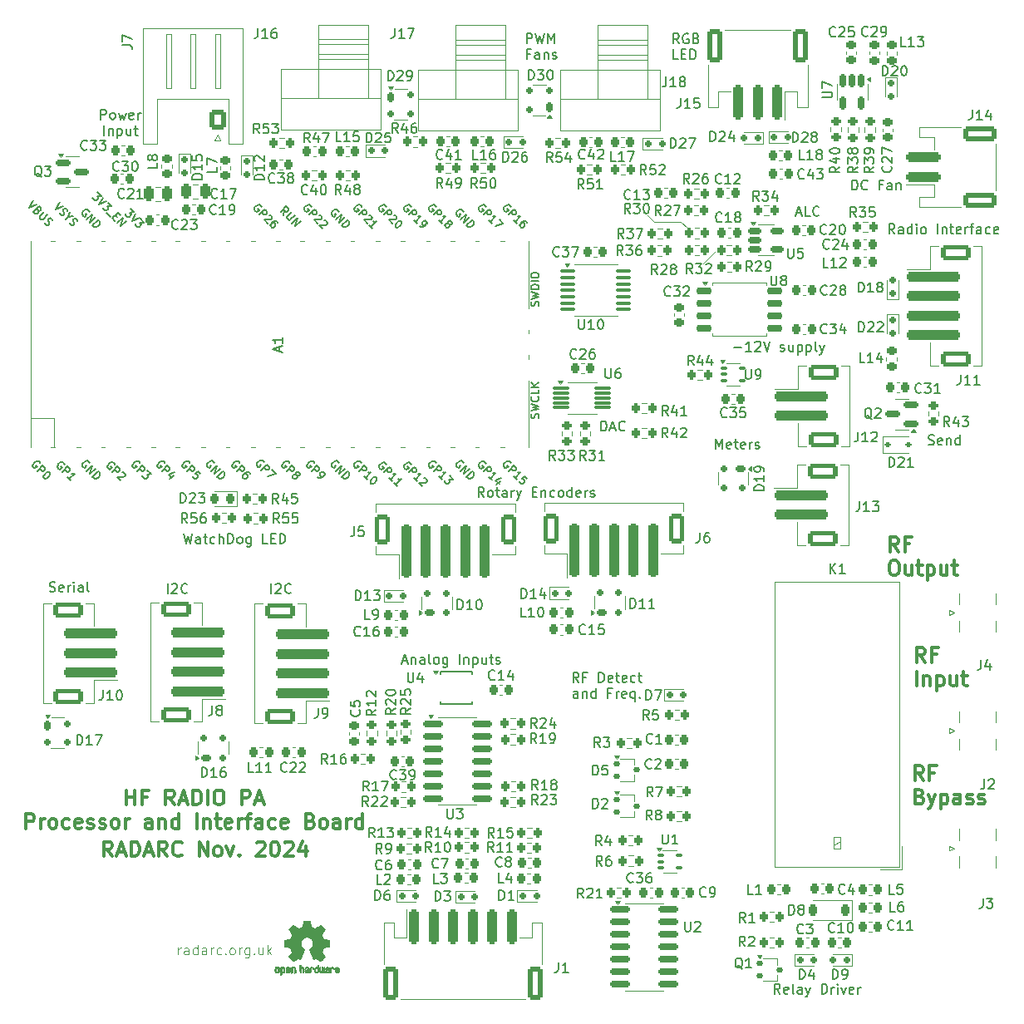
<source format=gbr>
%TF.GenerationSoftware,KiCad,Pcbnew,8.0.5*%
%TF.CreationDate,2024-11-15T14:38:43+00:00*%
%TF.ProjectId,HF PA Radio Interface,48462050-4120-4526-9164-696f20496e74,rev?*%
%TF.SameCoordinates,Original*%
%TF.FileFunction,Legend,Top*%
%TF.FilePolarity,Positive*%
%FSLAX46Y46*%
G04 Gerber Fmt 4.6, Leading zero omitted, Abs format (unit mm)*
G04 Created by KiCad (PCBNEW 8.0.5) date 2024-11-15 14:38:43*
%MOMM*%
%LPD*%
G01*
G04 APERTURE LIST*
G04 Aperture macros list*
%AMRoundRect*
0 Rectangle with rounded corners*
0 $1 Rounding radius*
0 $2 $3 $4 $5 $6 $7 $8 $9 X,Y pos of 4 corners*
0 Add a 4 corners polygon primitive as box body*
4,1,4,$2,$3,$4,$5,$6,$7,$8,$9,$2,$3,0*
0 Add four circle primitives for the rounded corners*
1,1,$1+$1,$2,$3*
1,1,$1+$1,$4,$5*
1,1,$1+$1,$6,$7*
1,1,$1+$1,$8,$9*
0 Add four rect primitives between the rounded corners*
20,1,$1+$1,$2,$3,$4,$5,0*
20,1,$1+$1,$4,$5,$6,$7,0*
20,1,$1+$1,$6,$7,$8,$9,0*
20,1,$1+$1,$8,$9,$2,$3,0*%
G04 Aperture macros list end*
%ADD10C,0.100000*%
%ADD11C,0.200000*%
%ADD12C,0.300000*%
%ADD13C,0.150000*%
%ADD14C,0.120000*%
%ADD15C,0.010000*%
%ADD16RoundRect,0.200000X0.200000X0.275000X-0.200000X0.275000X-0.200000X-0.275000X0.200000X-0.275000X0*%
%ADD17RoundRect,0.200000X-0.200000X-0.275000X0.200000X-0.275000X0.200000X0.275000X-0.200000X0.275000X0*%
%ADD18RoundRect,0.150000X-0.650000X-0.150000X0.650000X-0.150000X0.650000X0.150000X-0.650000X0.150000X0*%
%ADD19RoundRect,0.225000X-0.250000X0.225000X-0.250000X-0.225000X0.250000X-0.225000X0.250000X0.225000X0*%
%ADD20RoundRect,0.218750X-0.218750X-0.256250X0.218750X-0.256250X0.218750X0.256250X-0.218750X0.256250X0*%
%ADD21RoundRect,0.225000X-0.225000X-0.250000X0.225000X-0.250000X0.225000X0.250000X-0.225000X0.250000X0*%
%ADD22RoundRect,0.087500X-0.725000X-0.087500X0.725000X-0.087500X0.725000X0.087500X-0.725000X0.087500X0*%
%ADD23C,2.000000*%
%ADD24R,2.000000X2.000000*%
%ADD25RoundRect,0.200000X-0.275000X0.200000X-0.275000X-0.200000X0.275000X-0.200000X0.275000X0.200000X0*%
%ADD26RoundRect,0.225000X0.225000X0.375000X-0.225000X0.375000X-0.225000X-0.375000X0.225000X-0.375000X0*%
%ADD27RoundRect,0.175000X0.325000X-0.175000X0.325000X0.175000X-0.325000X0.175000X-0.325000X-0.175000X0*%
%ADD28RoundRect,0.150000X0.150000X-0.200000X0.150000X0.200000X-0.150000X0.200000X-0.150000X-0.200000X0*%
%ADD29RoundRect,0.250000X0.600000X0.725000X-0.600000X0.725000X-0.600000X-0.725000X0.600000X-0.725000X0*%
%ADD30O,1.700000X1.950000*%
%ADD31RoundRect,0.250000X0.250000X1.500000X-0.250000X1.500000X-0.250000X-1.500000X0.250000X-1.500000X0*%
%ADD32RoundRect,0.250001X0.499999X1.449999X-0.499999X1.449999X-0.499999X-1.449999X0.499999X-1.449999X0*%
%ADD33RoundRect,0.112500X-0.187500X-0.112500X0.187500X-0.112500X0.187500X0.112500X-0.187500X0.112500X0*%
%ADD34RoundRect,0.250000X2.500000X-0.250000X2.500000X0.250000X-2.500000X0.250000X-2.500000X-0.250000X0*%
%ADD35RoundRect,0.250000X1.250000X-0.550000X1.250000X0.550000X-1.250000X0.550000X-1.250000X-0.550000X0*%
%ADD36RoundRect,0.175000X-0.325000X0.175000X-0.325000X-0.175000X0.325000X-0.175000X0.325000X0.175000X0*%
%ADD37RoundRect,0.150000X-0.150000X0.200000X-0.150000X-0.200000X0.150000X-0.200000X0.150000X0.200000X0*%
%ADD38RoundRect,0.225000X0.225000X0.250000X-0.225000X0.250000X-0.225000X-0.250000X0.225000X-0.250000X0*%
%ADD39RoundRect,0.250000X-0.250000X-2.500000X0.250000X-2.500000X0.250000X2.500000X-0.250000X2.500000X0*%
%ADD40RoundRect,0.250000X-0.550000X-1.250000X0.550000X-1.250000X0.550000X1.250000X-0.550000X1.250000X0*%
%ADD41C,5.600000*%
%ADD42RoundRect,0.175000X-0.175000X-0.325000X0.175000X-0.325000X0.175000X0.325000X-0.175000X0.325000X0*%
%ADD43RoundRect,0.150000X-0.200000X-0.150000X0.200000X-0.150000X0.200000X0.150000X-0.200000X0.150000X0*%
%ADD44RoundRect,0.150000X0.150000X0.200000X-0.150000X0.200000X-0.150000X-0.200000X0.150000X-0.200000X0*%
%ADD45RoundRect,0.100000X-0.225000X-0.100000X0.225000X-0.100000X0.225000X0.100000X-0.225000X0.100000X0*%
%ADD46RoundRect,0.218750X-0.256250X0.218750X-0.256250X-0.218750X0.256250X-0.218750X0.256250X0.218750X0*%
%ADD47RoundRect,0.200000X0.275000X-0.200000X0.275000X0.200000X-0.275000X0.200000X-0.275000X-0.200000X0*%
%ADD48O,1.800000X1.800000*%
%ADD49O,1.500000X1.500000*%
%ADD50O,1.700000X1.700000*%
%ADD51R,1.700000X3.500000*%
%ADD52R,1.700000X1.700000*%
%ADD53R,3.500000X1.700000*%
%ADD54RoundRect,0.150000X-0.150000X0.512500X-0.150000X-0.512500X0.150000X-0.512500X0.150000X0.512500X0*%
%ADD55RoundRect,0.112500X-0.237500X0.112500X-0.237500X-0.112500X0.237500X-0.112500X0.237500X0.112500X0*%
%ADD56R,3.600000X1.270000*%
%ADD57R,4.200000X1.350000*%
%ADD58RoundRect,0.250000X-0.250000X-1.500000X0.250000X-1.500000X0.250000X1.500000X-0.250000X1.500000X0*%
%ADD59RoundRect,0.250001X-0.499999X-1.449999X0.499999X-1.449999X0.499999X1.449999X-0.499999X1.449999X0*%
%ADD60RoundRect,0.150000X0.587500X0.150000X-0.587500X0.150000X-0.587500X-0.150000X0.587500X-0.150000X0*%
%ADD61RoundRect,0.218750X0.256250X-0.218750X0.256250X0.218750X-0.256250X0.218750X-0.256250X-0.218750X0*%
%ADD62RoundRect,0.150000X-0.150000X-0.200000X0.150000X-0.200000X0.150000X0.200000X-0.150000X0.200000X0*%
%ADD63RoundRect,0.225000X0.250000X-0.225000X0.250000X0.225000X-0.250000X0.225000X-0.250000X-0.225000X0*%
%ADD64RoundRect,0.250000X1.500000X-0.250000X1.500000X0.250000X-1.500000X0.250000X-1.500000X-0.250000X0*%
%ADD65RoundRect,0.250001X1.449999X-0.499999X1.449999X0.499999X-1.449999X0.499999X-1.449999X-0.499999X0*%
%ADD66RoundRect,0.150000X-0.512500X-0.150000X0.512500X-0.150000X0.512500X0.150000X-0.512500X0.150000X0*%
%ADD67RoundRect,0.218750X0.218750X0.256250X-0.218750X0.256250X-0.218750X-0.256250X0.218750X-0.256250X0*%
%ADD68RoundRect,0.150000X0.200000X-0.150000X0.200000X0.150000X-0.200000X0.150000X-0.200000X-0.150000X0*%
%ADD69RoundRect,0.250000X-2.500000X0.250000X-2.500000X-0.250000X2.500000X-0.250000X2.500000X0.250000X0*%
%ADD70RoundRect,0.250000X-1.250000X0.550000X-1.250000X-0.550000X1.250000X-0.550000X1.250000X0.550000X0*%
%ADD71RoundRect,0.175000X0.175000X0.325000X-0.175000X0.325000X-0.175000X-0.325000X0.175000X-0.325000X0*%
%ADD72RoundRect,0.150000X0.200000X0.150000X-0.200000X0.150000X-0.200000X-0.150000X0.200000X-0.150000X0*%
%ADD73RoundRect,0.250000X0.250000X0.475000X-0.250000X0.475000X-0.250000X-0.475000X0.250000X-0.475000X0*%
%ADD74RoundRect,0.150000X-0.587500X-0.150000X0.587500X-0.150000X0.587500X0.150000X-0.587500X0.150000X0*%
%ADD75R,1.100000X0.250000*%
%ADD76RoundRect,0.150000X-0.200000X0.150000X-0.200000X-0.150000X0.200000X-0.150000X0.200000X0.150000X0*%
%ADD77RoundRect,0.150000X-0.825000X-0.150000X0.825000X-0.150000X0.825000X0.150000X-0.825000X0.150000X0*%
%ADD78RoundRect,0.100000X-0.637500X-0.100000X0.637500X-0.100000X0.637500X0.100000X-0.637500X0.100000X0*%
G04 APERTURE END LIST*
D10*
X164570000Y-70160000D02*
X167290000Y-70160000D01*
X167290000Y-70160000D02*
X167930000Y-70800000D01*
X163930000Y-69520000D02*
X164570000Y-70160000D01*
X169600000Y-74430000D02*
X170840000Y-73190000D01*
D11*
X138942054Y-114941504D02*
X139418244Y-114941504D01*
X138846816Y-115227219D02*
X139180149Y-114227219D01*
X139180149Y-114227219D02*
X139513482Y-115227219D01*
X139846816Y-114560552D02*
X139846816Y-115227219D01*
X139846816Y-114655790D02*
X139894435Y-114608171D01*
X139894435Y-114608171D02*
X139989673Y-114560552D01*
X139989673Y-114560552D02*
X140132530Y-114560552D01*
X140132530Y-114560552D02*
X140227768Y-114608171D01*
X140227768Y-114608171D02*
X140275387Y-114703409D01*
X140275387Y-114703409D02*
X140275387Y-115227219D01*
X141180149Y-115227219D02*
X141180149Y-114703409D01*
X141180149Y-114703409D02*
X141132530Y-114608171D01*
X141132530Y-114608171D02*
X141037292Y-114560552D01*
X141037292Y-114560552D02*
X140846816Y-114560552D01*
X140846816Y-114560552D02*
X140751578Y-114608171D01*
X141180149Y-115179600D02*
X141084911Y-115227219D01*
X141084911Y-115227219D02*
X140846816Y-115227219D01*
X140846816Y-115227219D02*
X140751578Y-115179600D01*
X140751578Y-115179600D02*
X140703959Y-115084361D01*
X140703959Y-115084361D02*
X140703959Y-114989123D01*
X140703959Y-114989123D02*
X140751578Y-114893885D01*
X140751578Y-114893885D02*
X140846816Y-114846266D01*
X140846816Y-114846266D02*
X141084911Y-114846266D01*
X141084911Y-114846266D02*
X141180149Y-114798647D01*
X141799197Y-115227219D02*
X141703959Y-115179600D01*
X141703959Y-115179600D02*
X141656340Y-115084361D01*
X141656340Y-115084361D02*
X141656340Y-114227219D01*
X142323007Y-115227219D02*
X142227769Y-115179600D01*
X142227769Y-115179600D02*
X142180150Y-115131980D01*
X142180150Y-115131980D02*
X142132531Y-115036742D01*
X142132531Y-115036742D02*
X142132531Y-114751028D01*
X142132531Y-114751028D02*
X142180150Y-114655790D01*
X142180150Y-114655790D02*
X142227769Y-114608171D01*
X142227769Y-114608171D02*
X142323007Y-114560552D01*
X142323007Y-114560552D02*
X142465864Y-114560552D01*
X142465864Y-114560552D02*
X142561102Y-114608171D01*
X142561102Y-114608171D02*
X142608721Y-114655790D01*
X142608721Y-114655790D02*
X142656340Y-114751028D01*
X142656340Y-114751028D02*
X142656340Y-115036742D01*
X142656340Y-115036742D02*
X142608721Y-115131980D01*
X142608721Y-115131980D02*
X142561102Y-115179600D01*
X142561102Y-115179600D02*
X142465864Y-115227219D01*
X142465864Y-115227219D02*
X142323007Y-115227219D01*
X143513483Y-114560552D02*
X143513483Y-115370076D01*
X143513483Y-115370076D02*
X143465864Y-115465314D01*
X143465864Y-115465314D02*
X143418245Y-115512933D01*
X143418245Y-115512933D02*
X143323007Y-115560552D01*
X143323007Y-115560552D02*
X143180150Y-115560552D01*
X143180150Y-115560552D02*
X143084912Y-115512933D01*
X143513483Y-115179600D02*
X143418245Y-115227219D01*
X143418245Y-115227219D02*
X143227769Y-115227219D01*
X143227769Y-115227219D02*
X143132531Y-115179600D01*
X143132531Y-115179600D02*
X143084912Y-115131980D01*
X143084912Y-115131980D02*
X143037293Y-115036742D01*
X143037293Y-115036742D02*
X143037293Y-114751028D01*
X143037293Y-114751028D02*
X143084912Y-114655790D01*
X143084912Y-114655790D02*
X143132531Y-114608171D01*
X143132531Y-114608171D02*
X143227769Y-114560552D01*
X143227769Y-114560552D02*
X143418245Y-114560552D01*
X143418245Y-114560552D02*
X143513483Y-114608171D01*
X144751579Y-115227219D02*
X144751579Y-114227219D01*
X145227769Y-114560552D02*
X145227769Y-115227219D01*
X145227769Y-114655790D02*
X145275388Y-114608171D01*
X145275388Y-114608171D02*
X145370626Y-114560552D01*
X145370626Y-114560552D02*
X145513483Y-114560552D01*
X145513483Y-114560552D02*
X145608721Y-114608171D01*
X145608721Y-114608171D02*
X145656340Y-114703409D01*
X145656340Y-114703409D02*
X145656340Y-115227219D01*
X146132531Y-114560552D02*
X146132531Y-115560552D01*
X146132531Y-114608171D02*
X146227769Y-114560552D01*
X146227769Y-114560552D02*
X146418245Y-114560552D01*
X146418245Y-114560552D02*
X146513483Y-114608171D01*
X146513483Y-114608171D02*
X146561102Y-114655790D01*
X146561102Y-114655790D02*
X146608721Y-114751028D01*
X146608721Y-114751028D02*
X146608721Y-115036742D01*
X146608721Y-115036742D02*
X146561102Y-115131980D01*
X146561102Y-115131980D02*
X146513483Y-115179600D01*
X146513483Y-115179600D02*
X146418245Y-115227219D01*
X146418245Y-115227219D02*
X146227769Y-115227219D01*
X146227769Y-115227219D02*
X146132531Y-115179600D01*
X147465864Y-114560552D02*
X147465864Y-115227219D01*
X147037293Y-114560552D02*
X147037293Y-115084361D01*
X147037293Y-115084361D02*
X147084912Y-115179600D01*
X147084912Y-115179600D02*
X147180150Y-115227219D01*
X147180150Y-115227219D02*
X147323007Y-115227219D01*
X147323007Y-115227219D02*
X147418245Y-115179600D01*
X147418245Y-115179600D02*
X147465864Y-115131980D01*
X147799198Y-114560552D02*
X148180150Y-114560552D01*
X147942055Y-114227219D02*
X147942055Y-115084361D01*
X147942055Y-115084361D02*
X147989674Y-115179600D01*
X147989674Y-115179600D02*
X148084912Y-115227219D01*
X148084912Y-115227219D02*
X148180150Y-115227219D01*
X148465865Y-115179600D02*
X148561103Y-115227219D01*
X148561103Y-115227219D02*
X148751579Y-115227219D01*
X148751579Y-115227219D02*
X148846817Y-115179600D01*
X148846817Y-115179600D02*
X148894436Y-115084361D01*
X148894436Y-115084361D02*
X148894436Y-115036742D01*
X148894436Y-115036742D02*
X148846817Y-114941504D01*
X148846817Y-114941504D02*
X148751579Y-114893885D01*
X148751579Y-114893885D02*
X148608722Y-114893885D01*
X148608722Y-114893885D02*
X148513484Y-114846266D01*
X148513484Y-114846266D02*
X148465865Y-114751028D01*
X148465865Y-114751028D02*
X148465865Y-114703409D01*
X148465865Y-114703409D02*
X148513484Y-114608171D01*
X148513484Y-114608171D02*
X148608722Y-114560552D01*
X148608722Y-114560552D02*
X148751579Y-114560552D01*
X148751579Y-114560552D02*
X148846817Y-114608171D01*
X184729673Y-66927219D02*
X184729673Y-65927219D01*
X184729673Y-65927219D02*
X184967768Y-65927219D01*
X184967768Y-65927219D02*
X185110625Y-65974838D01*
X185110625Y-65974838D02*
X185205863Y-66070076D01*
X185205863Y-66070076D02*
X185253482Y-66165314D01*
X185253482Y-66165314D02*
X185301101Y-66355790D01*
X185301101Y-66355790D02*
X185301101Y-66498647D01*
X185301101Y-66498647D02*
X185253482Y-66689123D01*
X185253482Y-66689123D02*
X185205863Y-66784361D01*
X185205863Y-66784361D02*
X185110625Y-66879600D01*
X185110625Y-66879600D02*
X184967768Y-66927219D01*
X184967768Y-66927219D02*
X184729673Y-66927219D01*
X186301101Y-66831980D02*
X186253482Y-66879600D01*
X186253482Y-66879600D02*
X186110625Y-66927219D01*
X186110625Y-66927219D02*
X186015387Y-66927219D01*
X186015387Y-66927219D02*
X185872530Y-66879600D01*
X185872530Y-66879600D02*
X185777292Y-66784361D01*
X185777292Y-66784361D02*
X185729673Y-66689123D01*
X185729673Y-66689123D02*
X185682054Y-66498647D01*
X185682054Y-66498647D02*
X185682054Y-66355790D01*
X185682054Y-66355790D02*
X185729673Y-66165314D01*
X185729673Y-66165314D02*
X185777292Y-66070076D01*
X185777292Y-66070076D02*
X185872530Y-65974838D01*
X185872530Y-65974838D02*
X186015387Y-65927219D01*
X186015387Y-65927219D02*
X186110625Y-65927219D01*
X186110625Y-65927219D02*
X186253482Y-65974838D01*
X186253482Y-65974838D02*
X186301101Y-66022457D01*
X187824911Y-66403409D02*
X187491578Y-66403409D01*
X187491578Y-66927219D02*
X187491578Y-65927219D01*
X187491578Y-65927219D02*
X187967768Y-65927219D01*
X188777292Y-66927219D02*
X188777292Y-66403409D01*
X188777292Y-66403409D02*
X188729673Y-66308171D01*
X188729673Y-66308171D02*
X188634435Y-66260552D01*
X188634435Y-66260552D02*
X188443959Y-66260552D01*
X188443959Y-66260552D02*
X188348721Y-66308171D01*
X188777292Y-66879600D02*
X188682054Y-66927219D01*
X188682054Y-66927219D02*
X188443959Y-66927219D01*
X188443959Y-66927219D02*
X188348721Y-66879600D01*
X188348721Y-66879600D02*
X188301102Y-66784361D01*
X188301102Y-66784361D02*
X188301102Y-66689123D01*
X188301102Y-66689123D02*
X188348721Y-66593885D01*
X188348721Y-66593885D02*
X188443959Y-66546266D01*
X188443959Y-66546266D02*
X188682054Y-66546266D01*
X188682054Y-66546266D02*
X188777292Y-66498647D01*
X189253483Y-66260552D02*
X189253483Y-66927219D01*
X189253483Y-66355790D02*
X189301102Y-66308171D01*
X189301102Y-66308171D02*
X189396340Y-66260552D01*
X189396340Y-66260552D02*
X189539197Y-66260552D01*
X189539197Y-66260552D02*
X189634435Y-66308171D01*
X189634435Y-66308171D02*
X189682054Y-66403409D01*
X189682054Y-66403409D02*
X189682054Y-66927219D01*
X177401101Y-148817219D02*
X177067768Y-148341028D01*
X176829673Y-148817219D02*
X176829673Y-147817219D01*
X176829673Y-147817219D02*
X177210625Y-147817219D01*
X177210625Y-147817219D02*
X177305863Y-147864838D01*
X177305863Y-147864838D02*
X177353482Y-147912457D01*
X177353482Y-147912457D02*
X177401101Y-148007695D01*
X177401101Y-148007695D02*
X177401101Y-148150552D01*
X177401101Y-148150552D02*
X177353482Y-148245790D01*
X177353482Y-148245790D02*
X177305863Y-148293409D01*
X177305863Y-148293409D02*
X177210625Y-148341028D01*
X177210625Y-148341028D02*
X176829673Y-148341028D01*
X178210625Y-148769600D02*
X178115387Y-148817219D01*
X178115387Y-148817219D02*
X177924911Y-148817219D01*
X177924911Y-148817219D02*
X177829673Y-148769600D01*
X177829673Y-148769600D02*
X177782054Y-148674361D01*
X177782054Y-148674361D02*
X177782054Y-148293409D01*
X177782054Y-148293409D02*
X177829673Y-148198171D01*
X177829673Y-148198171D02*
X177924911Y-148150552D01*
X177924911Y-148150552D02*
X178115387Y-148150552D01*
X178115387Y-148150552D02*
X178210625Y-148198171D01*
X178210625Y-148198171D02*
X178258244Y-148293409D01*
X178258244Y-148293409D02*
X178258244Y-148388647D01*
X178258244Y-148388647D02*
X177782054Y-148483885D01*
X178829673Y-148817219D02*
X178734435Y-148769600D01*
X178734435Y-148769600D02*
X178686816Y-148674361D01*
X178686816Y-148674361D02*
X178686816Y-147817219D01*
X179639197Y-148817219D02*
X179639197Y-148293409D01*
X179639197Y-148293409D02*
X179591578Y-148198171D01*
X179591578Y-148198171D02*
X179496340Y-148150552D01*
X179496340Y-148150552D02*
X179305864Y-148150552D01*
X179305864Y-148150552D02*
X179210626Y-148198171D01*
X179639197Y-148769600D02*
X179543959Y-148817219D01*
X179543959Y-148817219D02*
X179305864Y-148817219D01*
X179305864Y-148817219D02*
X179210626Y-148769600D01*
X179210626Y-148769600D02*
X179163007Y-148674361D01*
X179163007Y-148674361D02*
X179163007Y-148579123D01*
X179163007Y-148579123D02*
X179210626Y-148483885D01*
X179210626Y-148483885D02*
X179305864Y-148436266D01*
X179305864Y-148436266D02*
X179543959Y-148436266D01*
X179543959Y-148436266D02*
X179639197Y-148388647D01*
X180020150Y-148150552D02*
X180258245Y-148817219D01*
X180496340Y-148150552D02*
X180258245Y-148817219D01*
X180258245Y-148817219D02*
X180163007Y-149055314D01*
X180163007Y-149055314D02*
X180115388Y-149102933D01*
X180115388Y-149102933D02*
X180020150Y-149150552D01*
X181639198Y-148817219D02*
X181639198Y-147817219D01*
X181639198Y-147817219D02*
X181877293Y-147817219D01*
X181877293Y-147817219D02*
X182020150Y-147864838D01*
X182020150Y-147864838D02*
X182115388Y-147960076D01*
X182115388Y-147960076D02*
X182163007Y-148055314D01*
X182163007Y-148055314D02*
X182210626Y-148245790D01*
X182210626Y-148245790D02*
X182210626Y-148388647D01*
X182210626Y-148388647D02*
X182163007Y-148579123D01*
X182163007Y-148579123D02*
X182115388Y-148674361D01*
X182115388Y-148674361D02*
X182020150Y-148769600D01*
X182020150Y-148769600D02*
X181877293Y-148817219D01*
X181877293Y-148817219D02*
X181639198Y-148817219D01*
X182639198Y-148817219D02*
X182639198Y-148150552D01*
X182639198Y-148341028D02*
X182686817Y-148245790D01*
X182686817Y-148245790D02*
X182734436Y-148198171D01*
X182734436Y-148198171D02*
X182829674Y-148150552D01*
X182829674Y-148150552D02*
X182924912Y-148150552D01*
X183258246Y-148817219D02*
X183258246Y-148150552D01*
X183258246Y-147817219D02*
X183210627Y-147864838D01*
X183210627Y-147864838D02*
X183258246Y-147912457D01*
X183258246Y-147912457D02*
X183305865Y-147864838D01*
X183305865Y-147864838D02*
X183258246Y-147817219D01*
X183258246Y-147817219D02*
X183258246Y-147912457D01*
X183639198Y-148150552D02*
X183877293Y-148817219D01*
X183877293Y-148817219D02*
X184115388Y-148150552D01*
X184877293Y-148769600D02*
X184782055Y-148817219D01*
X184782055Y-148817219D02*
X184591579Y-148817219D01*
X184591579Y-148817219D02*
X184496341Y-148769600D01*
X184496341Y-148769600D02*
X184448722Y-148674361D01*
X184448722Y-148674361D02*
X184448722Y-148293409D01*
X184448722Y-148293409D02*
X184496341Y-148198171D01*
X184496341Y-148198171D02*
X184591579Y-148150552D01*
X184591579Y-148150552D02*
X184782055Y-148150552D01*
X184782055Y-148150552D02*
X184877293Y-148198171D01*
X184877293Y-148198171D02*
X184924912Y-148293409D01*
X184924912Y-148293409D02*
X184924912Y-148388647D01*
X184924912Y-148388647D02*
X184448722Y-148483885D01*
X185353484Y-148817219D02*
X185353484Y-148150552D01*
X185353484Y-148341028D02*
X185401103Y-148245790D01*
X185401103Y-148245790D02*
X185448722Y-148198171D01*
X185448722Y-148198171D02*
X185543960Y-148150552D01*
X185543960Y-148150552D02*
X185639198Y-148150552D01*
X115019673Y-108027219D02*
X115019673Y-107027219D01*
X115448244Y-107122457D02*
X115495863Y-107074838D01*
X115495863Y-107074838D02*
X115591101Y-107027219D01*
X115591101Y-107027219D02*
X115829196Y-107027219D01*
X115829196Y-107027219D02*
X115924434Y-107074838D01*
X115924434Y-107074838D02*
X115972053Y-107122457D01*
X115972053Y-107122457D02*
X116019672Y-107217695D01*
X116019672Y-107217695D02*
X116019672Y-107312933D01*
X116019672Y-107312933D02*
X115972053Y-107455790D01*
X115972053Y-107455790D02*
X115400625Y-108027219D01*
X115400625Y-108027219D02*
X116019672Y-108027219D01*
X117019672Y-107931980D02*
X116972053Y-107979600D01*
X116972053Y-107979600D02*
X116829196Y-108027219D01*
X116829196Y-108027219D02*
X116733958Y-108027219D01*
X116733958Y-108027219D02*
X116591101Y-107979600D01*
X116591101Y-107979600D02*
X116495863Y-107884361D01*
X116495863Y-107884361D02*
X116448244Y-107789123D01*
X116448244Y-107789123D02*
X116400625Y-107598647D01*
X116400625Y-107598647D02*
X116400625Y-107455790D01*
X116400625Y-107455790D02*
X116448244Y-107265314D01*
X116448244Y-107265314D02*
X116495863Y-107170076D01*
X116495863Y-107170076D02*
X116591101Y-107074838D01*
X116591101Y-107074838D02*
X116733958Y-107027219D01*
X116733958Y-107027219D02*
X116829196Y-107027219D01*
X116829196Y-107027219D02*
X116972053Y-107074838D01*
X116972053Y-107074838D02*
X117019672Y-107122457D01*
X151599673Y-51987275D02*
X151599673Y-50987275D01*
X151599673Y-50987275D02*
X151980625Y-50987275D01*
X151980625Y-50987275D02*
X152075863Y-51034894D01*
X152075863Y-51034894D02*
X152123482Y-51082513D01*
X152123482Y-51082513D02*
X152171101Y-51177751D01*
X152171101Y-51177751D02*
X152171101Y-51320608D01*
X152171101Y-51320608D02*
X152123482Y-51415846D01*
X152123482Y-51415846D02*
X152075863Y-51463465D01*
X152075863Y-51463465D02*
X151980625Y-51511084D01*
X151980625Y-51511084D02*
X151599673Y-51511084D01*
X152504435Y-50987275D02*
X152742530Y-51987275D01*
X152742530Y-51987275D02*
X152933006Y-51272989D01*
X152933006Y-51272989D02*
X153123482Y-51987275D01*
X153123482Y-51987275D02*
X153361578Y-50987275D01*
X153742530Y-51987275D02*
X153742530Y-50987275D01*
X153742530Y-50987275D02*
X154075863Y-51701560D01*
X154075863Y-51701560D02*
X154409196Y-50987275D01*
X154409196Y-50987275D02*
X154409196Y-51987275D01*
X151933006Y-53073409D02*
X151599673Y-53073409D01*
X151599673Y-53597219D02*
X151599673Y-52597219D01*
X151599673Y-52597219D02*
X152075863Y-52597219D01*
X152885387Y-53597219D02*
X152885387Y-53073409D01*
X152885387Y-53073409D02*
X152837768Y-52978171D01*
X152837768Y-52978171D02*
X152742530Y-52930552D01*
X152742530Y-52930552D02*
X152552054Y-52930552D01*
X152552054Y-52930552D02*
X152456816Y-52978171D01*
X152885387Y-53549600D02*
X152790149Y-53597219D01*
X152790149Y-53597219D02*
X152552054Y-53597219D01*
X152552054Y-53597219D02*
X152456816Y-53549600D01*
X152456816Y-53549600D02*
X152409197Y-53454361D01*
X152409197Y-53454361D02*
X152409197Y-53359123D01*
X152409197Y-53359123D02*
X152456816Y-53263885D01*
X152456816Y-53263885D02*
X152552054Y-53216266D01*
X152552054Y-53216266D02*
X152790149Y-53216266D01*
X152790149Y-53216266D02*
X152885387Y-53168647D01*
X153361578Y-52930552D02*
X153361578Y-53597219D01*
X153361578Y-53025790D02*
X153409197Y-52978171D01*
X153409197Y-52978171D02*
X153504435Y-52930552D01*
X153504435Y-52930552D02*
X153647292Y-52930552D01*
X153647292Y-52930552D02*
X153742530Y-52978171D01*
X153742530Y-52978171D02*
X153790149Y-53073409D01*
X153790149Y-53073409D02*
X153790149Y-53597219D01*
X154218721Y-53549600D02*
X154313959Y-53597219D01*
X154313959Y-53597219D02*
X154504435Y-53597219D01*
X154504435Y-53597219D02*
X154599673Y-53549600D01*
X154599673Y-53549600D02*
X154647292Y-53454361D01*
X154647292Y-53454361D02*
X154647292Y-53406742D01*
X154647292Y-53406742D02*
X154599673Y-53311504D01*
X154599673Y-53311504D02*
X154504435Y-53263885D01*
X154504435Y-53263885D02*
X154361578Y-53263885D01*
X154361578Y-53263885D02*
X154266340Y-53216266D01*
X154266340Y-53216266D02*
X154218721Y-53121028D01*
X154218721Y-53121028D02*
X154218721Y-53073409D01*
X154218721Y-53073409D02*
X154266340Y-52978171D01*
X154266340Y-52978171D02*
X154361578Y-52930552D01*
X154361578Y-52930552D02*
X154504435Y-52930552D01*
X154504435Y-52930552D02*
X154599673Y-52978171D01*
X189081101Y-71407219D02*
X188747768Y-70931028D01*
X188509673Y-71407219D02*
X188509673Y-70407219D01*
X188509673Y-70407219D02*
X188890625Y-70407219D01*
X188890625Y-70407219D02*
X188985863Y-70454838D01*
X188985863Y-70454838D02*
X189033482Y-70502457D01*
X189033482Y-70502457D02*
X189081101Y-70597695D01*
X189081101Y-70597695D02*
X189081101Y-70740552D01*
X189081101Y-70740552D02*
X189033482Y-70835790D01*
X189033482Y-70835790D02*
X188985863Y-70883409D01*
X188985863Y-70883409D02*
X188890625Y-70931028D01*
X188890625Y-70931028D02*
X188509673Y-70931028D01*
X189938244Y-71407219D02*
X189938244Y-70883409D01*
X189938244Y-70883409D02*
X189890625Y-70788171D01*
X189890625Y-70788171D02*
X189795387Y-70740552D01*
X189795387Y-70740552D02*
X189604911Y-70740552D01*
X189604911Y-70740552D02*
X189509673Y-70788171D01*
X189938244Y-71359600D02*
X189843006Y-71407219D01*
X189843006Y-71407219D02*
X189604911Y-71407219D01*
X189604911Y-71407219D02*
X189509673Y-71359600D01*
X189509673Y-71359600D02*
X189462054Y-71264361D01*
X189462054Y-71264361D02*
X189462054Y-71169123D01*
X189462054Y-71169123D02*
X189509673Y-71073885D01*
X189509673Y-71073885D02*
X189604911Y-71026266D01*
X189604911Y-71026266D02*
X189843006Y-71026266D01*
X189843006Y-71026266D02*
X189938244Y-70978647D01*
X190843006Y-71407219D02*
X190843006Y-70407219D01*
X190843006Y-71359600D02*
X190747768Y-71407219D01*
X190747768Y-71407219D02*
X190557292Y-71407219D01*
X190557292Y-71407219D02*
X190462054Y-71359600D01*
X190462054Y-71359600D02*
X190414435Y-71311980D01*
X190414435Y-71311980D02*
X190366816Y-71216742D01*
X190366816Y-71216742D02*
X190366816Y-70931028D01*
X190366816Y-70931028D02*
X190414435Y-70835790D01*
X190414435Y-70835790D02*
X190462054Y-70788171D01*
X190462054Y-70788171D02*
X190557292Y-70740552D01*
X190557292Y-70740552D02*
X190747768Y-70740552D01*
X190747768Y-70740552D02*
X190843006Y-70788171D01*
X191319197Y-71407219D02*
X191319197Y-70740552D01*
X191319197Y-70407219D02*
X191271578Y-70454838D01*
X191271578Y-70454838D02*
X191319197Y-70502457D01*
X191319197Y-70502457D02*
X191366816Y-70454838D01*
X191366816Y-70454838D02*
X191319197Y-70407219D01*
X191319197Y-70407219D02*
X191319197Y-70502457D01*
X191938244Y-71407219D02*
X191843006Y-71359600D01*
X191843006Y-71359600D02*
X191795387Y-71311980D01*
X191795387Y-71311980D02*
X191747768Y-71216742D01*
X191747768Y-71216742D02*
X191747768Y-70931028D01*
X191747768Y-70931028D02*
X191795387Y-70835790D01*
X191795387Y-70835790D02*
X191843006Y-70788171D01*
X191843006Y-70788171D02*
X191938244Y-70740552D01*
X191938244Y-70740552D02*
X192081101Y-70740552D01*
X192081101Y-70740552D02*
X192176339Y-70788171D01*
X192176339Y-70788171D02*
X192223958Y-70835790D01*
X192223958Y-70835790D02*
X192271577Y-70931028D01*
X192271577Y-70931028D02*
X192271577Y-71216742D01*
X192271577Y-71216742D02*
X192223958Y-71311980D01*
X192223958Y-71311980D02*
X192176339Y-71359600D01*
X192176339Y-71359600D02*
X192081101Y-71407219D01*
X192081101Y-71407219D02*
X191938244Y-71407219D01*
X193462054Y-71407219D02*
X193462054Y-70407219D01*
X193938244Y-70740552D02*
X193938244Y-71407219D01*
X193938244Y-70835790D02*
X193985863Y-70788171D01*
X193985863Y-70788171D02*
X194081101Y-70740552D01*
X194081101Y-70740552D02*
X194223958Y-70740552D01*
X194223958Y-70740552D02*
X194319196Y-70788171D01*
X194319196Y-70788171D02*
X194366815Y-70883409D01*
X194366815Y-70883409D02*
X194366815Y-71407219D01*
X194700149Y-70740552D02*
X195081101Y-70740552D01*
X194843006Y-70407219D02*
X194843006Y-71264361D01*
X194843006Y-71264361D02*
X194890625Y-71359600D01*
X194890625Y-71359600D02*
X194985863Y-71407219D01*
X194985863Y-71407219D02*
X195081101Y-71407219D01*
X195795387Y-71359600D02*
X195700149Y-71407219D01*
X195700149Y-71407219D02*
X195509673Y-71407219D01*
X195509673Y-71407219D02*
X195414435Y-71359600D01*
X195414435Y-71359600D02*
X195366816Y-71264361D01*
X195366816Y-71264361D02*
X195366816Y-70883409D01*
X195366816Y-70883409D02*
X195414435Y-70788171D01*
X195414435Y-70788171D02*
X195509673Y-70740552D01*
X195509673Y-70740552D02*
X195700149Y-70740552D01*
X195700149Y-70740552D02*
X195795387Y-70788171D01*
X195795387Y-70788171D02*
X195843006Y-70883409D01*
X195843006Y-70883409D02*
X195843006Y-70978647D01*
X195843006Y-70978647D02*
X195366816Y-71073885D01*
X196271578Y-71407219D02*
X196271578Y-70740552D01*
X196271578Y-70931028D02*
X196319197Y-70835790D01*
X196319197Y-70835790D02*
X196366816Y-70788171D01*
X196366816Y-70788171D02*
X196462054Y-70740552D01*
X196462054Y-70740552D02*
X196557292Y-70740552D01*
X196747769Y-70740552D02*
X197128721Y-70740552D01*
X196890626Y-71407219D02*
X196890626Y-70550076D01*
X196890626Y-70550076D02*
X196938245Y-70454838D01*
X196938245Y-70454838D02*
X197033483Y-70407219D01*
X197033483Y-70407219D02*
X197128721Y-70407219D01*
X197890626Y-71407219D02*
X197890626Y-70883409D01*
X197890626Y-70883409D02*
X197843007Y-70788171D01*
X197843007Y-70788171D02*
X197747769Y-70740552D01*
X197747769Y-70740552D02*
X197557293Y-70740552D01*
X197557293Y-70740552D02*
X197462055Y-70788171D01*
X197890626Y-71359600D02*
X197795388Y-71407219D01*
X197795388Y-71407219D02*
X197557293Y-71407219D01*
X197557293Y-71407219D02*
X197462055Y-71359600D01*
X197462055Y-71359600D02*
X197414436Y-71264361D01*
X197414436Y-71264361D02*
X197414436Y-71169123D01*
X197414436Y-71169123D02*
X197462055Y-71073885D01*
X197462055Y-71073885D02*
X197557293Y-71026266D01*
X197557293Y-71026266D02*
X197795388Y-71026266D01*
X197795388Y-71026266D02*
X197890626Y-70978647D01*
X198795388Y-71359600D02*
X198700150Y-71407219D01*
X198700150Y-71407219D02*
X198509674Y-71407219D01*
X198509674Y-71407219D02*
X198414436Y-71359600D01*
X198414436Y-71359600D02*
X198366817Y-71311980D01*
X198366817Y-71311980D02*
X198319198Y-71216742D01*
X198319198Y-71216742D02*
X198319198Y-70931028D01*
X198319198Y-70931028D02*
X198366817Y-70835790D01*
X198366817Y-70835790D02*
X198414436Y-70788171D01*
X198414436Y-70788171D02*
X198509674Y-70740552D01*
X198509674Y-70740552D02*
X198700150Y-70740552D01*
X198700150Y-70740552D02*
X198795388Y-70788171D01*
X199604912Y-71359600D02*
X199509674Y-71407219D01*
X199509674Y-71407219D02*
X199319198Y-71407219D01*
X199319198Y-71407219D02*
X199223960Y-71359600D01*
X199223960Y-71359600D02*
X199176341Y-71264361D01*
X199176341Y-71264361D02*
X199176341Y-70883409D01*
X199176341Y-70883409D02*
X199223960Y-70788171D01*
X199223960Y-70788171D02*
X199319198Y-70740552D01*
X199319198Y-70740552D02*
X199509674Y-70740552D01*
X199509674Y-70740552D02*
X199604912Y-70788171D01*
X199604912Y-70788171D02*
X199652531Y-70883409D01*
X199652531Y-70883409D02*
X199652531Y-70978647D01*
X199652531Y-70978647D02*
X199176341Y-71073885D01*
X170879673Y-93317219D02*
X170879673Y-92317219D01*
X170879673Y-92317219D02*
X171213006Y-93031504D01*
X171213006Y-93031504D02*
X171546339Y-92317219D01*
X171546339Y-92317219D02*
X171546339Y-93317219D01*
X172403482Y-93269600D02*
X172308244Y-93317219D01*
X172308244Y-93317219D02*
X172117768Y-93317219D01*
X172117768Y-93317219D02*
X172022530Y-93269600D01*
X172022530Y-93269600D02*
X171974911Y-93174361D01*
X171974911Y-93174361D02*
X171974911Y-92793409D01*
X171974911Y-92793409D02*
X172022530Y-92698171D01*
X172022530Y-92698171D02*
X172117768Y-92650552D01*
X172117768Y-92650552D02*
X172308244Y-92650552D01*
X172308244Y-92650552D02*
X172403482Y-92698171D01*
X172403482Y-92698171D02*
X172451101Y-92793409D01*
X172451101Y-92793409D02*
X172451101Y-92888647D01*
X172451101Y-92888647D02*
X171974911Y-92983885D01*
X172736816Y-92650552D02*
X173117768Y-92650552D01*
X172879673Y-92317219D02*
X172879673Y-93174361D01*
X172879673Y-93174361D02*
X172927292Y-93269600D01*
X172927292Y-93269600D02*
X173022530Y-93317219D01*
X173022530Y-93317219D02*
X173117768Y-93317219D01*
X173832054Y-93269600D02*
X173736816Y-93317219D01*
X173736816Y-93317219D02*
X173546340Y-93317219D01*
X173546340Y-93317219D02*
X173451102Y-93269600D01*
X173451102Y-93269600D02*
X173403483Y-93174361D01*
X173403483Y-93174361D02*
X173403483Y-92793409D01*
X173403483Y-92793409D02*
X173451102Y-92698171D01*
X173451102Y-92698171D02*
X173546340Y-92650552D01*
X173546340Y-92650552D02*
X173736816Y-92650552D01*
X173736816Y-92650552D02*
X173832054Y-92698171D01*
X173832054Y-92698171D02*
X173879673Y-92793409D01*
X173879673Y-92793409D02*
X173879673Y-92888647D01*
X173879673Y-92888647D02*
X173403483Y-92983885D01*
X174308245Y-93317219D02*
X174308245Y-92650552D01*
X174308245Y-92841028D02*
X174355864Y-92745790D01*
X174355864Y-92745790D02*
X174403483Y-92698171D01*
X174403483Y-92698171D02*
X174498721Y-92650552D01*
X174498721Y-92650552D02*
X174593959Y-92650552D01*
X174879674Y-93269600D02*
X174974912Y-93317219D01*
X174974912Y-93317219D02*
X175165388Y-93317219D01*
X175165388Y-93317219D02*
X175260626Y-93269600D01*
X175260626Y-93269600D02*
X175308245Y-93174361D01*
X175308245Y-93174361D02*
X175308245Y-93126742D01*
X175308245Y-93126742D02*
X175260626Y-93031504D01*
X175260626Y-93031504D02*
X175165388Y-92983885D01*
X175165388Y-92983885D02*
X175022531Y-92983885D01*
X175022531Y-92983885D02*
X174927293Y-92936266D01*
X174927293Y-92936266D02*
X174879674Y-92841028D01*
X174879674Y-92841028D02*
X174879674Y-92793409D01*
X174879674Y-92793409D02*
X174927293Y-92698171D01*
X174927293Y-92698171D02*
X175022531Y-92650552D01*
X175022531Y-92650552D02*
X175165388Y-92650552D01*
X175165388Y-92650552D02*
X175260626Y-92698171D01*
D12*
X110827142Y-129575912D02*
X110827142Y-128075912D01*
X110827142Y-128790198D02*
X111684285Y-128790198D01*
X111684285Y-129575912D02*
X111684285Y-128075912D01*
X112898571Y-128790198D02*
X112398571Y-128790198D01*
X112398571Y-129575912D02*
X112398571Y-128075912D01*
X112398571Y-128075912D02*
X113112857Y-128075912D01*
X115684285Y-129575912D02*
X115184285Y-128861626D01*
X114827142Y-129575912D02*
X114827142Y-128075912D01*
X114827142Y-128075912D02*
X115398571Y-128075912D01*
X115398571Y-128075912D02*
X115541428Y-128147341D01*
X115541428Y-128147341D02*
X115612857Y-128218769D01*
X115612857Y-128218769D02*
X115684285Y-128361626D01*
X115684285Y-128361626D02*
X115684285Y-128575912D01*
X115684285Y-128575912D02*
X115612857Y-128718769D01*
X115612857Y-128718769D02*
X115541428Y-128790198D01*
X115541428Y-128790198D02*
X115398571Y-128861626D01*
X115398571Y-128861626D02*
X114827142Y-128861626D01*
X116255714Y-129147341D02*
X116970000Y-129147341D01*
X116112857Y-129575912D02*
X116612857Y-128075912D01*
X116612857Y-128075912D02*
X117112857Y-129575912D01*
X117612856Y-129575912D02*
X117612856Y-128075912D01*
X117612856Y-128075912D02*
X117969999Y-128075912D01*
X117969999Y-128075912D02*
X118184285Y-128147341D01*
X118184285Y-128147341D02*
X118327142Y-128290198D01*
X118327142Y-128290198D02*
X118398571Y-128433055D01*
X118398571Y-128433055D02*
X118469999Y-128718769D01*
X118469999Y-128718769D02*
X118469999Y-128933055D01*
X118469999Y-128933055D02*
X118398571Y-129218769D01*
X118398571Y-129218769D02*
X118327142Y-129361626D01*
X118327142Y-129361626D02*
X118184285Y-129504484D01*
X118184285Y-129504484D02*
X117969999Y-129575912D01*
X117969999Y-129575912D02*
X117612856Y-129575912D01*
X119112856Y-129575912D02*
X119112856Y-128075912D01*
X120112857Y-128075912D02*
X120398571Y-128075912D01*
X120398571Y-128075912D02*
X120541428Y-128147341D01*
X120541428Y-128147341D02*
X120684285Y-128290198D01*
X120684285Y-128290198D02*
X120755714Y-128575912D01*
X120755714Y-128575912D02*
X120755714Y-129075912D01*
X120755714Y-129075912D02*
X120684285Y-129361626D01*
X120684285Y-129361626D02*
X120541428Y-129504484D01*
X120541428Y-129504484D02*
X120398571Y-129575912D01*
X120398571Y-129575912D02*
X120112857Y-129575912D01*
X120112857Y-129575912D02*
X119970000Y-129504484D01*
X119970000Y-129504484D02*
X119827142Y-129361626D01*
X119827142Y-129361626D02*
X119755714Y-129075912D01*
X119755714Y-129075912D02*
X119755714Y-128575912D01*
X119755714Y-128575912D02*
X119827142Y-128290198D01*
X119827142Y-128290198D02*
X119970000Y-128147341D01*
X119970000Y-128147341D02*
X120112857Y-128075912D01*
X122541428Y-129575912D02*
X122541428Y-128075912D01*
X122541428Y-128075912D02*
X123112857Y-128075912D01*
X123112857Y-128075912D02*
X123255714Y-128147341D01*
X123255714Y-128147341D02*
X123327143Y-128218769D01*
X123327143Y-128218769D02*
X123398571Y-128361626D01*
X123398571Y-128361626D02*
X123398571Y-128575912D01*
X123398571Y-128575912D02*
X123327143Y-128718769D01*
X123327143Y-128718769D02*
X123255714Y-128790198D01*
X123255714Y-128790198D02*
X123112857Y-128861626D01*
X123112857Y-128861626D02*
X122541428Y-128861626D01*
X123970000Y-129147341D02*
X124684286Y-129147341D01*
X123827143Y-129575912D02*
X124327143Y-128075912D01*
X124327143Y-128075912D02*
X124827143Y-129575912D01*
X100577143Y-131990828D02*
X100577143Y-130490828D01*
X100577143Y-130490828D02*
X101148572Y-130490828D01*
X101148572Y-130490828D02*
X101291429Y-130562257D01*
X101291429Y-130562257D02*
X101362858Y-130633685D01*
X101362858Y-130633685D02*
X101434286Y-130776542D01*
X101434286Y-130776542D02*
X101434286Y-130990828D01*
X101434286Y-130990828D02*
X101362858Y-131133685D01*
X101362858Y-131133685D02*
X101291429Y-131205114D01*
X101291429Y-131205114D02*
X101148572Y-131276542D01*
X101148572Y-131276542D02*
X100577143Y-131276542D01*
X102077143Y-131990828D02*
X102077143Y-130990828D01*
X102077143Y-131276542D02*
X102148572Y-131133685D01*
X102148572Y-131133685D02*
X102220001Y-131062257D01*
X102220001Y-131062257D02*
X102362858Y-130990828D01*
X102362858Y-130990828D02*
X102505715Y-130990828D01*
X103220000Y-131990828D02*
X103077143Y-131919400D01*
X103077143Y-131919400D02*
X103005714Y-131847971D01*
X103005714Y-131847971D02*
X102934286Y-131705114D01*
X102934286Y-131705114D02*
X102934286Y-131276542D01*
X102934286Y-131276542D02*
X103005714Y-131133685D01*
X103005714Y-131133685D02*
X103077143Y-131062257D01*
X103077143Y-131062257D02*
X103220000Y-130990828D01*
X103220000Y-130990828D02*
X103434286Y-130990828D01*
X103434286Y-130990828D02*
X103577143Y-131062257D01*
X103577143Y-131062257D02*
X103648572Y-131133685D01*
X103648572Y-131133685D02*
X103720000Y-131276542D01*
X103720000Y-131276542D02*
X103720000Y-131705114D01*
X103720000Y-131705114D02*
X103648572Y-131847971D01*
X103648572Y-131847971D02*
X103577143Y-131919400D01*
X103577143Y-131919400D02*
X103434286Y-131990828D01*
X103434286Y-131990828D02*
X103220000Y-131990828D01*
X105005715Y-131919400D02*
X104862857Y-131990828D01*
X104862857Y-131990828D02*
X104577143Y-131990828D01*
X104577143Y-131990828D02*
X104434286Y-131919400D01*
X104434286Y-131919400D02*
X104362857Y-131847971D01*
X104362857Y-131847971D02*
X104291429Y-131705114D01*
X104291429Y-131705114D02*
X104291429Y-131276542D01*
X104291429Y-131276542D02*
X104362857Y-131133685D01*
X104362857Y-131133685D02*
X104434286Y-131062257D01*
X104434286Y-131062257D02*
X104577143Y-130990828D01*
X104577143Y-130990828D02*
X104862857Y-130990828D01*
X104862857Y-130990828D02*
X105005715Y-131062257D01*
X106220000Y-131919400D02*
X106077143Y-131990828D01*
X106077143Y-131990828D02*
X105791429Y-131990828D01*
X105791429Y-131990828D02*
X105648571Y-131919400D01*
X105648571Y-131919400D02*
X105577143Y-131776542D01*
X105577143Y-131776542D02*
X105577143Y-131205114D01*
X105577143Y-131205114D02*
X105648571Y-131062257D01*
X105648571Y-131062257D02*
X105791429Y-130990828D01*
X105791429Y-130990828D02*
X106077143Y-130990828D01*
X106077143Y-130990828D02*
X106220000Y-131062257D01*
X106220000Y-131062257D02*
X106291429Y-131205114D01*
X106291429Y-131205114D02*
X106291429Y-131347971D01*
X106291429Y-131347971D02*
X105577143Y-131490828D01*
X106862857Y-131919400D02*
X107005714Y-131990828D01*
X107005714Y-131990828D02*
X107291428Y-131990828D01*
X107291428Y-131990828D02*
X107434285Y-131919400D01*
X107434285Y-131919400D02*
X107505714Y-131776542D01*
X107505714Y-131776542D02*
X107505714Y-131705114D01*
X107505714Y-131705114D02*
X107434285Y-131562257D01*
X107434285Y-131562257D02*
X107291428Y-131490828D01*
X107291428Y-131490828D02*
X107077143Y-131490828D01*
X107077143Y-131490828D02*
X106934285Y-131419400D01*
X106934285Y-131419400D02*
X106862857Y-131276542D01*
X106862857Y-131276542D02*
X106862857Y-131205114D01*
X106862857Y-131205114D02*
X106934285Y-131062257D01*
X106934285Y-131062257D02*
X107077143Y-130990828D01*
X107077143Y-130990828D02*
X107291428Y-130990828D01*
X107291428Y-130990828D02*
X107434285Y-131062257D01*
X108077143Y-131919400D02*
X108220000Y-131990828D01*
X108220000Y-131990828D02*
X108505714Y-131990828D01*
X108505714Y-131990828D02*
X108648571Y-131919400D01*
X108648571Y-131919400D02*
X108720000Y-131776542D01*
X108720000Y-131776542D02*
X108720000Y-131705114D01*
X108720000Y-131705114D02*
X108648571Y-131562257D01*
X108648571Y-131562257D02*
X108505714Y-131490828D01*
X108505714Y-131490828D02*
X108291429Y-131490828D01*
X108291429Y-131490828D02*
X108148571Y-131419400D01*
X108148571Y-131419400D02*
X108077143Y-131276542D01*
X108077143Y-131276542D02*
X108077143Y-131205114D01*
X108077143Y-131205114D02*
X108148571Y-131062257D01*
X108148571Y-131062257D02*
X108291429Y-130990828D01*
X108291429Y-130990828D02*
X108505714Y-130990828D01*
X108505714Y-130990828D02*
X108648571Y-131062257D01*
X109577143Y-131990828D02*
X109434286Y-131919400D01*
X109434286Y-131919400D02*
X109362857Y-131847971D01*
X109362857Y-131847971D02*
X109291429Y-131705114D01*
X109291429Y-131705114D02*
X109291429Y-131276542D01*
X109291429Y-131276542D02*
X109362857Y-131133685D01*
X109362857Y-131133685D02*
X109434286Y-131062257D01*
X109434286Y-131062257D02*
X109577143Y-130990828D01*
X109577143Y-130990828D02*
X109791429Y-130990828D01*
X109791429Y-130990828D02*
X109934286Y-131062257D01*
X109934286Y-131062257D02*
X110005715Y-131133685D01*
X110005715Y-131133685D02*
X110077143Y-131276542D01*
X110077143Y-131276542D02*
X110077143Y-131705114D01*
X110077143Y-131705114D02*
X110005715Y-131847971D01*
X110005715Y-131847971D02*
X109934286Y-131919400D01*
X109934286Y-131919400D02*
X109791429Y-131990828D01*
X109791429Y-131990828D02*
X109577143Y-131990828D01*
X110720000Y-131990828D02*
X110720000Y-130990828D01*
X110720000Y-131276542D02*
X110791429Y-131133685D01*
X110791429Y-131133685D02*
X110862858Y-131062257D01*
X110862858Y-131062257D02*
X111005715Y-130990828D01*
X111005715Y-130990828D02*
X111148572Y-130990828D01*
X113434286Y-131990828D02*
X113434286Y-131205114D01*
X113434286Y-131205114D02*
X113362857Y-131062257D01*
X113362857Y-131062257D02*
X113220000Y-130990828D01*
X113220000Y-130990828D02*
X112934286Y-130990828D01*
X112934286Y-130990828D02*
X112791428Y-131062257D01*
X113434286Y-131919400D02*
X113291428Y-131990828D01*
X113291428Y-131990828D02*
X112934286Y-131990828D01*
X112934286Y-131990828D02*
X112791428Y-131919400D01*
X112791428Y-131919400D02*
X112720000Y-131776542D01*
X112720000Y-131776542D02*
X112720000Y-131633685D01*
X112720000Y-131633685D02*
X112791428Y-131490828D01*
X112791428Y-131490828D02*
X112934286Y-131419400D01*
X112934286Y-131419400D02*
X113291428Y-131419400D01*
X113291428Y-131419400D02*
X113434286Y-131347971D01*
X114148571Y-130990828D02*
X114148571Y-131990828D01*
X114148571Y-131133685D02*
X114220000Y-131062257D01*
X114220000Y-131062257D02*
X114362857Y-130990828D01*
X114362857Y-130990828D02*
X114577143Y-130990828D01*
X114577143Y-130990828D02*
X114720000Y-131062257D01*
X114720000Y-131062257D02*
X114791429Y-131205114D01*
X114791429Y-131205114D02*
X114791429Y-131990828D01*
X116148572Y-131990828D02*
X116148572Y-130490828D01*
X116148572Y-131919400D02*
X116005714Y-131990828D01*
X116005714Y-131990828D02*
X115720000Y-131990828D01*
X115720000Y-131990828D02*
X115577143Y-131919400D01*
X115577143Y-131919400D02*
X115505714Y-131847971D01*
X115505714Y-131847971D02*
X115434286Y-131705114D01*
X115434286Y-131705114D02*
X115434286Y-131276542D01*
X115434286Y-131276542D02*
X115505714Y-131133685D01*
X115505714Y-131133685D02*
X115577143Y-131062257D01*
X115577143Y-131062257D02*
X115720000Y-130990828D01*
X115720000Y-130990828D02*
X116005714Y-130990828D01*
X116005714Y-130990828D02*
X116148572Y-131062257D01*
X118005714Y-131990828D02*
X118005714Y-130490828D01*
X118720000Y-130990828D02*
X118720000Y-131990828D01*
X118720000Y-131133685D02*
X118791429Y-131062257D01*
X118791429Y-131062257D02*
X118934286Y-130990828D01*
X118934286Y-130990828D02*
X119148572Y-130990828D01*
X119148572Y-130990828D02*
X119291429Y-131062257D01*
X119291429Y-131062257D02*
X119362858Y-131205114D01*
X119362858Y-131205114D02*
X119362858Y-131990828D01*
X119862858Y-130990828D02*
X120434286Y-130990828D01*
X120077143Y-130490828D02*
X120077143Y-131776542D01*
X120077143Y-131776542D02*
X120148572Y-131919400D01*
X120148572Y-131919400D02*
X120291429Y-131990828D01*
X120291429Y-131990828D02*
X120434286Y-131990828D01*
X121505715Y-131919400D02*
X121362858Y-131990828D01*
X121362858Y-131990828D02*
X121077144Y-131990828D01*
X121077144Y-131990828D02*
X120934286Y-131919400D01*
X120934286Y-131919400D02*
X120862858Y-131776542D01*
X120862858Y-131776542D02*
X120862858Y-131205114D01*
X120862858Y-131205114D02*
X120934286Y-131062257D01*
X120934286Y-131062257D02*
X121077144Y-130990828D01*
X121077144Y-130990828D02*
X121362858Y-130990828D01*
X121362858Y-130990828D02*
X121505715Y-131062257D01*
X121505715Y-131062257D02*
X121577144Y-131205114D01*
X121577144Y-131205114D02*
X121577144Y-131347971D01*
X121577144Y-131347971D02*
X120862858Y-131490828D01*
X122220000Y-131990828D02*
X122220000Y-130990828D01*
X122220000Y-131276542D02*
X122291429Y-131133685D01*
X122291429Y-131133685D02*
X122362858Y-131062257D01*
X122362858Y-131062257D02*
X122505715Y-130990828D01*
X122505715Y-130990828D02*
X122648572Y-130990828D01*
X122934286Y-130990828D02*
X123505714Y-130990828D01*
X123148571Y-131990828D02*
X123148571Y-130705114D01*
X123148571Y-130705114D02*
X123220000Y-130562257D01*
X123220000Y-130562257D02*
X123362857Y-130490828D01*
X123362857Y-130490828D02*
X123505714Y-130490828D01*
X124648572Y-131990828D02*
X124648572Y-131205114D01*
X124648572Y-131205114D02*
X124577143Y-131062257D01*
X124577143Y-131062257D02*
X124434286Y-130990828D01*
X124434286Y-130990828D02*
X124148572Y-130990828D01*
X124148572Y-130990828D02*
X124005714Y-131062257D01*
X124648572Y-131919400D02*
X124505714Y-131990828D01*
X124505714Y-131990828D02*
X124148572Y-131990828D01*
X124148572Y-131990828D02*
X124005714Y-131919400D01*
X124005714Y-131919400D02*
X123934286Y-131776542D01*
X123934286Y-131776542D02*
X123934286Y-131633685D01*
X123934286Y-131633685D02*
X124005714Y-131490828D01*
X124005714Y-131490828D02*
X124148572Y-131419400D01*
X124148572Y-131419400D02*
X124505714Y-131419400D01*
X124505714Y-131419400D02*
X124648572Y-131347971D01*
X126005715Y-131919400D02*
X125862857Y-131990828D01*
X125862857Y-131990828D02*
X125577143Y-131990828D01*
X125577143Y-131990828D02*
X125434286Y-131919400D01*
X125434286Y-131919400D02*
X125362857Y-131847971D01*
X125362857Y-131847971D02*
X125291429Y-131705114D01*
X125291429Y-131705114D02*
X125291429Y-131276542D01*
X125291429Y-131276542D02*
X125362857Y-131133685D01*
X125362857Y-131133685D02*
X125434286Y-131062257D01*
X125434286Y-131062257D02*
X125577143Y-130990828D01*
X125577143Y-130990828D02*
X125862857Y-130990828D01*
X125862857Y-130990828D02*
X126005715Y-131062257D01*
X127220000Y-131919400D02*
X127077143Y-131990828D01*
X127077143Y-131990828D02*
X126791429Y-131990828D01*
X126791429Y-131990828D02*
X126648571Y-131919400D01*
X126648571Y-131919400D02*
X126577143Y-131776542D01*
X126577143Y-131776542D02*
X126577143Y-131205114D01*
X126577143Y-131205114D02*
X126648571Y-131062257D01*
X126648571Y-131062257D02*
X126791429Y-130990828D01*
X126791429Y-130990828D02*
X127077143Y-130990828D01*
X127077143Y-130990828D02*
X127220000Y-131062257D01*
X127220000Y-131062257D02*
X127291429Y-131205114D01*
X127291429Y-131205114D02*
X127291429Y-131347971D01*
X127291429Y-131347971D02*
X126577143Y-131490828D01*
X129577142Y-131205114D02*
X129791428Y-131276542D01*
X129791428Y-131276542D02*
X129862857Y-131347971D01*
X129862857Y-131347971D02*
X129934285Y-131490828D01*
X129934285Y-131490828D02*
X129934285Y-131705114D01*
X129934285Y-131705114D02*
X129862857Y-131847971D01*
X129862857Y-131847971D02*
X129791428Y-131919400D01*
X129791428Y-131919400D02*
X129648571Y-131990828D01*
X129648571Y-131990828D02*
X129077142Y-131990828D01*
X129077142Y-131990828D02*
X129077142Y-130490828D01*
X129077142Y-130490828D02*
X129577142Y-130490828D01*
X129577142Y-130490828D02*
X129720000Y-130562257D01*
X129720000Y-130562257D02*
X129791428Y-130633685D01*
X129791428Y-130633685D02*
X129862857Y-130776542D01*
X129862857Y-130776542D02*
X129862857Y-130919400D01*
X129862857Y-130919400D02*
X129791428Y-131062257D01*
X129791428Y-131062257D02*
X129720000Y-131133685D01*
X129720000Y-131133685D02*
X129577142Y-131205114D01*
X129577142Y-131205114D02*
X129077142Y-131205114D01*
X130791428Y-131990828D02*
X130648571Y-131919400D01*
X130648571Y-131919400D02*
X130577142Y-131847971D01*
X130577142Y-131847971D02*
X130505714Y-131705114D01*
X130505714Y-131705114D02*
X130505714Y-131276542D01*
X130505714Y-131276542D02*
X130577142Y-131133685D01*
X130577142Y-131133685D02*
X130648571Y-131062257D01*
X130648571Y-131062257D02*
X130791428Y-130990828D01*
X130791428Y-130990828D02*
X131005714Y-130990828D01*
X131005714Y-130990828D02*
X131148571Y-131062257D01*
X131148571Y-131062257D02*
X131220000Y-131133685D01*
X131220000Y-131133685D02*
X131291428Y-131276542D01*
X131291428Y-131276542D02*
X131291428Y-131705114D01*
X131291428Y-131705114D02*
X131220000Y-131847971D01*
X131220000Y-131847971D02*
X131148571Y-131919400D01*
X131148571Y-131919400D02*
X131005714Y-131990828D01*
X131005714Y-131990828D02*
X130791428Y-131990828D01*
X132577143Y-131990828D02*
X132577143Y-131205114D01*
X132577143Y-131205114D02*
X132505714Y-131062257D01*
X132505714Y-131062257D02*
X132362857Y-130990828D01*
X132362857Y-130990828D02*
X132077143Y-130990828D01*
X132077143Y-130990828D02*
X131934285Y-131062257D01*
X132577143Y-131919400D02*
X132434285Y-131990828D01*
X132434285Y-131990828D02*
X132077143Y-131990828D01*
X132077143Y-131990828D02*
X131934285Y-131919400D01*
X131934285Y-131919400D02*
X131862857Y-131776542D01*
X131862857Y-131776542D02*
X131862857Y-131633685D01*
X131862857Y-131633685D02*
X131934285Y-131490828D01*
X131934285Y-131490828D02*
X132077143Y-131419400D01*
X132077143Y-131419400D02*
X132434285Y-131419400D01*
X132434285Y-131419400D02*
X132577143Y-131347971D01*
X133291428Y-131990828D02*
X133291428Y-130990828D01*
X133291428Y-131276542D02*
X133362857Y-131133685D01*
X133362857Y-131133685D02*
X133434286Y-131062257D01*
X133434286Y-131062257D02*
X133577143Y-130990828D01*
X133577143Y-130990828D02*
X133720000Y-130990828D01*
X134862857Y-131990828D02*
X134862857Y-130490828D01*
X134862857Y-131919400D02*
X134719999Y-131990828D01*
X134719999Y-131990828D02*
X134434285Y-131990828D01*
X134434285Y-131990828D02*
X134291428Y-131919400D01*
X134291428Y-131919400D02*
X134219999Y-131847971D01*
X134219999Y-131847971D02*
X134148571Y-131705114D01*
X134148571Y-131705114D02*
X134148571Y-131276542D01*
X134148571Y-131276542D02*
X134219999Y-131133685D01*
X134219999Y-131133685D02*
X134291428Y-131062257D01*
X134291428Y-131062257D02*
X134434285Y-130990828D01*
X134434285Y-130990828D02*
X134719999Y-130990828D01*
X134719999Y-130990828D02*
X134862857Y-131062257D01*
D11*
X102992054Y-107829600D02*
X103134911Y-107877219D01*
X103134911Y-107877219D02*
X103373006Y-107877219D01*
X103373006Y-107877219D02*
X103468244Y-107829600D01*
X103468244Y-107829600D02*
X103515863Y-107781980D01*
X103515863Y-107781980D02*
X103563482Y-107686742D01*
X103563482Y-107686742D02*
X103563482Y-107591504D01*
X103563482Y-107591504D02*
X103515863Y-107496266D01*
X103515863Y-107496266D02*
X103468244Y-107448647D01*
X103468244Y-107448647D02*
X103373006Y-107401028D01*
X103373006Y-107401028D02*
X103182530Y-107353409D01*
X103182530Y-107353409D02*
X103087292Y-107305790D01*
X103087292Y-107305790D02*
X103039673Y-107258171D01*
X103039673Y-107258171D02*
X102992054Y-107162933D01*
X102992054Y-107162933D02*
X102992054Y-107067695D01*
X102992054Y-107067695D02*
X103039673Y-106972457D01*
X103039673Y-106972457D02*
X103087292Y-106924838D01*
X103087292Y-106924838D02*
X103182530Y-106877219D01*
X103182530Y-106877219D02*
X103420625Y-106877219D01*
X103420625Y-106877219D02*
X103563482Y-106924838D01*
X104373006Y-107829600D02*
X104277768Y-107877219D01*
X104277768Y-107877219D02*
X104087292Y-107877219D01*
X104087292Y-107877219D02*
X103992054Y-107829600D01*
X103992054Y-107829600D02*
X103944435Y-107734361D01*
X103944435Y-107734361D02*
X103944435Y-107353409D01*
X103944435Y-107353409D02*
X103992054Y-107258171D01*
X103992054Y-107258171D02*
X104087292Y-107210552D01*
X104087292Y-107210552D02*
X104277768Y-107210552D01*
X104277768Y-107210552D02*
X104373006Y-107258171D01*
X104373006Y-107258171D02*
X104420625Y-107353409D01*
X104420625Y-107353409D02*
X104420625Y-107448647D01*
X104420625Y-107448647D02*
X103944435Y-107543885D01*
X104849197Y-107877219D02*
X104849197Y-107210552D01*
X104849197Y-107401028D02*
X104896816Y-107305790D01*
X104896816Y-107305790D02*
X104944435Y-107258171D01*
X104944435Y-107258171D02*
X105039673Y-107210552D01*
X105039673Y-107210552D02*
X105134911Y-107210552D01*
X105468245Y-107877219D02*
X105468245Y-107210552D01*
X105468245Y-106877219D02*
X105420626Y-106924838D01*
X105420626Y-106924838D02*
X105468245Y-106972457D01*
X105468245Y-106972457D02*
X105515864Y-106924838D01*
X105515864Y-106924838D02*
X105468245Y-106877219D01*
X105468245Y-106877219D02*
X105468245Y-106972457D01*
X106373006Y-107877219D02*
X106373006Y-107353409D01*
X106373006Y-107353409D02*
X106325387Y-107258171D01*
X106325387Y-107258171D02*
X106230149Y-107210552D01*
X106230149Y-107210552D02*
X106039673Y-107210552D01*
X106039673Y-107210552D02*
X105944435Y-107258171D01*
X106373006Y-107829600D02*
X106277768Y-107877219D01*
X106277768Y-107877219D02*
X106039673Y-107877219D01*
X106039673Y-107877219D02*
X105944435Y-107829600D01*
X105944435Y-107829600D02*
X105896816Y-107734361D01*
X105896816Y-107734361D02*
X105896816Y-107639123D01*
X105896816Y-107639123D02*
X105944435Y-107543885D01*
X105944435Y-107543885D02*
X106039673Y-107496266D01*
X106039673Y-107496266D02*
X106277768Y-107496266D01*
X106277768Y-107496266D02*
X106373006Y-107448647D01*
X106992054Y-107877219D02*
X106896816Y-107829600D01*
X106896816Y-107829600D02*
X106849197Y-107734361D01*
X106849197Y-107734361D02*
X106849197Y-106877219D01*
X179092054Y-69311504D02*
X179568244Y-69311504D01*
X178996816Y-69597219D02*
X179330149Y-68597219D01*
X179330149Y-68597219D02*
X179663482Y-69597219D01*
X180473006Y-69597219D02*
X179996816Y-69597219D01*
X179996816Y-69597219D02*
X179996816Y-68597219D01*
X181377768Y-69501980D02*
X181330149Y-69549600D01*
X181330149Y-69549600D02*
X181187292Y-69597219D01*
X181187292Y-69597219D02*
X181092054Y-69597219D01*
X181092054Y-69597219D02*
X180949197Y-69549600D01*
X180949197Y-69549600D02*
X180853959Y-69454361D01*
X180853959Y-69454361D02*
X180806340Y-69359123D01*
X180806340Y-69359123D02*
X180758721Y-69168647D01*
X180758721Y-69168647D02*
X180758721Y-69025790D01*
X180758721Y-69025790D02*
X180806340Y-68835314D01*
X180806340Y-68835314D02*
X180853959Y-68740076D01*
X180853959Y-68740076D02*
X180949197Y-68644838D01*
X180949197Y-68644838D02*
X181092054Y-68597219D01*
X181092054Y-68597219D02*
X181187292Y-68597219D01*
X181187292Y-68597219D02*
X181330149Y-68644838D01*
X181330149Y-68644838D02*
X181377768Y-68692457D01*
D12*
X109371653Y-134820828D02*
X108871653Y-134106542D01*
X108514510Y-134820828D02*
X108514510Y-133320828D01*
X108514510Y-133320828D02*
X109085939Y-133320828D01*
X109085939Y-133320828D02*
X109228796Y-133392257D01*
X109228796Y-133392257D02*
X109300225Y-133463685D01*
X109300225Y-133463685D02*
X109371653Y-133606542D01*
X109371653Y-133606542D02*
X109371653Y-133820828D01*
X109371653Y-133820828D02*
X109300225Y-133963685D01*
X109300225Y-133963685D02*
X109228796Y-134035114D01*
X109228796Y-134035114D02*
X109085939Y-134106542D01*
X109085939Y-134106542D02*
X108514510Y-134106542D01*
X109943082Y-134392257D02*
X110657368Y-134392257D01*
X109800225Y-134820828D02*
X110300225Y-133320828D01*
X110300225Y-133320828D02*
X110800225Y-134820828D01*
X111300224Y-134820828D02*
X111300224Y-133320828D01*
X111300224Y-133320828D02*
X111657367Y-133320828D01*
X111657367Y-133320828D02*
X111871653Y-133392257D01*
X111871653Y-133392257D02*
X112014510Y-133535114D01*
X112014510Y-133535114D02*
X112085939Y-133677971D01*
X112085939Y-133677971D02*
X112157367Y-133963685D01*
X112157367Y-133963685D02*
X112157367Y-134177971D01*
X112157367Y-134177971D02*
X112085939Y-134463685D01*
X112085939Y-134463685D02*
X112014510Y-134606542D01*
X112014510Y-134606542D02*
X111871653Y-134749400D01*
X111871653Y-134749400D02*
X111657367Y-134820828D01*
X111657367Y-134820828D02*
X111300224Y-134820828D01*
X112728796Y-134392257D02*
X113443082Y-134392257D01*
X112585939Y-134820828D02*
X113085939Y-133320828D01*
X113085939Y-133320828D02*
X113585939Y-134820828D01*
X114943081Y-134820828D02*
X114443081Y-134106542D01*
X114085938Y-134820828D02*
X114085938Y-133320828D01*
X114085938Y-133320828D02*
X114657367Y-133320828D01*
X114657367Y-133320828D02*
X114800224Y-133392257D01*
X114800224Y-133392257D02*
X114871653Y-133463685D01*
X114871653Y-133463685D02*
X114943081Y-133606542D01*
X114943081Y-133606542D02*
X114943081Y-133820828D01*
X114943081Y-133820828D02*
X114871653Y-133963685D01*
X114871653Y-133963685D02*
X114800224Y-134035114D01*
X114800224Y-134035114D02*
X114657367Y-134106542D01*
X114657367Y-134106542D02*
X114085938Y-134106542D01*
X116443081Y-134677971D02*
X116371653Y-134749400D01*
X116371653Y-134749400D02*
X116157367Y-134820828D01*
X116157367Y-134820828D02*
X116014510Y-134820828D01*
X116014510Y-134820828D02*
X115800224Y-134749400D01*
X115800224Y-134749400D02*
X115657367Y-134606542D01*
X115657367Y-134606542D02*
X115585938Y-134463685D01*
X115585938Y-134463685D02*
X115514510Y-134177971D01*
X115514510Y-134177971D02*
X115514510Y-133963685D01*
X115514510Y-133963685D02*
X115585938Y-133677971D01*
X115585938Y-133677971D02*
X115657367Y-133535114D01*
X115657367Y-133535114D02*
X115800224Y-133392257D01*
X115800224Y-133392257D02*
X116014510Y-133320828D01*
X116014510Y-133320828D02*
X116157367Y-133320828D01*
X116157367Y-133320828D02*
X116371653Y-133392257D01*
X116371653Y-133392257D02*
X116443081Y-133463685D01*
X118228795Y-134820828D02*
X118228795Y-133320828D01*
X118228795Y-133320828D02*
X119085938Y-134820828D01*
X119085938Y-134820828D02*
X119085938Y-133320828D01*
X120014510Y-134820828D02*
X119871653Y-134749400D01*
X119871653Y-134749400D02*
X119800224Y-134677971D01*
X119800224Y-134677971D02*
X119728796Y-134535114D01*
X119728796Y-134535114D02*
X119728796Y-134106542D01*
X119728796Y-134106542D02*
X119800224Y-133963685D01*
X119800224Y-133963685D02*
X119871653Y-133892257D01*
X119871653Y-133892257D02*
X120014510Y-133820828D01*
X120014510Y-133820828D02*
X120228796Y-133820828D01*
X120228796Y-133820828D02*
X120371653Y-133892257D01*
X120371653Y-133892257D02*
X120443082Y-133963685D01*
X120443082Y-133963685D02*
X120514510Y-134106542D01*
X120514510Y-134106542D02*
X120514510Y-134535114D01*
X120514510Y-134535114D02*
X120443082Y-134677971D01*
X120443082Y-134677971D02*
X120371653Y-134749400D01*
X120371653Y-134749400D02*
X120228796Y-134820828D01*
X120228796Y-134820828D02*
X120014510Y-134820828D01*
X121014510Y-133820828D02*
X121371653Y-134820828D01*
X121371653Y-134820828D02*
X121728796Y-133820828D01*
X122300224Y-134677971D02*
X122371653Y-134749400D01*
X122371653Y-134749400D02*
X122300224Y-134820828D01*
X122300224Y-134820828D02*
X122228796Y-134749400D01*
X122228796Y-134749400D02*
X122300224Y-134677971D01*
X122300224Y-134677971D02*
X122300224Y-134820828D01*
X124085939Y-133463685D02*
X124157367Y-133392257D01*
X124157367Y-133392257D02*
X124300225Y-133320828D01*
X124300225Y-133320828D02*
X124657367Y-133320828D01*
X124657367Y-133320828D02*
X124800225Y-133392257D01*
X124800225Y-133392257D02*
X124871653Y-133463685D01*
X124871653Y-133463685D02*
X124943082Y-133606542D01*
X124943082Y-133606542D02*
X124943082Y-133749400D01*
X124943082Y-133749400D02*
X124871653Y-133963685D01*
X124871653Y-133963685D02*
X124014510Y-134820828D01*
X124014510Y-134820828D02*
X124943082Y-134820828D01*
X125871653Y-133320828D02*
X126014510Y-133320828D01*
X126014510Y-133320828D02*
X126157367Y-133392257D01*
X126157367Y-133392257D02*
X126228796Y-133463685D01*
X126228796Y-133463685D02*
X126300224Y-133606542D01*
X126300224Y-133606542D02*
X126371653Y-133892257D01*
X126371653Y-133892257D02*
X126371653Y-134249400D01*
X126371653Y-134249400D02*
X126300224Y-134535114D01*
X126300224Y-134535114D02*
X126228796Y-134677971D01*
X126228796Y-134677971D02*
X126157367Y-134749400D01*
X126157367Y-134749400D02*
X126014510Y-134820828D01*
X126014510Y-134820828D02*
X125871653Y-134820828D01*
X125871653Y-134820828D02*
X125728796Y-134749400D01*
X125728796Y-134749400D02*
X125657367Y-134677971D01*
X125657367Y-134677971D02*
X125585938Y-134535114D01*
X125585938Y-134535114D02*
X125514510Y-134249400D01*
X125514510Y-134249400D02*
X125514510Y-133892257D01*
X125514510Y-133892257D02*
X125585938Y-133606542D01*
X125585938Y-133606542D02*
X125657367Y-133463685D01*
X125657367Y-133463685D02*
X125728796Y-133392257D01*
X125728796Y-133392257D02*
X125871653Y-133320828D01*
X126943081Y-133463685D02*
X127014509Y-133392257D01*
X127014509Y-133392257D02*
X127157367Y-133320828D01*
X127157367Y-133320828D02*
X127514509Y-133320828D01*
X127514509Y-133320828D02*
X127657367Y-133392257D01*
X127657367Y-133392257D02*
X127728795Y-133463685D01*
X127728795Y-133463685D02*
X127800224Y-133606542D01*
X127800224Y-133606542D02*
X127800224Y-133749400D01*
X127800224Y-133749400D02*
X127728795Y-133963685D01*
X127728795Y-133963685D02*
X126871652Y-134820828D01*
X126871652Y-134820828D02*
X127800224Y-134820828D01*
X129085938Y-133820828D02*
X129085938Y-134820828D01*
X128728795Y-133249400D02*
X128371652Y-134320828D01*
X128371652Y-134320828D02*
X129300223Y-134320828D01*
D11*
X172719673Y-83006266D02*
X173481578Y-83006266D01*
X174481577Y-83387219D02*
X173910149Y-83387219D01*
X174195863Y-83387219D02*
X174195863Y-82387219D01*
X174195863Y-82387219D02*
X174100625Y-82530076D01*
X174100625Y-82530076D02*
X174005387Y-82625314D01*
X174005387Y-82625314D02*
X173910149Y-82672933D01*
X174862530Y-82482457D02*
X174910149Y-82434838D01*
X174910149Y-82434838D02*
X175005387Y-82387219D01*
X175005387Y-82387219D02*
X175243482Y-82387219D01*
X175243482Y-82387219D02*
X175338720Y-82434838D01*
X175338720Y-82434838D02*
X175386339Y-82482457D01*
X175386339Y-82482457D02*
X175433958Y-82577695D01*
X175433958Y-82577695D02*
X175433958Y-82672933D01*
X175433958Y-82672933D02*
X175386339Y-82815790D01*
X175386339Y-82815790D02*
X174814911Y-83387219D01*
X174814911Y-83387219D02*
X175433958Y-83387219D01*
X175719673Y-82387219D02*
X176053006Y-83387219D01*
X176053006Y-83387219D02*
X176386339Y-82387219D01*
X177433959Y-83339600D02*
X177529197Y-83387219D01*
X177529197Y-83387219D02*
X177719673Y-83387219D01*
X177719673Y-83387219D02*
X177814911Y-83339600D01*
X177814911Y-83339600D02*
X177862530Y-83244361D01*
X177862530Y-83244361D02*
X177862530Y-83196742D01*
X177862530Y-83196742D02*
X177814911Y-83101504D01*
X177814911Y-83101504D02*
X177719673Y-83053885D01*
X177719673Y-83053885D02*
X177576816Y-83053885D01*
X177576816Y-83053885D02*
X177481578Y-83006266D01*
X177481578Y-83006266D02*
X177433959Y-82911028D01*
X177433959Y-82911028D02*
X177433959Y-82863409D01*
X177433959Y-82863409D02*
X177481578Y-82768171D01*
X177481578Y-82768171D02*
X177576816Y-82720552D01*
X177576816Y-82720552D02*
X177719673Y-82720552D01*
X177719673Y-82720552D02*
X177814911Y-82768171D01*
X178719673Y-82720552D02*
X178719673Y-83387219D01*
X178291102Y-82720552D02*
X178291102Y-83244361D01*
X178291102Y-83244361D02*
X178338721Y-83339600D01*
X178338721Y-83339600D02*
X178433959Y-83387219D01*
X178433959Y-83387219D02*
X178576816Y-83387219D01*
X178576816Y-83387219D02*
X178672054Y-83339600D01*
X178672054Y-83339600D02*
X178719673Y-83291980D01*
X179195864Y-82720552D02*
X179195864Y-83720552D01*
X179195864Y-82768171D02*
X179291102Y-82720552D01*
X179291102Y-82720552D02*
X179481578Y-82720552D01*
X179481578Y-82720552D02*
X179576816Y-82768171D01*
X179576816Y-82768171D02*
X179624435Y-82815790D01*
X179624435Y-82815790D02*
X179672054Y-82911028D01*
X179672054Y-82911028D02*
X179672054Y-83196742D01*
X179672054Y-83196742D02*
X179624435Y-83291980D01*
X179624435Y-83291980D02*
X179576816Y-83339600D01*
X179576816Y-83339600D02*
X179481578Y-83387219D01*
X179481578Y-83387219D02*
X179291102Y-83387219D01*
X179291102Y-83387219D02*
X179195864Y-83339600D01*
X180100626Y-82720552D02*
X180100626Y-83720552D01*
X180100626Y-82768171D02*
X180195864Y-82720552D01*
X180195864Y-82720552D02*
X180386340Y-82720552D01*
X180386340Y-82720552D02*
X180481578Y-82768171D01*
X180481578Y-82768171D02*
X180529197Y-82815790D01*
X180529197Y-82815790D02*
X180576816Y-82911028D01*
X180576816Y-82911028D02*
X180576816Y-83196742D01*
X180576816Y-83196742D02*
X180529197Y-83291980D01*
X180529197Y-83291980D02*
X180481578Y-83339600D01*
X180481578Y-83339600D02*
X180386340Y-83387219D01*
X180386340Y-83387219D02*
X180195864Y-83387219D01*
X180195864Y-83387219D02*
X180100626Y-83339600D01*
X181148245Y-83387219D02*
X181053007Y-83339600D01*
X181053007Y-83339600D02*
X181005388Y-83244361D01*
X181005388Y-83244361D02*
X181005388Y-82387219D01*
X181433960Y-82720552D02*
X181672055Y-83387219D01*
X181910150Y-82720552D02*
X181672055Y-83387219D01*
X181672055Y-83387219D02*
X181576817Y-83625314D01*
X181576817Y-83625314D02*
X181529198Y-83672933D01*
X181529198Y-83672933D02*
X181433960Y-83720552D01*
X156892856Y-117087275D02*
X156559523Y-116611084D01*
X156321428Y-117087275D02*
X156321428Y-116087275D01*
X156321428Y-116087275D02*
X156702380Y-116087275D01*
X156702380Y-116087275D02*
X156797618Y-116134894D01*
X156797618Y-116134894D02*
X156845237Y-116182513D01*
X156845237Y-116182513D02*
X156892856Y-116277751D01*
X156892856Y-116277751D02*
X156892856Y-116420608D01*
X156892856Y-116420608D02*
X156845237Y-116515846D01*
X156845237Y-116515846D02*
X156797618Y-116563465D01*
X156797618Y-116563465D02*
X156702380Y-116611084D01*
X156702380Y-116611084D02*
X156321428Y-116611084D01*
X157654761Y-116563465D02*
X157321428Y-116563465D01*
X157321428Y-117087275D02*
X157321428Y-116087275D01*
X157321428Y-116087275D02*
X157797618Y-116087275D01*
X158940476Y-117087275D02*
X158940476Y-116087275D01*
X158940476Y-116087275D02*
X159178571Y-116087275D01*
X159178571Y-116087275D02*
X159321428Y-116134894D01*
X159321428Y-116134894D02*
X159416666Y-116230132D01*
X159416666Y-116230132D02*
X159464285Y-116325370D01*
X159464285Y-116325370D02*
X159511904Y-116515846D01*
X159511904Y-116515846D02*
X159511904Y-116658703D01*
X159511904Y-116658703D02*
X159464285Y-116849179D01*
X159464285Y-116849179D02*
X159416666Y-116944417D01*
X159416666Y-116944417D02*
X159321428Y-117039656D01*
X159321428Y-117039656D02*
X159178571Y-117087275D01*
X159178571Y-117087275D02*
X158940476Y-117087275D01*
X160321428Y-117039656D02*
X160226190Y-117087275D01*
X160226190Y-117087275D02*
X160035714Y-117087275D01*
X160035714Y-117087275D02*
X159940476Y-117039656D01*
X159940476Y-117039656D02*
X159892857Y-116944417D01*
X159892857Y-116944417D02*
X159892857Y-116563465D01*
X159892857Y-116563465D02*
X159940476Y-116468227D01*
X159940476Y-116468227D02*
X160035714Y-116420608D01*
X160035714Y-116420608D02*
X160226190Y-116420608D01*
X160226190Y-116420608D02*
X160321428Y-116468227D01*
X160321428Y-116468227D02*
X160369047Y-116563465D01*
X160369047Y-116563465D02*
X160369047Y-116658703D01*
X160369047Y-116658703D02*
X159892857Y-116753941D01*
X160654762Y-116420608D02*
X161035714Y-116420608D01*
X160797619Y-116087275D02*
X160797619Y-116944417D01*
X160797619Y-116944417D02*
X160845238Y-117039656D01*
X160845238Y-117039656D02*
X160940476Y-117087275D01*
X160940476Y-117087275D02*
X161035714Y-117087275D01*
X161750000Y-117039656D02*
X161654762Y-117087275D01*
X161654762Y-117087275D02*
X161464286Y-117087275D01*
X161464286Y-117087275D02*
X161369048Y-117039656D01*
X161369048Y-117039656D02*
X161321429Y-116944417D01*
X161321429Y-116944417D02*
X161321429Y-116563465D01*
X161321429Y-116563465D02*
X161369048Y-116468227D01*
X161369048Y-116468227D02*
X161464286Y-116420608D01*
X161464286Y-116420608D02*
X161654762Y-116420608D01*
X161654762Y-116420608D02*
X161750000Y-116468227D01*
X161750000Y-116468227D02*
X161797619Y-116563465D01*
X161797619Y-116563465D02*
X161797619Y-116658703D01*
X161797619Y-116658703D02*
X161321429Y-116753941D01*
X162654762Y-117039656D02*
X162559524Y-117087275D01*
X162559524Y-117087275D02*
X162369048Y-117087275D01*
X162369048Y-117087275D02*
X162273810Y-117039656D01*
X162273810Y-117039656D02*
X162226191Y-116992036D01*
X162226191Y-116992036D02*
X162178572Y-116896798D01*
X162178572Y-116896798D02*
X162178572Y-116611084D01*
X162178572Y-116611084D02*
X162226191Y-116515846D01*
X162226191Y-116515846D02*
X162273810Y-116468227D01*
X162273810Y-116468227D02*
X162369048Y-116420608D01*
X162369048Y-116420608D02*
X162559524Y-116420608D01*
X162559524Y-116420608D02*
X162654762Y-116468227D01*
X162940477Y-116420608D02*
X163321429Y-116420608D01*
X163083334Y-116087275D02*
X163083334Y-116944417D01*
X163083334Y-116944417D02*
X163130953Y-117039656D01*
X163130953Y-117039656D02*
X163226191Y-117087275D01*
X163226191Y-117087275D02*
X163321429Y-117087275D01*
X156821428Y-118697219D02*
X156821428Y-118173409D01*
X156821428Y-118173409D02*
X156773809Y-118078171D01*
X156773809Y-118078171D02*
X156678571Y-118030552D01*
X156678571Y-118030552D02*
X156488095Y-118030552D01*
X156488095Y-118030552D02*
X156392857Y-118078171D01*
X156821428Y-118649600D02*
X156726190Y-118697219D01*
X156726190Y-118697219D02*
X156488095Y-118697219D01*
X156488095Y-118697219D02*
X156392857Y-118649600D01*
X156392857Y-118649600D02*
X156345238Y-118554361D01*
X156345238Y-118554361D02*
X156345238Y-118459123D01*
X156345238Y-118459123D02*
X156392857Y-118363885D01*
X156392857Y-118363885D02*
X156488095Y-118316266D01*
X156488095Y-118316266D02*
X156726190Y-118316266D01*
X156726190Y-118316266D02*
X156821428Y-118268647D01*
X157297619Y-118030552D02*
X157297619Y-118697219D01*
X157297619Y-118125790D02*
X157345238Y-118078171D01*
X157345238Y-118078171D02*
X157440476Y-118030552D01*
X157440476Y-118030552D02*
X157583333Y-118030552D01*
X157583333Y-118030552D02*
X157678571Y-118078171D01*
X157678571Y-118078171D02*
X157726190Y-118173409D01*
X157726190Y-118173409D02*
X157726190Y-118697219D01*
X158630952Y-118697219D02*
X158630952Y-117697219D01*
X158630952Y-118649600D02*
X158535714Y-118697219D01*
X158535714Y-118697219D02*
X158345238Y-118697219D01*
X158345238Y-118697219D02*
X158250000Y-118649600D01*
X158250000Y-118649600D02*
X158202381Y-118601980D01*
X158202381Y-118601980D02*
X158154762Y-118506742D01*
X158154762Y-118506742D02*
X158154762Y-118221028D01*
X158154762Y-118221028D02*
X158202381Y-118125790D01*
X158202381Y-118125790D02*
X158250000Y-118078171D01*
X158250000Y-118078171D02*
X158345238Y-118030552D01*
X158345238Y-118030552D02*
X158535714Y-118030552D01*
X158535714Y-118030552D02*
X158630952Y-118078171D01*
X160202381Y-118173409D02*
X159869048Y-118173409D01*
X159869048Y-118697219D02*
X159869048Y-117697219D01*
X159869048Y-117697219D02*
X160345238Y-117697219D01*
X160726191Y-118697219D02*
X160726191Y-118030552D01*
X160726191Y-118221028D02*
X160773810Y-118125790D01*
X160773810Y-118125790D02*
X160821429Y-118078171D01*
X160821429Y-118078171D02*
X160916667Y-118030552D01*
X160916667Y-118030552D02*
X161011905Y-118030552D01*
X161726191Y-118649600D02*
X161630953Y-118697219D01*
X161630953Y-118697219D02*
X161440477Y-118697219D01*
X161440477Y-118697219D02*
X161345239Y-118649600D01*
X161345239Y-118649600D02*
X161297620Y-118554361D01*
X161297620Y-118554361D02*
X161297620Y-118173409D01*
X161297620Y-118173409D02*
X161345239Y-118078171D01*
X161345239Y-118078171D02*
X161440477Y-118030552D01*
X161440477Y-118030552D02*
X161630953Y-118030552D01*
X161630953Y-118030552D02*
X161726191Y-118078171D01*
X161726191Y-118078171D02*
X161773810Y-118173409D01*
X161773810Y-118173409D02*
X161773810Y-118268647D01*
X161773810Y-118268647D02*
X161297620Y-118363885D01*
X162630953Y-118030552D02*
X162630953Y-119030552D01*
X162630953Y-118649600D02*
X162535715Y-118697219D01*
X162535715Y-118697219D02*
X162345239Y-118697219D01*
X162345239Y-118697219D02*
X162250001Y-118649600D01*
X162250001Y-118649600D02*
X162202382Y-118601980D01*
X162202382Y-118601980D02*
X162154763Y-118506742D01*
X162154763Y-118506742D02*
X162154763Y-118221028D01*
X162154763Y-118221028D02*
X162202382Y-118125790D01*
X162202382Y-118125790D02*
X162250001Y-118078171D01*
X162250001Y-118078171D02*
X162345239Y-118030552D01*
X162345239Y-118030552D02*
X162535715Y-118030552D01*
X162535715Y-118030552D02*
X162630953Y-118078171D01*
X163107144Y-118601980D02*
X163154763Y-118649600D01*
X163154763Y-118649600D02*
X163107144Y-118697219D01*
X163107144Y-118697219D02*
X163059525Y-118649600D01*
X163059525Y-118649600D02*
X163107144Y-118601980D01*
X163107144Y-118601980D02*
X163107144Y-118697219D01*
X147241101Y-98227219D02*
X146907768Y-97751028D01*
X146669673Y-98227219D02*
X146669673Y-97227219D01*
X146669673Y-97227219D02*
X147050625Y-97227219D01*
X147050625Y-97227219D02*
X147145863Y-97274838D01*
X147145863Y-97274838D02*
X147193482Y-97322457D01*
X147193482Y-97322457D02*
X147241101Y-97417695D01*
X147241101Y-97417695D02*
X147241101Y-97560552D01*
X147241101Y-97560552D02*
X147193482Y-97655790D01*
X147193482Y-97655790D02*
X147145863Y-97703409D01*
X147145863Y-97703409D02*
X147050625Y-97751028D01*
X147050625Y-97751028D02*
X146669673Y-97751028D01*
X147812530Y-98227219D02*
X147717292Y-98179600D01*
X147717292Y-98179600D02*
X147669673Y-98131980D01*
X147669673Y-98131980D02*
X147622054Y-98036742D01*
X147622054Y-98036742D02*
X147622054Y-97751028D01*
X147622054Y-97751028D02*
X147669673Y-97655790D01*
X147669673Y-97655790D02*
X147717292Y-97608171D01*
X147717292Y-97608171D02*
X147812530Y-97560552D01*
X147812530Y-97560552D02*
X147955387Y-97560552D01*
X147955387Y-97560552D02*
X148050625Y-97608171D01*
X148050625Y-97608171D02*
X148098244Y-97655790D01*
X148098244Y-97655790D02*
X148145863Y-97751028D01*
X148145863Y-97751028D02*
X148145863Y-98036742D01*
X148145863Y-98036742D02*
X148098244Y-98131980D01*
X148098244Y-98131980D02*
X148050625Y-98179600D01*
X148050625Y-98179600D02*
X147955387Y-98227219D01*
X147955387Y-98227219D02*
X147812530Y-98227219D01*
X148431578Y-97560552D02*
X148812530Y-97560552D01*
X148574435Y-97227219D02*
X148574435Y-98084361D01*
X148574435Y-98084361D02*
X148622054Y-98179600D01*
X148622054Y-98179600D02*
X148717292Y-98227219D01*
X148717292Y-98227219D02*
X148812530Y-98227219D01*
X149574435Y-98227219D02*
X149574435Y-97703409D01*
X149574435Y-97703409D02*
X149526816Y-97608171D01*
X149526816Y-97608171D02*
X149431578Y-97560552D01*
X149431578Y-97560552D02*
X149241102Y-97560552D01*
X149241102Y-97560552D02*
X149145864Y-97608171D01*
X149574435Y-98179600D02*
X149479197Y-98227219D01*
X149479197Y-98227219D02*
X149241102Y-98227219D01*
X149241102Y-98227219D02*
X149145864Y-98179600D01*
X149145864Y-98179600D02*
X149098245Y-98084361D01*
X149098245Y-98084361D02*
X149098245Y-97989123D01*
X149098245Y-97989123D02*
X149145864Y-97893885D01*
X149145864Y-97893885D02*
X149241102Y-97846266D01*
X149241102Y-97846266D02*
X149479197Y-97846266D01*
X149479197Y-97846266D02*
X149574435Y-97798647D01*
X150050626Y-98227219D02*
X150050626Y-97560552D01*
X150050626Y-97751028D02*
X150098245Y-97655790D01*
X150098245Y-97655790D02*
X150145864Y-97608171D01*
X150145864Y-97608171D02*
X150241102Y-97560552D01*
X150241102Y-97560552D02*
X150336340Y-97560552D01*
X150574436Y-97560552D02*
X150812531Y-98227219D01*
X151050626Y-97560552D02*
X150812531Y-98227219D01*
X150812531Y-98227219D02*
X150717293Y-98465314D01*
X150717293Y-98465314D02*
X150669674Y-98512933D01*
X150669674Y-98512933D02*
X150574436Y-98560552D01*
X152193484Y-97703409D02*
X152526817Y-97703409D01*
X152669674Y-98227219D02*
X152193484Y-98227219D01*
X152193484Y-98227219D02*
X152193484Y-97227219D01*
X152193484Y-97227219D02*
X152669674Y-97227219D01*
X153098246Y-97560552D02*
X153098246Y-98227219D01*
X153098246Y-97655790D02*
X153145865Y-97608171D01*
X153145865Y-97608171D02*
X153241103Y-97560552D01*
X153241103Y-97560552D02*
X153383960Y-97560552D01*
X153383960Y-97560552D02*
X153479198Y-97608171D01*
X153479198Y-97608171D02*
X153526817Y-97703409D01*
X153526817Y-97703409D02*
X153526817Y-98227219D01*
X154431579Y-98179600D02*
X154336341Y-98227219D01*
X154336341Y-98227219D02*
X154145865Y-98227219D01*
X154145865Y-98227219D02*
X154050627Y-98179600D01*
X154050627Y-98179600D02*
X154003008Y-98131980D01*
X154003008Y-98131980D02*
X153955389Y-98036742D01*
X153955389Y-98036742D02*
X153955389Y-97751028D01*
X153955389Y-97751028D02*
X154003008Y-97655790D01*
X154003008Y-97655790D02*
X154050627Y-97608171D01*
X154050627Y-97608171D02*
X154145865Y-97560552D01*
X154145865Y-97560552D02*
X154336341Y-97560552D01*
X154336341Y-97560552D02*
X154431579Y-97608171D01*
X155003008Y-98227219D02*
X154907770Y-98179600D01*
X154907770Y-98179600D02*
X154860151Y-98131980D01*
X154860151Y-98131980D02*
X154812532Y-98036742D01*
X154812532Y-98036742D02*
X154812532Y-97751028D01*
X154812532Y-97751028D02*
X154860151Y-97655790D01*
X154860151Y-97655790D02*
X154907770Y-97608171D01*
X154907770Y-97608171D02*
X155003008Y-97560552D01*
X155003008Y-97560552D02*
X155145865Y-97560552D01*
X155145865Y-97560552D02*
X155241103Y-97608171D01*
X155241103Y-97608171D02*
X155288722Y-97655790D01*
X155288722Y-97655790D02*
X155336341Y-97751028D01*
X155336341Y-97751028D02*
X155336341Y-98036742D01*
X155336341Y-98036742D02*
X155288722Y-98131980D01*
X155288722Y-98131980D02*
X155241103Y-98179600D01*
X155241103Y-98179600D02*
X155145865Y-98227219D01*
X155145865Y-98227219D02*
X155003008Y-98227219D01*
X156193484Y-98227219D02*
X156193484Y-97227219D01*
X156193484Y-98179600D02*
X156098246Y-98227219D01*
X156098246Y-98227219D02*
X155907770Y-98227219D01*
X155907770Y-98227219D02*
X155812532Y-98179600D01*
X155812532Y-98179600D02*
X155764913Y-98131980D01*
X155764913Y-98131980D02*
X155717294Y-98036742D01*
X155717294Y-98036742D02*
X155717294Y-97751028D01*
X155717294Y-97751028D02*
X155764913Y-97655790D01*
X155764913Y-97655790D02*
X155812532Y-97608171D01*
X155812532Y-97608171D02*
X155907770Y-97560552D01*
X155907770Y-97560552D02*
X156098246Y-97560552D01*
X156098246Y-97560552D02*
X156193484Y-97608171D01*
X157050627Y-98179600D02*
X156955389Y-98227219D01*
X156955389Y-98227219D02*
X156764913Y-98227219D01*
X156764913Y-98227219D02*
X156669675Y-98179600D01*
X156669675Y-98179600D02*
X156622056Y-98084361D01*
X156622056Y-98084361D02*
X156622056Y-97703409D01*
X156622056Y-97703409D02*
X156669675Y-97608171D01*
X156669675Y-97608171D02*
X156764913Y-97560552D01*
X156764913Y-97560552D02*
X156955389Y-97560552D01*
X156955389Y-97560552D02*
X157050627Y-97608171D01*
X157050627Y-97608171D02*
X157098246Y-97703409D01*
X157098246Y-97703409D02*
X157098246Y-97798647D01*
X157098246Y-97798647D02*
X156622056Y-97893885D01*
X157526818Y-98227219D02*
X157526818Y-97560552D01*
X157526818Y-97751028D02*
X157574437Y-97655790D01*
X157574437Y-97655790D02*
X157622056Y-97608171D01*
X157622056Y-97608171D02*
X157717294Y-97560552D01*
X157717294Y-97560552D02*
X157812532Y-97560552D01*
X158098247Y-98179600D02*
X158193485Y-98227219D01*
X158193485Y-98227219D02*
X158383961Y-98227219D01*
X158383961Y-98227219D02*
X158479199Y-98179600D01*
X158479199Y-98179600D02*
X158526818Y-98084361D01*
X158526818Y-98084361D02*
X158526818Y-98036742D01*
X158526818Y-98036742D02*
X158479199Y-97941504D01*
X158479199Y-97941504D02*
X158383961Y-97893885D01*
X158383961Y-97893885D02*
X158241104Y-97893885D01*
X158241104Y-97893885D02*
X158145866Y-97846266D01*
X158145866Y-97846266D02*
X158098247Y-97751028D01*
X158098247Y-97751028D02*
X158098247Y-97703409D01*
X158098247Y-97703409D02*
X158145866Y-97608171D01*
X158145866Y-97608171D02*
X158241104Y-97560552D01*
X158241104Y-97560552D02*
X158383961Y-97560552D01*
X158383961Y-97560552D02*
X158479199Y-97608171D01*
X167101101Y-52017275D02*
X166767768Y-51541084D01*
X166529673Y-52017275D02*
X166529673Y-51017275D01*
X166529673Y-51017275D02*
X166910625Y-51017275D01*
X166910625Y-51017275D02*
X167005863Y-51064894D01*
X167005863Y-51064894D02*
X167053482Y-51112513D01*
X167053482Y-51112513D02*
X167101101Y-51207751D01*
X167101101Y-51207751D02*
X167101101Y-51350608D01*
X167101101Y-51350608D02*
X167053482Y-51445846D01*
X167053482Y-51445846D02*
X167005863Y-51493465D01*
X167005863Y-51493465D02*
X166910625Y-51541084D01*
X166910625Y-51541084D02*
X166529673Y-51541084D01*
X168053482Y-51064894D02*
X167958244Y-51017275D01*
X167958244Y-51017275D02*
X167815387Y-51017275D01*
X167815387Y-51017275D02*
X167672530Y-51064894D01*
X167672530Y-51064894D02*
X167577292Y-51160132D01*
X167577292Y-51160132D02*
X167529673Y-51255370D01*
X167529673Y-51255370D02*
X167482054Y-51445846D01*
X167482054Y-51445846D02*
X167482054Y-51588703D01*
X167482054Y-51588703D02*
X167529673Y-51779179D01*
X167529673Y-51779179D02*
X167577292Y-51874417D01*
X167577292Y-51874417D02*
X167672530Y-51969656D01*
X167672530Y-51969656D02*
X167815387Y-52017275D01*
X167815387Y-52017275D02*
X167910625Y-52017275D01*
X167910625Y-52017275D02*
X168053482Y-51969656D01*
X168053482Y-51969656D02*
X168101101Y-51922036D01*
X168101101Y-51922036D02*
X168101101Y-51588703D01*
X168101101Y-51588703D02*
X167910625Y-51588703D01*
X168863006Y-51493465D02*
X169005863Y-51541084D01*
X169005863Y-51541084D02*
X169053482Y-51588703D01*
X169053482Y-51588703D02*
X169101101Y-51683941D01*
X169101101Y-51683941D02*
X169101101Y-51826798D01*
X169101101Y-51826798D02*
X169053482Y-51922036D01*
X169053482Y-51922036D02*
X169005863Y-51969656D01*
X169005863Y-51969656D02*
X168910625Y-52017275D01*
X168910625Y-52017275D02*
X168529673Y-52017275D01*
X168529673Y-52017275D02*
X168529673Y-51017275D01*
X168529673Y-51017275D02*
X168863006Y-51017275D01*
X168863006Y-51017275D02*
X168958244Y-51064894D01*
X168958244Y-51064894D02*
X169005863Y-51112513D01*
X169005863Y-51112513D02*
X169053482Y-51207751D01*
X169053482Y-51207751D02*
X169053482Y-51302989D01*
X169053482Y-51302989D02*
X169005863Y-51398227D01*
X169005863Y-51398227D02*
X168958244Y-51445846D01*
X168958244Y-51445846D02*
X168863006Y-51493465D01*
X168863006Y-51493465D02*
X168529673Y-51493465D01*
X167005863Y-53627219D02*
X166529673Y-53627219D01*
X166529673Y-53627219D02*
X166529673Y-52627219D01*
X167339197Y-53103409D02*
X167672530Y-53103409D01*
X167815387Y-53627219D02*
X167339197Y-53627219D01*
X167339197Y-53627219D02*
X167339197Y-52627219D01*
X167339197Y-52627219D02*
X167815387Y-52627219D01*
X168243959Y-53627219D02*
X168243959Y-52627219D01*
X168243959Y-52627219D02*
X168482054Y-52627219D01*
X168482054Y-52627219D02*
X168624911Y-52674838D01*
X168624911Y-52674838D02*
X168720149Y-52770076D01*
X168720149Y-52770076D02*
X168767768Y-52865314D01*
X168767768Y-52865314D02*
X168815387Y-53055790D01*
X168815387Y-53055790D02*
X168815387Y-53198647D01*
X168815387Y-53198647D02*
X168767768Y-53389123D01*
X168767768Y-53389123D02*
X168720149Y-53484361D01*
X168720149Y-53484361D02*
X168624911Y-53579600D01*
X168624911Y-53579600D02*
X168482054Y-53627219D01*
X168482054Y-53627219D02*
X168243959Y-53627219D01*
X108203809Y-59747275D02*
X108203809Y-58747275D01*
X108203809Y-58747275D02*
X108584761Y-58747275D01*
X108584761Y-58747275D02*
X108679999Y-58794894D01*
X108679999Y-58794894D02*
X108727618Y-58842513D01*
X108727618Y-58842513D02*
X108775237Y-58937751D01*
X108775237Y-58937751D02*
X108775237Y-59080608D01*
X108775237Y-59080608D02*
X108727618Y-59175846D01*
X108727618Y-59175846D02*
X108679999Y-59223465D01*
X108679999Y-59223465D02*
X108584761Y-59271084D01*
X108584761Y-59271084D02*
X108203809Y-59271084D01*
X109346666Y-59747275D02*
X109251428Y-59699656D01*
X109251428Y-59699656D02*
X109203809Y-59652036D01*
X109203809Y-59652036D02*
X109156190Y-59556798D01*
X109156190Y-59556798D02*
X109156190Y-59271084D01*
X109156190Y-59271084D02*
X109203809Y-59175846D01*
X109203809Y-59175846D02*
X109251428Y-59128227D01*
X109251428Y-59128227D02*
X109346666Y-59080608D01*
X109346666Y-59080608D02*
X109489523Y-59080608D01*
X109489523Y-59080608D02*
X109584761Y-59128227D01*
X109584761Y-59128227D02*
X109632380Y-59175846D01*
X109632380Y-59175846D02*
X109679999Y-59271084D01*
X109679999Y-59271084D02*
X109679999Y-59556798D01*
X109679999Y-59556798D02*
X109632380Y-59652036D01*
X109632380Y-59652036D02*
X109584761Y-59699656D01*
X109584761Y-59699656D02*
X109489523Y-59747275D01*
X109489523Y-59747275D02*
X109346666Y-59747275D01*
X110013333Y-59080608D02*
X110203809Y-59747275D01*
X110203809Y-59747275D02*
X110394285Y-59271084D01*
X110394285Y-59271084D02*
X110584761Y-59747275D01*
X110584761Y-59747275D02*
X110775237Y-59080608D01*
X111537142Y-59699656D02*
X111441904Y-59747275D01*
X111441904Y-59747275D02*
X111251428Y-59747275D01*
X111251428Y-59747275D02*
X111156190Y-59699656D01*
X111156190Y-59699656D02*
X111108571Y-59604417D01*
X111108571Y-59604417D02*
X111108571Y-59223465D01*
X111108571Y-59223465D02*
X111156190Y-59128227D01*
X111156190Y-59128227D02*
X111251428Y-59080608D01*
X111251428Y-59080608D02*
X111441904Y-59080608D01*
X111441904Y-59080608D02*
X111537142Y-59128227D01*
X111537142Y-59128227D02*
X111584761Y-59223465D01*
X111584761Y-59223465D02*
X111584761Y-59318703D01*
X111584761Y-59318703D02*
X111108571Y-59413941D01*
X112013333Y-59747275D02*
X112013333Y-59080608D01*
X112013333Y-59271084D02*
X112060952Y-59175846D01*
X112060952Y-59175846D02*
X112108571Y-59128227D01*
X112108571Y-59128227D02*
X112203809Y-59080608D01*
X112203809Y-59080608D02*
X112299047Y-59080608D01*
X108537143Y-61357219D02*
X108537143Y-60357219D01*
X109013333Y-60690552D02*
X109013333Y-61357219D01*
X109013333Y-60785790D02*
X109060952Y-60738171D01*
X109060952Y-60738171D02*
X109156190Y-60690552D01*
X109156190Y-60690552D02*
X109299047Y-60690552D01*
X109299047Y-60690552D02*
X109394285Y-60738171D01*
X109394285Y-60738171D02*
X109441904Y-60833409D01*
X109441904Y-60833409D02*
X109441904Y-61357219D01*
X109918095Y-60690552D02*
X109918095Y-61690552D01*
X109918095Y-60738171D02*
X110013333Y-60690552D01*
X110013333Y-60690552D02*
X110203809Y-60690552D01*
X110203809Y-60690552D02*
X110299047Y-60738171D01*
X110299047Y-60738171D02*
X110346666Y-60785790D01*
X110346666Y-60785790D02*
X110394285Y-60881028D01*
X110394285Y-60881028D02*
X110394285Y-61166742D01*
X110394285Y-61166742D02*
X110346666Y-61261980D01*
X110346666Y-61261980D02*
X110299047Y-61309600D01*
X110299047Y-61309600D02*
X110203809Y-61357219D01*
X110203809Y-61357219D02*
X110013333Y-61357219D01*
X110013333Y-61357219D02*
X109918095Y-61309600D01*
X111251428Y-60690552D02*
X111251428Y-61357219D01*
X110822857Y-60690552D02*
X110822857Y-61214361D01*
X110822857Y-61214361D02*
X110870476Y-61309600D01*
X110870476Y-61309600D02*
X110965714Y-61357219D01*
X110965714Y-61357219D02*
X111108571Y-61357219D01*
X111108571Y-61357219D02*
X111203809Y-61309600D01*
X111203809Y-61309600D02*
X111251428Y-61261980D01*
X111584762Y-60690552D02*
X111965714Y-60690552D01*
X111727619Y-60357219D02*
X111727619Y-61214361D01*
X111727619Y-61214361D02*
X111775238Y-61309600D01*
X111775238Y-61309600D02*
X111870476Y-61357219D01*
X111870476Y-61357219D02*
X111965714Y-61357219D01*
X159179673Y-91487219D02*
X159179673Y-90487219D01*
X159179673Y-90487219D02*
X159417768Y-90487219D01*
X159417768Y-90487219D02*
X159560625Y-90534838D01*
X159560625Y-90534838D02*
X159655863Y-90630076D01*
X159655863Y-90630076D02*
X159703482Y-90725314D01*
X159703482Y-90725314D02*
X159751101Y-90915790D01*
X159751101Y-90915790D02*
X159751101Y-91058647D01*
X159751101Y-91058647D02*
X159703482Y-91249123D01*
X159703482Y-91249123D02*
X159655863Y-91344361D01*
X159655863Y-91344361D02*
X159560625Y-91439600D01*
X159560625Y-91439600D02*
X159417768Y-91487219D01*
X159417768Y-91487219D02*
X159179673Y-91487219D01*
X160132054Y-91201504D02*
X160608244Y-91201504D01*
X160036816Y-91487219D02*
X160370149Y-90487219D01*
X160370149Y-90487219D02*
X160703482Y-91487219D01*
X161608244Y-91391980D02*
X161560625Y-91439600D01*
X161560625Y-91439600D02*
X161417768Y-91487219D01*
X161417768Y-91487219D02*
X161322530Y-91487219D01*
X161322530Y-91487219D02*
X161179673Y-91439600D01*
X161179673Y-91439600D02*
X161084435Y-91344361D01*
X161084435Y-91344361D02*
X161036816Y-91249123D01*
X161036816Y-91249123D02*
X160989197Y-91058647D01*
X160989197Y-91058647D02*
X160989197Y-90915790D01*
X160989197Y-90915790D02*
X161036816Y-90725314D01*
X161036816Y-90725314D02*
X161084435Y-90630076D01*
X161084435Y-90630076D02*
X161179673Y-90534838D01*
X161179673Y-90534838D02*
X161322530Y-90487219D01*
X161322530Y-90487219D02*
X161417768Y-90487219D01*
X161417768Y-90487219D02*
X161560625Y-90534838D01*
X161560625Y-90534838D02*
X161608244Y-90582457D01*
X125569673Y-108047219D02*
X125569673Y-107047219D01*
X125998244Y-107142457D02*
X126045863Y-107094838D01*
X126045863Y-107094838D02*
X126141101Y-107047219D01*
X126141101Y-107047219D02*
X126379196Y-107047219D01*
X126379196Y-107047219D02*
X126474434Y-107094838D01*
X126474434Y-107094838D02*
X126522053Y-107142457D01*
X126522053Y-107142457D02*
X126569672Y-107237695D01*
X126569672Y-107237695D02*
X126569672Y-107332933D01*
X126569672Y-107332933D02*
X126522053Y-107475790D01*
X126522053Y-107475790D02*
X125950625Y-108047219D01*
X125950625Y-108047219D02*
X126569672Y-108047219D01*
X127569672Y-107951980D02*
X127522053Y-107999600D01*
X127522053Y-107999600D02*
X127379196Y-108047219D01*
X127379196Y-108047219D02*
X127283958Y-108047219D01*
X127283958Y-108047219D02*
X127141101Y-107999600D01*
X127141101Y-107999600D02*
X127045863Y-107904361D01*
X127045863Y-107904361D02*
X126998244Y-107809123D01*
X126998244Y-107809123D02*
X126950625Y-107618647D01*
X126950625Y-107618647D02*
X126950625Y-107475790D01*
X126950625Y-107475790D02*
X126998244Y-107285314D01*
X126998244Y-107285314D02*
X127045863Y-107190076D01*
X127045863Y-107190076D02*
X127141101Y-107094838D01*
X127141101Y-107094838D02*
X127283958Y-107047219D01*
X127283958Y-107047219D02*
X127379196Y-107047219D01*
X127379196Y-107047219D02*
X127522053Y-107094838D01*
X127522053Y-107094838D02*
X127569672Y-107142457D01*
X192522054Y-92859600D02*
X192664911Y-92907219D01*
X192664911Y-92907219D02*
X192903006Y-92907219D01*
X192903006Y-92907219D02*
X192998244Y-92859600D01*
X192998244Y-92859600D02*
X193045863Y-92811980D01*
X193045863Y-92811980D02*
X193093482Y-92716742D01*
X193093482Y-92716742D02*
X193093482Y-92621504D01*
X193093482Y-92621504D02*
X193045863Y-92526266D01*
X193045863Y-92526266D02*
X192998244Y-92478647D01*
X192998244Y-92478647D02*
X192903006Y-92431028D01*
X192903006Y-92431028D02*
X192712530Y-92383409D01*
X192712530Y-92383409D02*
X192617292Y-92335790D01*
X192617292Y-92335790D02*
X192569673Y-92288171D01*
X192569673Y-92288171D02*
X192522054Y-92192933D01*
X192522054Y-92192933D02*
X192522054Y-92097695D01*
X192522054Y-92097695D02*
X192569673Y-92002457D01*
X192569673Y-92002457D02*
X192617292Y-91954838D01*
X192617292Y-91954838D02*
X192712530Y-91907219D01*
X192712530Y-91907219D02*
X192950625Y-91907219D01*
X192950625Y-91907219D02*
X193093482Y-91954838D01*
X193903006Y-92859600D02*
X193807768Y-92907219D01*
X193807768Y-92907219D02*
X193617292Y-92907219D01*
X193617292Y-92907219D02*
X193522054Y-92859600D01*
X193522054Y-92859600D02*
X193474435Y-92764361D01*
X193474435Y-92764361D02*
X193474435Y-92383409D01*
X193474435Y-92383409D02*
X193522054Y-92288171D01*
X193522054Y-92288171D02*
X193617292Y-92240552D01*
X193617292Y-92240552D02*
X193807768Y-92240552D01*
X193807768Y-92240552D02*
X193903006Y-92288171D01*
X193903006Y-92288171D02*
X193950625Y-92383409D01*
X193950625Y-92383409D02*
X193950625Y-92478647D01*
X193950625Y-92478647D02*
X193474435Y-92573885D01*
X194379197Y-92240552D02*
X194379197Y-92907219D01*
X194379197Y-92335790D02*
X194426816Y-92288171D01*
X194426816Y-92288171D02*
X194522054Y-92240552D01*
X194522054Y-92240552D02*
X194664911Y-92240552D01*
X194664911Y-92240552D02*
X194760149Y-92288171D01*
X194760149Y-92288171D02*
X194807768Y-92383409D01*
X194807768Y-92383409D02*
X194807768Y-92907219D01*
X195712530Y-92907219D02*
X195712530Y-91907219D01*
X195712530Y-92859600D02*
X195617292Y-92907219D01*
X195617292Y-92907219D02*
X195426816Y-92907219D01*
X195426816Y-92907219D02*
X195331578Y-92859600D01*
X195331578Y-92859600D02*
X195283959Y-92811980D01*
X195283959Y-92811980D02*
X195236340Y-92716742D01*
X195236340Y-92716742D02*
X195236340Y-92431028D01*
X195236340Y-92431028D02*
X195283959Y-92335790D01*
X195283959Y-92335790D02*
X195331578Y-92288171D01*
X195331578Y-92288171D02*
X195426816Y-92240552D01*
X195426816Y-92240552D02*
X195617292Y-92240552D01*
X195617292Y-92240552D02*
X195712530Y-92288171D01*
D10*
X116103884Y-144822419D02*
X116103884Y-144155752D01*
X116103884Y-144346228D02*
X116151503Y-144250990D01*
X116151503Y-144250990D02*
X116199122Y-144203371D01*
X116199122Y-144203371D02*
X116294360Y-144155752D01*
X116294360Y-144155752D02*
X116389598Y-144155752D01*
X117151503Y-144822419D02*
X117151503Y-144298609D01*
X117151503Y-144298609D02*
X117103884Y-144203371D01*
X117103884Y-144203371D02*
X117008646Y-144155752D01*
X117008646Y-144155752D02*
X116818170Y-144155752D01*
X116818170Y-144155752D02*
X116722932Y-144203371D01*
X117151503Y-144774800D02*
X117056265Y-144822419D01*
X117056265Y-144822419D02*
X116818170Y-144822419D01*
X116818170Y-144822419D02*
X116722932Y-144774800D01*
X116722932Y-144774800D02*
X116675313Y-144679561D01*
X116675313Y-144679561D02*
X116675313Y-144584323D01*
X116675313Y-144584323D02*
X116722932Y-144489085D01*
X116722932Y-144489085D02*
X116818170Y-144441466D01*
X116818170Y-144441466D02*
X117056265Y-144441466D01*
X117056265Y-144441466D02*
X117151503Y-144393847D01*
X118056265Y-144822419D02*
X118056265Y-143822419D01*
X118056265Y-144774800D02*
X117961027Y-144822419D01*
X117961027Y-144822419D02*
X117770551Y-144822419D01*
X117770551Y-144822419D02*
X117675313Y-144774800D01*
X117675313Y-144774800D02*
X117627694Y-144727180D01*
X117627694Y-144727180D02*
X117580075Y-144631942D01*
X117580075Y-144631942D02*
X117580075Y-144346228D01*
X117580075Y-144346228D02*
X117627694Y-144250990D01*
X117627694Y-144250990D02*
X117675313Y-144203371D01*
X117675313Y-144203371D02*
X117770551Y-144155752D01*
X117770551Y-144155752D02*
X117961027Y-144155752D01*
X117961027Y-144155752D02*
X118056265Y-144203371D01*
X118961027Y-144822419D02*
X118961027Y-144298609D01*
X118961027Y-144298609D02*
X118913408Y-144203371D01*
X118913408Y-144203371D02*
X118818170Y-144155752D01*
X118818170Y-144155752D02*
X118627694Y-144155752D01*
X118627694Y-144155752D02*
X118532456Y-144203371D01*
X118961027Y-144774800D02*
X118865789Y-144822419D01*
X118865789Y-144822419D02*
X118627694Y-144822419D01*
X118627694Y-144822419D02*
X118532456Y-144774800D01*
X118532456Y-144774800D02*
X118484837Y-144679561D01*
X118484837Y-144679561D02*
X118484837Y-144584323D01*
X118484837Y-144584323D02*
X118532456Y-144489085D01*
X118532456Y-144489085D02*
X118627694Y-144441466D01*
X118627694Y-144441466D02*
X118865789Y-144441466D01*
X118865789Y-144441466D02*
X118961027Y-144393847D01*
X119437218Y-144822419D02*
X119437218Y-144155752D01*
X119437218Y-144346228D02*
X119484837Y-144250990D01*
X119484837Y-144250990D02*
X119532456Y-144203371D01*
X119532456Y-144203371D02*
X119627694Y-144155752D01*
X119627694Y-144155752D02*
X119722932Y-144155752D01*
X120484837Y-144774800D02*
X120389599Y-144822419D01*
X120389599Y-144822419D02*
X120199123Y-144822419D01*
X120199123Y-144822419D02*
X120103885Y-144774800D01*
X120103885Y-144774800D02*
X120056266Y-144727180D01*
X120056266Y-144727180D02*
X120008647Y-144631942D01*
X120008647Y-144631942D02*
X120008647Y-144346228D01*
X120008647Y-144346228D02*
X120056266Y-144250990D01*
X120056266Y-144250990D02*
X120103885Y-144203371D01*
X120103885Y-144203371D02*
X120199123Y-144155752D01*
X120199123Y-144155752D02*
X120389599Y-144155752D01*
X120389599Y-144155752D02*
X120484837Y-144203371D01*
X120913409Y-144727180D02*
X120961028Y-144774800D01*
X120961028Y-144774800D02*
X120913409Y-144822419D01*
X120913409Y-144822419D02*
X120865790Y-144774800D01*
X120865790Y-144774800D02*
X120913409Y-144727180D01*
X120913409Y-144727180D02*
X120913409Y-144822419D01*
X121532456Y-144822419D02*
X121437218Y-144774800D01*
X121437218Y-144774800D02*
X121389599Y-144727180D01*
X121389599Y-144727180D02*
X121341980Y-144631942D01*
X121341980Y-144631942D02*
X121341980Y-144346228D01*
X121341980Y-144346228D02*
X121389599Y-144250990D01*
X121389599Y-144250990D02*
X121437218Y-144203371D01*
X121437218Y-144203371D02*
X121532456Y-144155752D01*
X121532456Y-144155752D02*
X121675313Y-144155752D01*
X121675313Y-144155752D02*
X121770551Y-144203371D01*
X121770551Y-144203371D02*
X121818170Y-144250990D01*
X121818170Y-144250990D02*
X121865789Y-144346228D01*
X121865789Y-144346228D02*
X121865789Y-144631942D01*
X121865789Y-144631942D02*
X121818170Y-144727180D01*
X121818170Y-144727180D02*
X121770551Y-144774800D01*
X121770551Y-144774800D02*
X121675313Y-144822419D01*
X121675313Y-144822419D02*
X121532456Y-144822419D01*
X122294361Y-144822419D02*
X122294361Y-144155752D01*
X122294361Y-144346228D02*
X122341980Y-144250990D01*
X122341980Y-144250990D02*
X122389599Y-144203371D01*
X122389599Y-144203371D02*
X122484837Y-144155752D01*
X122484837Y-144155752D02*
X122580075Y-144155752D01*
X123341980Y-144155752D02*
X123341980Y-144965276D01*
X123341980Y-144965276D02*
X123294361Y-145060514D01*
X123294361Y-145060514D02*
X123246742Y-145108133D01*
X123246742Y-145108133D02*
X123151504Y-145155752D01*
X123151504Y-145155752D02*
X123008647Y-145155752D01*
X123008647Y-145155752D02*
X122913409Y-145108133D01*
X123341980Y-144774800D02*
X123246742Y-144822419D01*
X123246742Y-144822419D02*
X123056266Y-144822419D01*
X123056266Y-144822419D02*
X122961028Y-144774800D01*
X122961028Y-144774800D02*
X122913409Y-144727180D01*
X122913409Y-144727180D02*
X122865790Y-144631942D01*
X122865790Y-144631942D02*
X122865790Y-144346228D01*
X122865790Y-144346228D02*
X122913409Y-144250990D01*
X122913409Y-144250990D02*
X122961028Y-144203371D01*
X122961028Y-144203371D02*
X123056266Y-144155752D01*
X123056266Y-144155752D02*
X123246742Y-144155752D01*
X123246742Y-144155752D02*
X123341980Y-144203371D01*
X123818171Y-144727180D02*
X123865790Y-144774800D01*
X123865790Y-144774800D02*
X123818171Y-144822419D01*
X123818171Y-144822419D02*
X123770552Y-144774800D01*
X123770552Y-144774800D02*
X123818171Y-144727180D01*
X123818171Y-144727180D02*
X123818171Y-144822419D01*
X124722932Y-144155752D02*
X124722932Y-144822419D01*
X124294361Y-144155752D02*
X124294361Y-144679561D01*
X124294361Y-144679561D02*
X124341980Y-144774800D01*
X124341980Y-144774800D02*
X124437218Y-144822419D01*
X124437218Y-144822419D02*
X124580075Y-144822419D01*
X124580075Y-144822419D02*
X124675313Y-144774800D01*
X124675313Y-144774800D02*
X124722932Y-144727180D01*
X125199123Y-144822419D02*
X125199123Y-143822419D01*
X125294361Y-144441466D02*
X125580075Y-144822419D01*
X125580075Y-144155752D02*
X125199123Y-144536704D01*
D12*
X191981653Y-127085912D02*
X191481653Y-126371626D01*
X191124510Y-127085912D02*
X191124510Y-125585912D01*
X191124510Y-125585912D02*
X191695939Y-125585912D01*
X191695939Y-125585912D02*
X191838796Y-125657341D01*
X191838796Y-125657341D02*
X191910225Y-125728769D01*
X191910225Y-125728769D02*
X191981653Y-125871626D01*
X191981653Y-125871626D02*
X191981653Y-126085912D01*
X191981653Y-126085912D02*
X191910225Y-126228769D01*
X191910225Y-126228769D02*
X191838796Y-126300198D01*
X191838796Y-126300198D02*
X191695939Y-126371626D01*
X191695939Y-126371626D02*
X191124510Y-126371626D01*
X193124510Y-126300198D02*
X192624510Y-126300198D01*
X192624510Y-127085912D02*
X192624510Y-125585912D01*
X192624510Y-125585912D02*
X193338796Y-125585912D01*
X191624510Y-128715114D02*
X191838796Y-128786542D01*
X191838796Y-128786542D02*
X191910225Y-128857971D01*
X191910225Y-128857971D02*
X191981653Y-129000828D01*
X191981653Y-129000828D02*
X191981653Y-129215114D01*
X191981653Y-129215114D02*
X191910225Y-129357971D01*
X191910225Y-129357971D02*
X191838796Y-129429400D01*
X191838796Y-129429400D02*
X191695939Y-129500828D01*
X191695939Y-129500828D02*
X191124510Y-129500828D01*
X191124510Y-129500828D02*
X191124510Y-128000828D01*
X191124510Y-128000828D02*
X191624510Y-128000828D01*
X191624510Y-128000828D02*
X191767368Y-128072257D01*
X191767368Y-128072257D02*
X191838796Y-128143685D01*
X191838796Y-128143685D02*
X191910225Y-128286542D01*
X191910225Y-128286542D02*
X191910225Y-128429400D01*
X191910225Y-128429400D02*
X191838796Y-128572257D01*
X191838796Y-128572257D02*
X191767368Y-128643685D01*
X191767368Y-128643685D02*
X191624510Y-128715114D01*
X191624510Y-128715114D02*
X191124510Y-128715114D01*
X192481653Y-128500828D02*
X192838796Y-129500828D01*
X193195939Y-128500828D02*
X192838796Y-129500828D01*
X192838796Y-129500828D02*
X192695939Y-129857971D01*
X192695939Y-129857971D02*
X192624510Y-129929400D01*
X192624510Y-129929400D02*
X192481653Y-130000828D01*
X193767367Y-128500828D02*
X193767367Y-130000828D01*
X193767367Y-128572257D02*
X193910225Y-128500828D01*
X193910225Y-128500828D02*
X194195939Y-128500828D01*
X194195939Y-128500828D02*
X194338796Y-128572257D01*
X194338796Y-128572257D02*
X194410225Y-128643685D01*
X194410225Y-128643685D02*
X194481653Y-128786542D01*
X194481653Y-128786542D02*
X194481653Y-129215114D01*
X194481653Y-129215114D02*
X194410225Y-129357971D01*
X194410225Y-129357971D02*
X194338796Y-129429400D01*
X194338796Y-129429400D02*
X194195939Y-129500828D01*
X194195939Y-129500828D02*
X193910225Y-129500828D01*
X193910225Y-129500828D02*
X193767367Y-129429400D01*
X195767368Y-129500828D02*
X195767368Y-128715114D01*
X195767368Y-128715114D02*
X195695939Y-128572257D01*
X195695939Y-128572257D02*
X195553082Y-128500828D01*
X195553082Y-128500828D02*
X195267368Y-128500828D01*
X195267368Y-128500828D02*
X195124510Y-128572257D01*
X195767368Y-129429400D02*
X195624510Y-129500828D01*
X195624510Y-129500828D02*
X195267368Y-129500828D01*
X195267368Y-129500828D02*
X195124510Y-129429400D01*
X195124510Y-129429400D02*
X195053082Y-129286542D01*
X195053082Y-129286542D02*
X195053082Y-129143685D01*
X195053082Y-129143685D02*
X195124510Y-129000828D01*
X195124510Y-129000828D02*
X195267368Y-128929400D01*
X195267368Y-128929400D02*
X195624510Y-128929400D01*
X195624510Y-128929400D02*
X195767368Y-128857971D01*
X196410225Y-129429400D02*
X196553082Y-129500828D01*
X196553082Y-129500828D02*
X196838796Y-129500828D01*
X196838796Y-129500828D02*
X196981653Y-129429400D01*
X196981653Y-129429400D02*
X197053082Y-129286542D01*
X197053082Y-129286542D02*
X197053082Y-129215114D01*
X197053082Y-129215114D02*
X196981653Y-129072257D01*
X196981653Y-129072257D02*
X196838796Y-129000828D01*
X196838796Y-129000828D02*
X196624511Y-129000828D01*
X196624511Y-129000828D02*
X196481653Y-128929400D01*
X196481653Y-128929400D02*
X196410225Y-128786542D01*
X196410225Y-128786542D02*
X196410225Y-128715114D01*
X196410225Y-128715114D02*
X196481653Y-128572257D01*
X196481653Y-128572257D02*
X196624511Y-128500828D01*
X196624511Y-128500828D02*
X196838796Y-128500828D01*
X196838796Y-128500828D02*
X196981653Y-128572257D01*
X197624511Y-129429400D02*
X197767368Y-129500828D01*
X197767368Y-129500828D02*
X198053082Y-129500828D01*
X198053082Y-129500828D02*
X198195939Y-129429400D01*
X198195939Y-129429400D02*
X198267368Y-129286542D01*
X198267368Y-129286542D02*
X198267368Y-129215114D01*
X198267368Y-129215114D02*
X198195939Y-129072257D01*
X198195939Y-129072257D02*
X198053082Y-129000828D01*
X198053082Y-129000828D02*
X197838797Y-129000828D01*
X197838797Y-129000828D02*
X197695939Y-128929400D01*
X197695939Y-128929400D02*
X197624511Y-128786542D01*
X197624511Y-128786542D02*
X197624511Y-128715114D01*
X197624511Y-128715114D02*
X197695939Y-128572257D01*
X197695939Y-128572257D02*
X197838797Y-128500828D01*
X197838797Y-128500828D02*
X198053082Y-128500828D01*
X198053082Y-128500828D02*
X198195939Y-128572257D01*
D11*
X116684435Y-101957219D02*
X116922530Y-102957219D01*
X116922530Y-102957219D02*
X117113006Y-102242933D01*
X117113006Y-102242933D02*
X117303482Y-102957219D01*
X117303482Y-102957219D02*
X117541578Y-101957219D01*
X118351101Y-102957219D02*
X118351101Y-102433409D01*
X118351101Y-102433409D02*
X118303482Y-102338171D01*
X118303482Y-102338171D02*
X118208244Y-102290552D01*
X118208244Y-102290552D02*
X118017768Y-102290552D01*
X118017768Y-102290552D02*
X117922530Y-102338171D01*
X118351101Y-102909600D02*
X118255863Y-102957219D01*
X118255863Y-102957219D02*
X118017768Y-102957219D01*
X118017768Y-102957219D02*
X117922530Y-102909600D01*
X117922530Y-102909600D02*
X117874911Y-102814361D01*
X117874911Y-102814361D02*
X117874911Y-102719123D01*
X117874911Y-102719123D02*
X117922530Y-102623885D01*
X117922530Y-102623885D02*
X118017768Y-102576266D01*
X118017768Y-102576266D02*
X118255863Y-102576266D01*
X118255863Y-102576266D02*
X118351101Y-102528647D01*
X118684435Y-102290552D02*
X119065387Y-102290552D01*
X118827292Y-101957219D02*
X118827292Y-102814361D01*
X118827292Y-102814361D02*
X118874911Y-102909600D01*
X118874911Y-102909600D02*
X118970149Y-102957219D01*
X118970149Y-102957219D02*
X119065387Y-102957219D01*
X119827292Y-102909600D02*
X119732054Y-102957219D01*
X119732054Y-102957219D02*
X119541578Y-102957219D01*
X119541578Y-102957219D02*
X119446340Y-102909600D01*
X119446340Y-102909600D02*
X119398721Y-102861980D01*
X119398721Y-102861980D02*
X119351102Y-102766742D01*
X119351102Y-102766742D02*
X119351102Y-102481028D01*
X119351102Y-102481028D02*
X119398721Y-102385790D01*
X119398721Y-102385790D02*
X119446340Y-102338171D01*
X119446340Y-102338171D02*
X119541578Y-102290552D01*
X119541578Y-102290552D02*
X119732054Y-102290552D01*
X119732054Y-102290552D02*
X119827292Y-102338171D01*
X120255864Y-102957219D02*
X120255864Y-101957219D01*
X120684435Y-102957219D02*
X120684435Y-102433409D01*
X120684435Y-102433409D02*
X120636816Y-102338171D01*
X120636816Y-102338171D02*
X120541578Y-102290552D01*
X120541578Y-102290552D02*
X120398721Y-102290552D01*
X120398721Y-102290552D02*
X120303483Y-102338171D01*
X120303483Y-102338171D02*
X120255864Y-102385790D01*
X121160626Y-102957219D02*
X121160626Y-101957219D01*
X121160626Y-101957219D02*
X121398721Y-101957219D01*
X121398721Y-101957219D02*
X121541578Y-102004838D01*
X121541578Y-102004838D02*
X121636816Y-102100076D01*
X121636816Y-102100076D02*
X121684435Y-102195314D01*
X121684435Y-102195314D02*
X121732054Y-102385790D01*
X121732054Y-102385790D02*
X121732054Y-102528647D01*
X121732054Y-102528647D02*
X121684435Y-102719123D01*
X121684435Y-102719123D02*
X121636816Y-102814361D01*
X121636816Y-102814361D02*
X121541578Y-102909600D01*
X121541578Y-102909600D02*
X121398721Y-102957219D01*
X121398721Y-102957219D02*
X121160626Y-102957219D01*
X122303483Y-102957219D02*
X122208245Y-102909600D01*
X122208245Y-102909600D02*
X122160626Y-102861980D01*
X122160626Y-102861980D02*
X122113007Y-102766742D01*
X122113007Y-102766742D02*
X122113007Y-102481028D01*
X122113007Y-102481028D02*
X122160626Y-102385790D01*
X122160626Y-102385790D02*
X122208245Y-102338171D01*
X122208245Y-102338171D02*
X122303483Y-102290552D01*
X122303483Y-102290552D02*
X122446340Y-102290552D01*
X122446340Y-102290552D02*
X122541578Y-102338171D01*
X122541578Y-102338171D02*
X122589197Y-102385790D01*
X122589197Y-102385790D02*
X122636816Y-102481028D01*
X122636816Y-102481028D02*
X122636816Y-102766742D01*
X122636816Y-102766742D02*
X122589197Y-102861980D01*
X122589197Y-102861980D02*
X122541578Y-102909600D01*
X122541578Y-102909600D02*
X122446340Y-102957219D01*
X122446340Y-102957219D02*
X122303483Y-102957219D01*
X123493959Y-102290552D02*
X123493959Y-103100076D01*
X123493959Y-103100076D02*
X123446340Y-103195314D01*
X123446340Y-103195314D02*
X123398721Y-103242933D01*
X123398721Y-103242933D02*
X123303483Y-103290552D01*
X123303483Y-103290552D02*
X123160626Y-103290552D01*
X123160626Y-103290552D02*
X123065388Y-103242933D01*
X123493959Y-102909600D02*
X123398721Y-102957219D01*
X123398721Y-102957219D02*
X123208245Y-102957219D01*
X123208245Y-102957219D02*
X123113007Y-102909600D01*
X123113007Y-102909600D02*
X123065388Y-102861980D01*
X123065388Y-102861980D02*
X123017769Y-102766742D01*
X123017769Y-102766742D02*
X123017769Y-102481028D01*
X123017769Y-102481028D02*
X123065388Y-102385790D01*
X123065388Y-102385790D02*
X123113007Y-102338171D01*
X123113007Y-102338171D02*
X123208245Y-102290552D01*
X123208245Y-102290552D02*
X123398721Y-102290552D01*
X123398721Y-102290552D02*
X123493959Y-102338171D01*
X125208245Y-102957219D02*
X124732055Y-102957219D01*
X124732055Y-102957219D02*
X124732055Y-101957219D01*
X125541579Y-102433409D02*
X125874912Y-102433409D01*
X126017769Y-102957219D02*
X125541579Y-102957219D01*
X125541579Y-102957219D02*
X125541579Y-101957219D01*
X125541579Y-101957219D02*
X126017769Y-101957219D01*
X126446341Y-102957219D02*
X126446341Y-101957219D01*
X126446341Y-101957219D02*
X126684436Y-101957219D01*
X126684436Y-101957219D02*
X126827293Y-102004838D01*
X126827293Y-102004838D02*
X126922531Y-102100076D01*
X126922531Y-102100076D02*
X126970150Y-102195314D01*
X126970150Y-102195314D02*
X127017769Y-102385790D01*
X127017769Y-102385790D02*
X127017769Y-102528647D01*
X127017769Y-102528647D02*
X126970150Y-102719123D01*
X126970150Y-102719123D02*
X126922531Y-102814361D01*
X126922531Y-102814361D02*
X126827293Y-102909600D01*
X126827293Y-102909600D02*
X126684436Y-102957219D01*
X126684436Y-102957219D02*
X126446341Y-102957219D01*
D12*
X189461653Y-103785912D02*
X188961653Y-103071626D01*
X188604510Y-103785912D02*
X188604510Y-102285912D01*
X188604510Y-102285912D02*
X189175939Y-102285912D01*
X189175939Y-102285912D02*
X189318796Y-102357341D01*
X189318796Y-102357341D02*
X189390225Y-102428769D01*
X189390225Y-102428769D02*
X189461653Y-102571626D01*
X189461653Y-102571626D02*
X189461653Y-102785912D01*
X189461653Y-102785912D02*
X189390225Y-102928769D01*
X189390225Y-102928769D02*
X189318796Y-103000198D01*
X189318796Y-103000198D02*
X189175939Y-103071626D01*
X189175939Y-103071626D02*
X188604510Y-103071626D01*
X190604510Y-103000198D02*
X190104510Y-103000198D01*
X190104510Y-103785912D02*
X190104510Y-102285912D01*
X190104510Y-102285912D02*
X190818796Y-102285912D01*
X188890225Y-104700828D02*
X189175939Y-104700828D01*
X189175939Y-104700828D02*
X189318796Y-104772257D01*
X189318796Y-104772257D02*
X189461653Y-104915114D01*
X189461653Y-104915114D02*
X189533082Y-105200828D01*
X189533082Y-105200828D02*
X189533082Y-105700828D01*
X189533082Y-105700828D02*
X189461653Y-105986542D01*
X189461653Y-105986542D02*
X189318796Y-106129400D01*
X189318796Y-106129400D02*
X189175939Y-106200828D01*
X189175939Y-106200828D02*
X188890225Y-106200828D01*
X188890225Y-106200828D02*
X188747368Y-106129400D01*
X188747368Y-106129400D02*
X188604510Y-105986542D01*
X188604510Y-105986542D02*
X188533082Y-105700828D01*
X188533082Y-105700828D02*
X188533082Y-105200828D01*
X188533082Y-105200828D02*
X188604510Y-104915114D01*
X188604510Y-104915114D02*
X188747368Y-104772257D01*
X188747368Y-104772257D02*
X188890225Y-104700828D01*
X190818797Y-105200828D02*
X190818797Y-106200828D01*
X190175939Y-105200828D02*
X190175939Y-105986542D01*
X190175939Y-105986542D02*
X190247368Y-106129400D01*
X190247368Y-106129400D02*
X190390225Y-106200828D01*
X190390225Y-106200828D02*
X190604511Y-106200828D01*
X190604511Y-106200828D02*
X190747368Y-106129400D01*
X190747368Y-106129400D02*
X190818797Y-106057971D01*
X191318797Y-105200828D02*
X191890225Y-105200828D01*
X191533082Y-104700828D02*
X191533082Y-105986542D01*
X191533082Y-105986542D02*
X191604511Y-106129400D01*
X191604511Y-106129400D02*
X191747368Y-106200828D01*
X191747368Y-106200828D02*
X191890225Y-106200828D01*
X192390225Y-105200828D02*
X192390225Y-106700828D01*
X192390225Y-105272257D02*
X192533083Y-105200828D01*
X192533083Y-105200828D02*
X192818797Y-105200828D01*
X192818797Y-105200828D02*
X192961654Y-105272257D01*
X192961654Y-105272257D02*
X193033083Y-105343685D01*
X193033083Y-105343685D02*
X193104511Y-105486542D01*
X193104511Y-105486542D02*
X193104511Y-105915114D01*
X193104511Y-105915114D02*
X193033083Y-106057971D01*
X193033083Y-106057971D02*
X192961654Y-106129400D01*
X192961654Y-106129400D02*
X192818797Y-106200828D01*
X192818797Y-106200828D02*
X192533083Y-106200828D01*
X192533083Y-106200828D02*
X192390225Y-106129400D01*
X194390226Y-105200828D02*
X194390226Y-106200828D01*
X193747368Y-105200828D02*
X193747368Y-105986542D01*
X193747368Y-105986542D02*
X193818797Y-106129400D01*
X193818797Y-106129400D02*
X193961654Y-106200828D01*
X193961654Y-106200828D02*
X194175940Y-106200828D01*
X194175940Y-106200828D02*
X194318797Y-106129400D01*
X194318797Y-106129400D02*
X194390226Y-106057971D01*
X194890226Y-105200828D02*
X195461654Y-105200828D01*
X195104511Y-104700828D02*
X195104511Y-105986542D01*
X195104511Y-105986542D02*
X195175940Y-106129400D01*
X195175940Y-106129400D02*
X195318797Y-106200828D01*
X195318797Y-106200828D02*
X195461654Y-106200828D01*
X192181653Y-115055912D02*
X191681653Y-114341626D01*
X191324510Y-115055912D02*
X191324510Y-113555912D01*
X191324510Y-113555912D02*
X191895939Y-113555912D01*
X191895939Y-113555912D02*
X192038796Y-113627341D01*
X192038796Y-113627341D02*
X192110225Y-113698769D01*
X192110225Y-113698769D02*
X192181653Y-113841626D01*
X192181653Y-113841626D02*
X192181653Y-114055912D01*
X192181653Y-114055912D02*
X192110225Y-114198769D01*
X192110225Y-114198769D02*
X192038796Y-114270198D01*
X192038796Y-114270198D02*
X191895939Y-114341626D01*
X191895939Y-114341626D02*
X191324510Y-114341626D01*
X193324510Y-114270198D02*
X192824510Y-114270198D01*
X192824510Y-115055912D02*
X192824510Y-113555912D01*
X192824510Y-113555912D02*
X193538796Y-113555912D01*
X191324510Y-117470828D02*
X191324510Y-115970828D01*
X192038796Y-116470828D02*
X192038796Y-117470828D01*
X192038796Y-116613685D02*
X192110225Y-116542257D01*
X192110225Y-116542257D02*
X192253082Y-116470828D01*
X192253082Y-116470828D02*
X192467368Y-116470828D01*
X192467368Y-116470828D02*
X192610225Y-116542257D01*
X192610225Y-116542257D02*
X192681654Y-116685114D01*
X192681654Y-116685114D02*
X192681654Y-117470828D01*
X193395939Y-116470828D02*
X193395939Y-117970828D01*
X193395939Y-116542257D02*
X193538797Y-116470828D01*
X193538797Y-116470828D02*
X193824511Y-116470828D01*
X193824511Y-116470828D02*
X193967368Y-116542257D01*
X193967368Y-116542257D02*
X194038797Y-116613685D01*
X194038797Y-116613685D02*
X194110225Y-116756542D01*
X194110225Y-116756542D02*
X194110225Y-117185114D01*
X194110225Y-117185114D02*
X194038797Y-117327971D01*
X194038797Y-117327971D02*
X193967368Y-117399400D01*
X193967368Y-117399400D02*
X193824511Y-117470828D01*
X193824511Y-117470828D02*
X193538797Y-117470828D01*
X193538797Y-117470828D02*
X193395939Y-117399400D01*
X195395940Y-116470828D02*
X195395940Y-117470828D01*
X194753082Y-116470828D02*
X194753082Y-117256542D01*
X194753082Y-117256542D02*
X194824511Y-117399400D01*
X194824511Y-117399400D02*
X194967368Y-117470828D01*
X194967368Y-117470828D02*
X195181654Y-117470828D01*
X195181654Y-117470828D02*
X195324511Y-117399400D01*
X195324511Y-117399400D02*
X195395940Y-117327971D01*
X195895940Y-116470828D02*
X196467368Y-116470828D01*
X196110225Y-115970828D02*
X196110225Y-117256542D01*
X196110225Y-117256542D02*
X196181654Y-117399400D01*
X196181654Y-117399400D02*
X196324511Y-117470828D01*
X196324511Y-117470828D02*
X196467368Y-117470828D01*
D13*
X135467142Y-129714819D02*
X135133809Y-129238628D01*
X134895714Y-129714819D02*
X134895714Y-128714819D01*
X134895714Y-128714819D02*
X135276666Y-128714819D01*
X135276666Y-128714819D02*
X135371904Y-128762438D01*
X135371904Y-128762438D02*
X135419523Y-128810057D01*
X135419523Y-128810057D02*
X135467142Y-128905295D01*
X135467142Y-128905295D02*
X135467142Y-129048152D01*
X135467142Y-129048152D02*
X135419523Y-129143390D01*
X135419523Y-129143390D02*
X135371904Y-129191009D01*
X135371904Y-129191009D02*
X135276666Y-129238628D01*
X135276666Y-129238628D02*
X134895714Y-129238628D01*
X135848095Y-128810057D02*
X135895714Y-128762438D01*
X135895714Y-128762438D02*
X135990952Y-128714819D01*
X135990952Y-128714819D02*
X136229047Y-128714819D01*
X136229047Y-128714819D02*
X136324285Y-128762438D01*
X136324285Y-128762438D02*
X136371904Y-128810057D01*
X136371904Y-128810057D02*
X136419523Y-128905295D01*
X136419523Y-128905295D02*
X136419523Y-129000533D01*
X136419523Y-129000533D02*
X136371904Y-129143390D01*
X136371904Y-129143390D02*
X135800476Y-129714819D01*
X135800476Y-129714819D02*
X136419523Y-129714819D01*
X136800476Y-128810057D02*
X136848095Y-128762438D01*
X136848095Y-128762438D02*
X136943333Y-128714819D01*
X136943333Y-128714819D02*
X137181428Y-128714819D01*
X137181428Y-128714819D02*
X137276666Y-128762438D01*
X137276666Y-128762438D02*
X137324285Y-128810057D01*
X137324285Y-128810057D02*
X137371904Y-128905295D01*
X137371904Y-128905295D02*
X137371904Y-129000533D01*
X137371904Y-129000533D02*
X137324285Y-129143390D01*
X137324285Y-129143390D02*
X136752857Y-129714819D01*
X136752857Y-129714819D02*
X137371904Y-129714819D01*
X174547142Y-75214819D02*
X174213809Y-74738628D01*
X173975714Y-75214819D02*
X173975714Y-74214819D01*
X173975714Y-74214819D02*
X174356666Y-74214819D01*
X174356666Y-74214819D02*
X174451904Y-74262438D01*
X174451904Y-74262438D02*
X174499523Y-74310057D01*
X174499523Y-74310057D02*
X174547142Y-74405295D01*
X174547142Y-74405295D02*
X174547142Y-74548152D01*
X174547142Y-74548152D02*
X174499523Y-74643390D01*
X174499523Y-74643390D02*
X174451904Y-74691009D01*
X174451904Y-74691009D02*
X174356666Y-74738628D01*
X174356666Y-74738628D02*
X173975714Y-74738628D01*
X174928095Y-74310057D02*
X174975714Y-74262438D01*
X174975714Y-74262438D02*
X175070952Y-74214819D01*
X175070952Y-74214819D02*
X175309047Y-74214819D01*
X175309047Y-74214819D02*
X175404285Y-74262438D01*
X175404285Y-74262438D02*
X175451904Y-74310057D01*
X175451904Y-74310057D02*
X175499523Y-74405295D01*
X175499523Y-74405295D02*
X175499523Y-74500533D01*
X175499523Y-74500533D02*
X175451904Y-74643390D01*
X175451904Y-74643390D02*
X174880476Y-75214819D01*
X174880476Y-75214819D02*
X175499523Y-75214819D01*
X175975714Y-75214819D02*
X176166190Y-75214819D01*
X176166190Y-75214819D02*
X176261428Y-75167200D01*
X176261428Y-75167200D02*
X176309047Y-75119580D01*
X176309047Y-75119580D02*
X176404285Y-74976723D01*
X176404285Y-74976723D02*
X176451904Y-74786247D01*
X176451904Y-74786247D02*
X176451904Y-74405295D01*
X176451904Y-74405295D02*
X176404285Y-74310057D01*
X176404285Y-74310057D02*
X176356666Y-74262438D01*
X176356666Y-74262438D02*
X176261428Y-74214819D01*
X176261428Y-74214819D02*
X176070952Y-74214819D01*
X176070952Y-74214819D02*
X175975714Y-74262438D01*
X175975714Y-74262438D02*
X175928095Y-74310057D01*
X175928095Y-74310057D02*
X175880476Y-74405295D01*
X175880476Y-74405295D02*
X175880476Y-74643390D01*
X175880476Y-74643390D02*
X175928095Y-74738628D01*
X175928095Y-74738628D02*
X175975714Y-74786247D01*
X175975714Y-74786247D02*
X176070952Y-74833866D01*
X176070952Y-74833866D02*
X176261428Y-74833866D01*
X176261428Y-74833866D02*
X176356666Y-74786247D01*
X176356666Y-74786247D02*
X176404285Y-74738628D01*
X176404285Y-74738628D02*
X176451904Y-74643390D01*
X176478095Y-75664819D02*
X176478095Y-76474342D01*
X176478095Y-76474342D02*
X176525714Y-76569580D01*
X176525714Y-76569580D02*
X176573333Y-76617200D01*
X176573333Y-76617200D02*
X176668571Y-76664819D01*
X176668571Y-76664819D02*
X176859047Y-76664819D01*
X176859047Y-76664819D02*
X176954285Y-76617200D01*
X176954285Y-76617200D02*
X177001904Y-76569580D01*
X177001904Y-76569580D02*
X177049523Y-76474342D01*
X177049523Y-76474342D02*
X177049523Y-75664819D01*
X177668571Y-76093390D02*
X177573333Y-76045771D01*
X177573333Y-76045771D02*
X177525714Y-75998152D01*
X177525714Y-75998152D02*
X177478095Y-75902914D01*
X177478095Y-75902914D02*
X177478095Y-75855295D01*
X177478095Y-75855295D02*
X177525714Y-75760057D01*
X177525714Y-75760057D02*
X177573333Y-75712438D01*
X177573333Y-75712438D02*
X177668571Y-75664819D01*
X177668571Y-75664819D02*
X177859047Y-75664819D01*
X177859047Y-75664819D02*
X177954285Y-75712438D01*
X177954285Y-75712438D02*
X178001904Y-75760057D01*
X178001904Y-75760057D02*
X178049523Y-75855295D01*
X178049523Y-75855295D02*
X178049523Y-75902914D01*
X178049523Y-75902914D02*
X178001904Y-75998152D01*
X178001904Y-75998152D02*
X177954285Y-76045771D01*
X177954285Y-76045771D02*
X177859047Y-76093390D01*
X177859047Y-76093390D02*
X177668571Y-76093390D01*
X177668571Y-76093390D02*
X177573333Y-76141009D01*
X177573333Y-76141009D02*
X177525714Y-76188628D01*
X177525714Y-76188628D02*
X177478095Y-76283866D01*
X177478095Y-76283866D02*
X177478095Y-76474342D01*
X177478095Y-76474342D02*
X177525714Y-76569580D01*
X177525714Y-76569580D02*
X177573333Y-76617200D01*
X177573333Y-76617200D02*
X177668571Y-76664819D01*
X177668571Y-76664819D02*
X177859047Y-76664819D01*
X177859047Y-76664819D02*
X177954285Y-76617200D01*
X177954285Y-76617200D02*
X178001904Y-76569580D01*
X178001904Y-76569580D02*
X178049523Y-76474342D01*
X178049523Y-76474342D02*
X178049523Y-76283866D01*
X178049523Y-76283866D02*
X178001904Y-76188628D01*
X178001904Y-76188628D02*
X177954285Y-76141009D01*
X177954285Y-76141009D02*
X177859047Y-76093390D01*
X134539580Y-119926666D02*
X134587200Y-119974285D01*
X134587200Y-119974285D02*
X134634819Y-120117142D01*
X134634819Y-120117142D02*
X134634819Y-120212380D01*
X134634819Y-120212380D02*
X134587200Y-120355237D01*
X134587200Y-120355237D02*
X134491961Y-120450475D01*
X134491961Y-120450475D02*
X134396723Y-120498094D01*
X134396723Y-120498094D02*
X134206247Y-120545713D01*
X134206247Y-120545713D02*
X134063390Y-120545713D01*
X134063390Y-120545713D02*
X133872914Y-120498094D01*
X133872914Y-120498094D02*
X133777676Y-120450475D01*
X133777676Y-120450475D02*
X133682438Y-120355237D01*
X133682438Y-120355237D02*
X133634819Y-120212380D01*
X133634819Y-120212380D02*
X133634819Y-120117142D01*
X133634819Y-120117142D02*
X133682438Y-119974285D01*
X133682438Y-119974285D02*
X133730057Y-119926666D01*
X133634819Y-119021904D02*
X133634819Y-119498094D01*
X133634819Y-119498094D02*
X134111009Y-119545713D01*
X134111009Y-119545713D02*
X134063390Y-119498094D01*
X134063390Y-119498094D02*
X134015771Y-119402856D01*
X134015771Y-119402856D02*
X134015771Y-119164761D01*
X134015771Y-119164761D02*
X134063390Y-119069523D01*
X134063390Y-119069523D02*
X134111009Y-119021904D01*
X134111009Y-119021904D02*
X134206247Y-118974285D01*
X134206247Y-118974285D02*
X134444342Y-118974285D01*
X134444342Y-118974285D02*
X134539580Y-119021904D01*
X134539580Y-119021904D02*
X134587200Y-119069523D01*
X134587200Y-119069523D02*
X134634819Y-119164761D01*
X134634819Y-119164761D02*
X134634819Y-119402856D01*
X134634819Y-119402856D02*
X134587200Y-119498094D01*
X134587200Y-119498094D02*
X134539580Y-119545713D01*
X160677142Y-63984819D02*
X160200952Y-63984819D01*
X160200952Y-63984819D02*
X160200952Y-62984819D01*
X161534285Y-63984819D02*
X160962857Y-63984819D01*
X161248571Y-63984819D02*
X161248571Y-62984819D01*
X161248571Y-62984819D02*
X161153333Y-63127676D01*
X161153333Y-63127676D02*
X161058095Y-63222914D01*
X161058095Y-63222914D02*
X160962857Y-63270533D01*
X161867619Y-62984819D02*
X162534285Y-62984819D01*
X162534285Y-62984819D02*
X162105714Y-63984819D01*
X182167142Y-77549580D02*
X182119523Y-77597200D01*
X182119523Y-77597200D02*
X181976666Y-77644819D01*
X181976666Y-77644819D02*
X181881428Y-77644819D01*
X181881428Y-77644819D02*
X181738571Y-77597200D01*
X181738571Y-77597200D02*
X181643333Y-77501961D01*
X181643333Y-77501961D02*
X181595714Y-77406723D01*
X181595714Y-77406723D02*
X181548095Y-77216247D01*
X181548095Y-77216247D02*
X181548095Y-77073390D01*
X181548095Y-77073390D02*
X181595714Y-76882914D01*
X181595714Y-76882914D02*
X181643333Y-76787676D01*
X181643333Y-76787676D02*
X181738571Y-76692438D01*
X181738571Y-76692438D02*
X181881428Y-76644819D01*
X181881428Y-76644819D02*
X181976666Y-76644819D01*
X181976666Y-76644819D02*
X182119523Y-76692438D01*
X182119523Y-76692438D02*
X182167142Y-76740057D01*
X182548095Y-76740057D02*
X182595714Y-76692438D01*
X182595714Y-76692438D02*
X182690952Y-76644819D01*
X182690952Y-76644819D02*
X182929047Y-76644819D01*
X182929047Y-76644819D02*
X183024285Y-76692438D01*
X183024285Y-76692438D02*
X183071904Y-76740057D01*
X183071904Y-76740057D02*
X183119523Y-76835295D01*
X183119523Y-76835295D02*
X183119523Y-76930533D01*
X183119523Y-76930533D02*
X183071904Y-77073390D01*
X183071904Y-77073390D02*
X182500476Y-77644819D01*
X182500476Y-77644819D02*
X183119523Y-77644819D01*
X183690952Y-77073390D02*
X183595714Y-77025771D01*
X183595714Y-77025771D02*
X183548095Y-76978152D01*
X183548095Y-76978152D02*
X183500476Y-76882914D01*
X183500476Y-76882914D02*
X183500476Y-76835295D01*
X183500476Y-76835295D02*
X183548095Y-76740057D01*
X183548095Y-76740057D02*
X183595714Y-76692438D01*
X183595714Y-76692438D02*
X183690952Y-76644819D01*
X183690952Y-76644819D02*
X183881428Y-76644819D01*
X183881428Y-76644819D02*
X183976666Y-76692438D01*
X183976666Y-76692438D02*
X184024285Y-76740057D01*
X184024285Y-76740057D02*
X184071904Y-76835295D01*
X184071904Y-76835295D02*
X184071904Y-76882914D01*
X184071904Y-76882914D02*
X184024285Y-76978152D01*
X184024285Y-76978152D02*
X183976666Y-77025771D01*
X183976666Y-77025771D02*
X183881428Y-77073390D01*
X183881428Y-77073390D02*
X183690952Y-77073390D01*
X183690952Y-77073390D02*
X183595714Y-77121009D01*
X183595714Y-77121009D02*
X183548095Y-77168628D01*
X183548095Y-77168628D02*
X183500476Y-77263866D01*
X183500476Y-77263866D02*
X183500476Y-77454342D01*
X183500476Y-77454342D02*
X183548095Y-77549580D01*
X183548095Y-77549580D02*
X183595714Y-77597200D01*
X183595714Y-77597200D02*
X183690952Y-77644819D01*
X183690952Y-77644819D02*
X183881428Y-77644819D01*
X183881428Y-77644819D02*
X183976666Y-77597200D01*
X183976666Y-77597200D02*
X184024285Y-77549580D01*
X184024285Y-77549580D02*
X184071904Y-77454342D01*
X184071904Y-77454342D02*
X184071904Y-77263866D01*
X184071904Y-77263866D02*
X184024285Y-77168628D01*
X184024285Y-77168628D02*
X183976666Y-77121009D01*
X183976666Y-77121009D02*
X183881428Y-77073390D01*
X159618095Y-85104819D02*
X159618095Y-85914342D01*
X159618095Y-85914342D02*
X159665714Y-86009580D01*
X159665714Y-86009580D02*
X159713333Y-86057200D01*
X159713333Y-86057200D02*
X159808571Y-86104819D01*
X159808571Y-86104819D02*
X159999047Y-86104819D01*
X159999047Y-86104819D02*
X160094285Y-86057200D01*
X160094285Y-86057200D02*
X160141904Y-86009580D01*
X160141904Y-86009580D02*
X160189523Y-85914342D01*
X160189523Y-85914342D02*
X160189523Y-85104819D01*
X161094285Y-85104819D02*
X160903809Y-85104819D01*
X160903809Y-85104819D02*
X160808571Y-85152438D01*
X160808571Y-85152438D02*
X160760952Y-85200057D01*
X160760952Y-85200057D02*
X160665714Y-85342914D01*
X160665714Y-85342914D02*
X160618095Y-85533390D01*
X160618095Y-85533390D02*
X160618095Y-85914342D01*
X160618095Y-85914342D02*
X160665714Y-86009580D01*
X160665714Y-86009580D02*
X160713333Y-86057200D01*
X160713333Y-86057200D02*
X160808571Y-86104819D01*
X160808571Y-86104819D02*
X160999047Y-86104819D01*
X160999047Y-86104819D02*
X161094285Y-86057200D01*
X161094285Y-86057200D02*
X161141904Y-86009580D01*
X161141904Y-86009580D02*
X161189523Y-85914342D01*
X161189523Y-85914342D02*
X161189523Y-85676247D01*
X161189523Y-85676247D02*
X161141904Y-85581009D01*
X161141904Y-85581009D02*
X161094285Y-85533390D01*
X161094285Y-85533390D02*
X160999047Y-85485771D01*
X160999047Y-85485771D02*
X160808571Y-85485771D01*
X160808571Y-85485771D02*
X160713333Y-85533390D01*
X160713333Y-85533390D02*
X160665714Y-85581009D01*
X160665714Y-85581009D02*
X160618095Y-85676247D01*
X182489405Y-106002319D02*
X182489405Y-105002319D01*
X183060833Y-106002319D02*
X182632262Y-105430890D01*
X183060833Y-105002319D02*
X182489405Y-105573747D01*
X184013214Y-106002319D02*
X183441786Y-106002319D01*
X183727500Y-106002319D02*
X183727500Y-105002319D01*
X183727500Y-105002319D02*
X183632262Y-105145176D01*
X183632262Y-105145176D02*
X183537024Y-105240414D01*
X183537024Y-105240414D02*
X183441786Y-105288033D01*
X136843333Y-134524819D02*
X136510000Y-134048628D01*
X136271905Y-134524819D02*
X136271905Y-133524819D01*
X136271905Y-133524819D02*
X136652857Y-133524819D01*
X136652857Y-133524819D02*
X136748095Y-133572438D01*
X136748095Y-133572438D02*
X136795714Y-133620057D01*
X136795714Y-133620057D02*
X136843333Y-133715295D01*
X136843333Y-133715295D02*
X136843333Y-133858152D01*
X136843333Y-133858152D02*
X136795714Y-133953390D01*
X136795714Y-133953390D02*
X136748095Y-134001009D01*
X136748095Y-134001009D02*
X136652857Y-134048628D01*
X136652857Y-134048628D02*
X136271905Y-134048628D01*
X137319524Y-134524819D02*
X137510000Y-134524819D01*
X137510000Y-134524819D02*
X137605238Y-134477200D01*
X137605238Y-134477200D02*
X137652857Y-134429580D01*
X137652857Y-134429580D02*
X137748095Y-134286723D01*
X137748095Y-134286723D02*
X137795714Y-134096247D01*
X137795714Y-134096247D02*
X137795714Y-133715295D01*
X137795714Y-133715295D02*
X137748095Y-133620057D01*
X137748095Y-133620057D02*
X137700476Y-133572438D01*
X137700476Y-133572438D02*
X137605238Y-133524819D01*
X137605238Y-133524819D02*
X137414762Y-133524819D01*
X137414762Y-133524819D02*
X137319524Y-133572438D01*
X137319524Y-133572438D02*
X137271905Y-133620057D01*
X137271905Y-133620057D02*
X137224286Y-133715295D01*
X137224286Y-133715295D02*
X137224286Y-133953390D01*
X137224286Y-133953390D02*
X137271905Y-134048628D01*
X137271905Y-134048628D02*
X137319524Y-134096247D01*
X137319524Y-134096247D02*
X137414762Y-134143866D01*
X137414762Y-134143866D02*
X137605238Y-134143866D01*
X137605238Y-134143866D02*
X137700476Y-134096247D01*
X137700476Y-134096247D02*
X137748095Y-134048628D01*
X137748095Y-134048628D02*
X137795714Y-133953390D01*
X165967142Y-92164819D02*
X165633809Y-91688628D01*
X165395714Y-92164819D02*
X165395714Y-91164819D01*
X165395714Y-91164819D02*
X165776666Y-91164819D01*
X165776666Y-91164819D02*
X165871904Y-91212438D01*
X165871904Y-91212438D02*
X165919523Y-91260057D01*
X165919523Y-91260057D02*
X165967142Y-91355295D01*
X165967142Y-91355295D02*
X165967142Y-91498152D01*
X165967142Y-91498152D02*
X165919523Y-91593390D01*
X165919523Y-91593390D02*
X165871904Y-91641009D01*
X165871904Y-91641009D02*
X165776666Y-91688628D01*
X165776666Y-91688628D02*
X165395714Y-91688628D01*
X166824285Y-91498152D02*
X166824285Y-92164819D01*
X166586190Y-91117200D02*
X166348095Y-91831485D01*
X166348095Y-91831485D02*
X166967142Y-91831485D01*
X167300476Y-91260057D02*
X167348095Y-91212438D01*
X167348095Y-91212438D02*
X167443333Y-91164819D01*
X167443333Y-91164819D02*
X167681428Y-91164819D01*
X167681428Y-91164819D02*
X167776666Y-91212438D01*
X167776666Y-91212438D02*
X167824285Y-91260057D01*
X167824285Y-91260057D02*
X167871904Y-91355295D01*
X167871904Y-91355295D02*
X167871904Y-91450533D01*
X167871904Y-91450533D02*
X167824285Y-91593390D01*
X167824285Y-91593390D02*
X167252857Y-92164819D01*
X167252857Y-92164819D02*
X167871904Y-92164819D01*
X136254819Y-119872857D02*
X135778628Y-120206190D01*
X136254819Y-120444285D02*
X135254819Y-120444285D01*
X135254819Y-120444285D02*
X135254819Y-120063333D01*
X135254819Y-120063333D02*
X135302438Y-119968095D01*
X135302438Y-119968095D02*
X135350057Y-119920476D01*
X135350057Y-119920476D02*
X135445295Y-119872857D01*
X135445295Y-119872857D02*
X135588152Y-119872857D01*
X135588152Y-119872857D02*
X135683390Y-119920476D01*
X135683390Y-119920476D02*
X135731009Y-119968095D01*
X135731009Y-119968095D02*
X135778628Y-120063333D01*
X135778628Y-120063333D02*
X135778628Y-120444285D01*
X136254819Y-118920476D02*
X136254819Y-119491904D01*
X136254819Y-119206190D02*
X135254819Y-119206190D01*
X135254819Y-119206190D02*
X135397676Y-119301428D01*
X135397676Y-119301428D02*
X135492914Y-119396666D01*
X135492914Y-119396666D02*
X135540533Y-119491904D01*
X135350057Y-118539523D02*
X135302438Y-118491904D01*
X135302438Y-118491904D02*
X135254819Y-118396666D01*
X135254819Y-118396666D02*
X135254819Y-118158571D01*
X135254819Y-118158571D02*
X135302438Y-118063333D01*
X135302438Y-118063333D02*
X135350057Y-118015714D01*
X135350057Y-118015714D02*
X135445295Y-117968095D01*
X135445295Y-117968095D02*
X135540533Y-117968095D01*
X135540533Y-117968095D02*
X135683390Y-118015714D01*
X135683390Y-118015714D02*
X136254819Y-118587142D01*
X136254819Y-118587142D02*
X136254819Y-117968095D01*
X178311905Y-140774819D02*
X178311905Y-139774819D01*
X178311905Y-139774819D02*
X178550000Y-139774819D01*
X178550000Y-139774819D02*
X178692857Y-139822438D01*
X178692857Y-139822438D02*
X178788095Y-139917676D01*
X178788095Y-139917676D02*
X178835714Y-140012914D01*
X178835714Y-140012914D02*
X178883333Y-140203390D01*
X178883333Y-140203390D02*
X178883333Y-140346247D01*
X178883333Y-140346247D02*
X178835714Y-140536723D01*
X178835714Y-140536723D02*
X178788095Y-140631961D01*
X178788095Y-140631961D02*
X178692857Y-140727200D01*
X178692857Y-140727200D02*
X178550000Y-140774819D01*
X178550000Y-140774819D02*
X178311905Y-140774819D01*
X179454762Y-140203390D02*
X179359524Y-140155771D01*
X179359524Y-140155771D02*
X179311905Y-140108152D01*
X179311905Y-140108152D02*
X179264286Y-140012914D01*
X179264286Y-140012914D02*
X179264286Y-139965295D01*
X179264286Y-139965295D02*
X179311905Y-139870057D01*
X179311905Y-139870057D02*
X179359524Y-139822438D01*
X179359524Y-139822438D02*
X179454762Y-139774819D01*
X179454762Y-139774819D02*
X179645238Y-139774819D01*
X179645238Y-139774819D02*
X179740476Y-139822438D01*
X179740476Y-139822438D02*
X179788095Y-139870057D01*
X179788095Y-139870057D02*
X179835714Y-139965295D01*
X179835714Y-139965295D02*
X179835714Y-140012914D01*
X179835714Y-140012914D02*
X179788095Y-140108152D01*
X179788095Y-140108152D02*
X179740476Y-140155771D01*
X179740476Y-140155771D02*
X179645238Y-140203390D01*
X179645238Y-140203390D02*
X179454762Y-140203390D01*
X179454762Y-140203390D02*
X179359524Y-140251009D01*
X179359524Y-140251009D02*
X179311905Y-140298628D01*
X179311905Y-140298628D02*
X179264286Y-140393866D01*
X179264286Y-140393866D02*
X179264286Y-140584342D01*
X179264286Y-140584342D02*
X179311905Y-140679580D01*
X179311905Y-140679580D02*
X179359524Y-140727200D01*
X179359524Y-140727200D02*
X179454762Y-140774819D01*
X179454762Y-140774819D02*
X179645238Y-140774819D01*
X179645238Y-140774819D02*
X179740476Y-140727200D01*
X179740476Y-140727200D02*
X179788095Y-140679580D01*
X179788095Y-140679580D02*
X179835714Y-140584342D01*
X179835714Y-140584342D02*
X179835714Y-140393866D01*
X179835714Y-140393866D02*
X179788095Y-140298628D01*
X179788095Y-140298628D02*
X179740476Y-140251009D01*
X179740476Y-140251009D02*
X179645238Y-140203390D01*
X144545714Y-109664819D02*
X144545714Y-108664819D01*
X144545714Y-108664819D02*
X144783809Y-108664819D01*
X144783809Y-108664819D02*
X144926666Y-108712438D01*
X144926666Y-108712438D02*
X145021904Y-108807676D01*
X145021904Y-108807676D02*
X145069523Y-108902914D01*
X145069523Y-108902914D02*
X145117142Y-109093390D01*
X145117142Y-109093390D02*
X145117142Y-109236247D01*
X145117142Y-109236247D02*
X145069523Y-109426723D01*
X145069523Y-109426723D02*
X145021904Y-109521961D01*
X145021904Y-109521961D02*
X144926666Y-109617200D01*
X144926666Y-109617200D02*
X144783809Y-109664819D01*
X144783809Y-109664819D02*
X144545714Y-109664819D01*
X146069523Y-109664819D02*
X145498095Y-109664819D01*
X145783809Y-109664819D02*
X145783809Y-108664819D01*
X145783809Y-108664819D02*
X145688571Y-108807676D01*
X145688571Y-108807676D02*
X145593333Y-108902914D01*
X145593333Y-108902914D02*
X145498095Y-108950533D01*
X146688571Y-108664819D02*
X146783809Y-108664819D01*
X146783809Y-108664819D02*
X146879047Y-108712438D01*
X146879047Y-108712438D02*
X146926666Y-108760057D01*
X146926666Y-108760057D02*
X146974285Y-108855295D01*
X146974285Y-108855295D02*
X147021904Y-109045771D01*
X147021904Y-109045771D02*
X147021904Y-109283866D01*
X147021904Y-109283866D02*
X146974285Y-109474342D01*
X146974285Y-109474342D02*
X146926666Y-109569580D01*
X146926666Y-109569580D02*
X146879047Y-109617200D01*
X146879047Y-109617200D02*
X146783809Y-109664819D01*
X146783809Y-109664819D02*
X146688571Y-109664819D01*
X146688571Y-109664819D02*
X146593333Y-109617200D01*
X146593333Y-109617200D02*
X146545714Y-109569580D01*
X146545714Y-109569580D02*
X146498095Y-109474342D01*
X146498095Y-109474342D02*
X146450476Y-109283866D01*
X146450476Y-109283866D02*
X146450476Y-109045771D01*
X146450476Y-109045771D02*
X146498095Y-108855295D01*
X146498095Y-108855295D02*
X146545714Y-108760057D01*
X146545714Y-108760057D02*
X146593333Y-108712438D01*
X146593333Y-108712438D02*
X146688571Y-108664819D01*
X110394819Y-52173333D02*
X111109104Y-52173333D01*
X111109104Y-52173333D02*
X111251961Y-52220952D01*
X111251961Y-52220952D02*
X111347200Y-52316190D01*
X111347200Y-52316190D02*
X111394819Y-52459047D01*
X111394819Y-52459047D02*
X111394819Y-52554285D01*
X110394819Y-51792380D02*
X110394819Y-51125714D01*
X110394819Y-51125714D02*
X111394819Y-51554285D01*
X129507142Y-62104819D02*
X129173809Y-61628628D01*
X128935714Y-62104819D02*
X128935714Y-61104819D01*
X128935714Y-61104819D02*
X129316666Y-61104819D01*
X129316666Y-61104819D02*
X129411904Y-61152438D01*
X129411904Y-61152438D02*
X129459523Y-61200057D01*
X129459523Y-61200057D02*
X129507142Y-61295295D01*
X129507142Y-61295295D02*
X129507142Y-61438152D01*
X129507142Y-61438152D02*
X129459523Y-61533390D01*
X129459523Y-61533390D02*
X129411904Y-61581009D01*
X129411904Y-61581009D02*
X129316666Y-61628628D01*
X129316666Y-61628628D02*
X128935714Y-61628628D01*
X130364285Y-61438152D02*
X130364285Y-62104819D01*
X130126190Y-61057200D02*
X129888095Y-61771485D01*
X129888095Y-61771485D02*
X130507142Y-61771485D01*
X130792857Y-61104819D02*
X131459523Y-61104819D01*
X131459523Y-61104819D02*
X131030952Y-62104819D01*
X175257142Y-68044819D02*
X174923809Y-67568628D01*
X174685714Y-68044819D02*
X174685714Y-67044819D01*
X174685714Y-67044819D02*
X175066666Y-67044819D01*
X175066666Y-67044819D02*
X175161904Y-67092438D01*
X175161904Y-67092438D02*
X175209523Y-67140057D01*
X175209523Y-67140057D02*
X175257142Y-67235295D01*
X175257142Y-67235295D02*
X175257142Y-67378152D01*
X175257142Y-67378152D02*
X175209523Y-67473390D01*
X175209523Y-67473390D02*
X175161904Y-67521009D01*
X175161904Y-67521009D02*
X175066666Y-67568628D01*
X175066666Y-67568628D02*
X174685714Y-67568628D01*
X175590476Y-67044819D02*
X176209523Y-67044819D01*
X176209523Y-67044819D02*
X175876190Y-67425771D01*
X175876190Y-67425771D02*
X176019047Y-67425771D01*
X176019047Y-67425771D02*
X176114285Y-67473390D01*
X176114285Y-67473390D02*
X176161904Y-67521009D01*
X176161904Y-67521009D02*
X176209523Y-67616247D01*
X176209523Y-67616247D02*
X176209523Y-67854342D01*
X176209523Y-67854342D02*
X176161904Y-67949580D01*
X176161904Y-67949580D02*
X176114285Y-67997200D01*
X176114285Y-67997200D02*
X176019047Y-68044819D01*
X176019047Y-68044819D02*
X175733333Y-68044819D01*
X175733333Y-68044819D02*
X175638095Y-67997200D01*
X175638095Y-67997200D02*
X175590476Y-67949580D01*
X177066666Y-67378152D02*
X177066666Y-68044819D01*
X176828571Y-66997200D02*
X176590476Y-67711485D01*
X176590476Y-67711485D02*
X177209523Y-67711485D01*
X163767142Y-65374819D02*
X163433809Y-64898628D01*
X163195714Y-65374819D02*
X163195714Y-64374819D01*
X163195714Y-64374819D02*
X163576666Y-64374819D01*
X163576666Y-64374819D02*
X163671904Y-64422438D01*
X163671904Y-64422438D02*
X163719523Y-64470057D01*
X163719523Y-64470057D02*
X163767142Y-64565295D01*
X163767142Y-64565295D02*
X163767142Y-64708152D01*
X163767142Y-64708152D02*
X163719523Y-64803390D01*
X163719523Y-64803390D02*
X163671904Y-64851009D01*
X163671904Y-64851009D02*
X163576666Y-64898628D01*
X163576666Y-64898628D02*
X163195714Y-64898628D01*
X164671904Y-64374819D02*
X164195714Y-64374819D01*
X164195714Y-64374819D02*
X164148095Y-64851009D01*
X164148095Y-64851009D02*
X164195714Y-64803390D01*
X164195714Y-64803390D02*
X164290952Y-64755771D01*
X164290952Y-64755771D02*
X164529047Y-64755771D01*
X164529047Y-64755771D02*
X164624285Y-64803390D01*
X164624285Y-64803390D02*
X164671904Y-64851009D01*
X164671904Y-64851009D02*
X164719523Y-64946247D01*
X164719523Y-64946247D02*
X164719523Y-65184342D01*
X164719523Y-65184342D02*
X164671904Y-65279580D01*
X164671904Y-65279580D02*
X164624285Y-65327200D01*
X164624285Y-65327200D02*
X164529047Y-65374819D01*
X164529047Y-65374819D02*
X164290952Y-65374819D01*
X164290952Y-65374819D02*
X164195714Y-65327200D01*
X164195714Y-65327200D02*
X164148095Y-65279580D01*
X165100476Y-64470057D02*
X165148095Y-64422438D01*
X165148095Y-64422438D02*
X165243333Y-64374819D01*
X165243333Y-64374819D02*
X165481428Y-64374819D01*
X165481428Y-64374819D02*
X165576666Y-64422438D01*
X165576666Y-64422438D02*
X165624285Y-64470057D01*
X165624285Y-64470057D02*
X165671904Y-64565295D01*
X165671904Y-64565295D02*
X165671904Y-64660533D01*
X165671904Y-64660533D02*
X165624285Y-64803390D01*
X165624285Y-64803390D02*
X165052857Y-65374819D01*
X165052857Y-65374819D02*
X165671904Y-65374819D01*
X124377142Y-61174819D02*
X124043809Y-60698628D01*
X123805714Y-61174819D02*
X123805714Y-60174819D01*
X123805714Y-60174819D02*
X124186666Y-60174819D01*
X124186666Y-60174819D02*
X124281904Y-60222438D01*
X124281904Y-60222438D02*
X124329523Y-60270057D01*
X124329523Y-60270057D02*
X124377142Y-60365295D01*
X124377142Y-60365295D02*
X124377142Y-60508152D01*
X124377142Y-60508152D02*
X124329523Y-60603390D01*
X124329523Y-60603390D02*
X124281904Y-60651009D01*
X124281904Y-60651009D02*
X124186666Y-60698628D01*
X124186666Y-60698628D02*
X123805714Y-60698628D01*
X125281904Y-60174819D02*
X124805714Y-60174819D01*
X124805714Y-60174819D02*
X124758095Y-60651009D01*
X124758095Y-60651009D02*
X124805714Y-60603390D01*
X124805714Y-60603390D02*
X124900952Y-60555771D01*
X124900952Y-60555771D02*
X125139047Y-60555771D01*
X125139047Y-60555771D02*
X125234285Y-60603390D01*
X125234285Y-60603390D02*
X125281904Y-60651009D01*
X125281904Y-60651009D02*
X125329523Y-60746247D01*
X125329523Y-60746247D02*
X125329523Y-60984342D01*
X125329523Y-60984342D02*
X125281904Y-61079580D01*
X125281904Y-61079580D02*
X125234285Y-61127200D01*
X125234285Y-61127200D02*
X125139047Y-61174819D01*
X125139047Y-61174819D02*
X124900952Y-61174819D01*
X124900952Y-61174819D02*
X124805714Y-61127200D01*
X124805714Y-61127200D02*
X124758095Y-61079580D01*
X125662857Y-60174819D02*
X126281904Y-60174819D01*
X126281904Y-60174819D02*
X125948571Y-60555771D01*
X125948571Y-60555771D02*
X126091428Y-60555771D01*
X126091428Y-60555771D02*
X126186666Y-60603390D01*
X126186666Y-60603390D02*
X126234285Y-60651009D01*
X126234285Y-60651009D02*
X126281904Y-60746247D01*
X126281904Y-60746247D02*
X126281904Y-60984342D01*
X126281904Y-60984342D02*
X126234285Y-61079580D01*
X126234285Y-61079580D02*
X126186666Y-61127200D01*
X126186666Y-61127200D02*
X126091428Y-61174819D01*
X126091428Y-61174819D02*
X125805714Y-61174819D01*
X125805714Y-61174819D02*
X125710476Y-61127200D01*
X125710476Y-61127200D02*
X125662857Y-61079580D01*
X167250476Y-57604819D02*
X167250476Y-58319104D01*
X167250476Y-58319104D02*
X167202857Y-58461961D01*
X167202857Y-58461961D02*
X167107619Y-58557200D01*
X167107619Y-58557200D02*
X166964762Y-58604819D01*
X166964762Y-58604819D02*
X166869524Y-58604819D01*
X168250476Y-58604819D02*
X167679048Y-58604819D01*
X167964762Y-58604819D02*
X167964762Y-57604819D01*
X167964762Y-57604819D02*
X167869524Y-57747676D01*
X167869524Y-57747676D02*
X167774286Y-57842914D01*
X167774286Y-57842914D02*
X167679048Y-57890533D01*
X169155238Y-57604819D02*
X168679048Y-57604819D01*
X168679048Y-57604819D02*
X168631429Y-58081009D01*
X168631429Y-58081009D02*
X168679048Y-58033390D01*
X168679048Y-58033390D02*
X168774286Y-57985771D01*
X168774286Y-57985771D02*
X169012381Y-57985771D01*
X169012381Y-57985771D02*
X169107619Y-58033390D01*
X169107619Y-58033390D02*
X169155238Y-58081009D01*
X169155238Y-58081009D02*
X169202857Y-58176247D01*
X169202857Y-58176247D02*
X169202857Y-58414342D01*
X169202857Y-58414342D02*
X169155238Y-58509580D01*
X169155238Y-58509580D02*
X169107619Y-58557200D01*
X169107619Y-58557200D02*
X169012381Y-58604819D01*
X169012381Y-58604819D02*
X168774286Y-58604819D01*
X168774286Y-58604819D02*
X168679048Y-58557200D01*
X168679048Y-58557200D02*
X168631429Y-58509580D01*
X168167142Y-66284819D02*
X167833809Y-65808628D01*
X167595714Y-66284819D02*
X167595714Y-65284819D01*
X167595714Y-65284819D02*
X167976666Y-65284819D01*
X167976666Y-65284819D02*
X168071904Y-65332438D01*
X168071904Y-65332438D02*
X168119523Y-65380057D01*
X168119523Y-65380057D02*
X168167142Y-65475295D01*
X168167142Y-65475295D02*
X168167142Y-65618152D01*
X168167142Y-65618152D02*
X168119523Y-65713390D01*
X168119523Y-65713390D02*
X168071904Y-65761009D01*
X168071904Y-65761009D02*
X167976666Y-65808628D01*
X167976666Y-65808628D02*
X167595714Y-65808628D01*
X168548095Y-65380057D02*
X168595714Y-65332438D01*
X168595714Y-65332438D02*
X168690952Y-65284819D01*
X168690952Y-65284819D02*
X168929047Y-65284819D01*
X168929047Y-65284819D02*
X169024285Y-65332438D01*
X169024285Y-65332438D02*
X169071904Y-65380057D01*
X169071904Y-65380057D02*
X169119523Y-65475295D01*
X169119523Y-65475295D02*
X169119523Y-65570533D01*
X169119523Y-65570533D02*
X169071904Y-65713390D01*
X169071904Y-65713390D02*
X168500476Y-66284819D01*
X168500476Y-66284819D02*
X169119523Y-66284819D01*
X169976666Y-65284819D02*
X169786190Y-65284819D01*
X169786190Y-65284819D02*
X169690952Y-65332438D01*
X169690952Y-65332438D02*
X169643333Y-65380057D01*
X169643333Y-65380057D02*
X169548095Y-65522914D01*
X169548095Y-65522914D02*
X169500476Y-65713390D01*
X169500476Y-65713390D02*
X169500476Y-66094342D01*
X169500476Y-66094342D02*
X169548095Y-66189580D01*
X169548095Y-66189580D02*
X169595714Y-66237200D01*
X169595714Y-66237200D02*
X169690952Y-66284819D01*
X169690952Y-66284819D02*
X169881428Y-66284819D01*
X169881428Y-66284819D02*
X169976666Y-66237200D01*
X169976666Y-66237200D02*
X170024285Y-66189580D01*
X170024285Y-66189580D02*
X170071904Y-66094342D01*
X170071904Y-66094342D02*
X170071904Y-65856247D01*
X170071904Y-65856247D02*
X170024285Y-65761009D01*
X170024285Y-65761009D02*
X169976666Y-65713390D01*
X169976666Y-65713390D02*
X169881428Y-65665771D01*
X169881428Y-65665771D02*
X169690952Y-65665771D01*
X169690952Y-65665771D02*
X169595714Y-65713390D01*
X169595714Y-65713390D02*
X169548095Y-65761009D01*
X169548095Y-65761009D02*
X169500476Y-65856247D01*
X149223333Y-137514819D02*
X148747143Y-137514819D01*
X148747143Y-137514819D02*
X148747143Y-136514819D01*
X149985238Y-136848152D02*
X149985238Y-137514819D01*
X149747143Y-136467200D02*
X149509048Y-137181485D01*
X149509048Y-137181485D02*
X150128095Y-137181485D01*
X148337142Y-116769580D02*
X148289523Y-116817200D01*
X148289523Y-116817200D02*
X148146666Y-116864819D01*
X148146666Y-116864819D02*
X148051428Y-116864819D01*
X148051428Y-116864819D02*
X147908571Y-116817200D01*
X147908571Y-116817200D02*
X147813333Y-116721961D01*
X147813333Y-116721961D02*
X147765714Y-116626723D01*
X147765714Y-116626723D02*
X147718095Y-116436247D01*
X147718095Y-116436247D02*
X147718095Y-116293390D01*
X147718095Y-116293390D02*
X147765714Y-116102914D01*
X147765714Y-116102914D02*
X147813333Y-116007676D01*
X147813333Y-116007676D02*
X147908571Y-115912438D01*
X147908571Y-115912438D02*
X148051428Y-115864819D01*
X148051428Y-115864819D02*
X148146666Y-115864819D01*
X148146666Y-115864819D02*
X148289523Y-115912438D01*
X148289523Y-115912438D02*
X148337142Y-115960057D01*
X149289523Y-116864819D02*
X148718095Y-116864819D01*
X149003809Y-116864819D02*
X149003809Y-115864819D01*
X149003809Y-115864819D02*
X148908571Y-116007676D01*
X148908571Y-116007676D02*
X148813333Y-116102914D01*
X148813333Y-116102914D02*
X148718095Y-116150533D01*
X150146666Y-116198152D02*
X150146666Y-116864819D01*
X149908571Y-115817200D02*
X149670476Y-116531485D01*
X149670476Y-116531485D02*
X150289523Y-116531485D01*
X162157142Y-69324819D02*
X161823809Y-68848628D01*
X161585714Y-69324819D02*
X161585714Y-68324819D01*
X161585714Y-68324819D02*
X161966666Y-68324819D01*
X161966666Y-68324819D02*
X162061904Y-68372438D01*
X162061904Y-68372438D02*
X162109523Y-68420057D01*
X162109523Y-68420057D02*
X162157142Y-68515295D01*
X162157142Y-68515295D02*
X162157142Y-68658152D01*
X162157142Y-68658152D02*
X162109523Y-68753390D01*
X162109523Y-68753390D02*
X162061904Y-68801009D01*
X162061904Y-68801009D02*
X161966666Y-68848628D01*
X161966666Y-68848628D02*
X161585714Y-68848628D01*
X162490476Y-68324819D02*
X163109523Y-68324819D01*
X163109523Y-68324819D02*
X162776190Y-68705771D01*
X162776190Y-68705771D02*
X162919047Y-68705771D01*
X162919047Y-68705771D02*
X163014285Y-68753390D01*
X163014285Y-68753390D02*
X163061904Y-68801009D01*
X163061904Y-68801009D02*
X163109523Y-68896247D01*
X163109523Y-68896247D02*
X163109523Y-69134342D01*
X163109523Y-69134342D02*
X163061904Y-69229580D01*
X163061904Y-69229580D02*
X163014285Y-69277200D01*
X163014285Y-69277200D02*
X162919047Y-69324819D01*
X162919047Y-69324819D02*
X162633333Y-69324819D01*
X162633333Y-69324819D02*
X162538095Y-69277200D01*
X162538095Y-69277200D02*
X162490476Y-69229580D01*
X163728571Y-68324819D02*
X163823809Y-68324819D01*
X163823809Y-68324819D02*
X163919047Y-68372438D01*
X163919047Y-68372438D02*
X163966666Y-68420057D01*
X163966666Y-68420057D02*
X164014285Y-68515295D01*
X164014285Y-68515295D02*
X164061904Y-68705771D01*
X164061904Y-68705771D02*
X164061904Y-68943866D01*
X164061904Y-68943866D02*
X164014285Y-69134342D01*
X164014285Y-69134342D02*
X163966666Y-69229580D01*
X163966666Y-69229580D02*
X163919047Y-69277200D01*
X163919047Y-69277200D02*
X163823809Y-69324819D01*
X163823809Y-69324819D02*
X163728571Y-69324819D01*
X163728571Y-69324819D02*
X163633333Y-69277200D01*
X163633333Y-69277200D02*
X163585714Y-69229580D01*
X163585714Y-69229580D02*
X163538095Y-69134342D01*
X163538095Y-69134342D02*
X163490476Y-68943866D01*
X163490476Y-68943866D02*
X163490476Y-68705771D01*
X163490476Y-68705771D02*
X163538095Y-68515295D01*
X163538095Y-68515295D02*
X163585714Y-68420057D01*
X163585714Y-68420057D02*
X163633333Y-68372438D01*
X163633333Y-68372438D02*
X163728571Y-68324819D01*
X148227142Y-134384819D02*
X147893809Y-133908628D01*
X147655714Y-134384819D02*
X147655714Y-133384819D01*
X147655714Y-133384819D02*
X148036666Y-133384819D01*
X148036666Y-133384819D02*
X148131904Y-133432438D01*
X148131904Y-133432438D02*
X148179523Y-133480057D01*
X148179523Y-133480057D02*
X148227142Y-133575295D01*
X148227142Y-133575295D02*
X148227142Y-133718152D01*
X148227142Y-133718152D02*
X148179523Y-133813390D01*
X148179523Y-133813390D02*
X148131904Y-133861009D01*
X148131904Y-133861009D02*
X148036666Y-133908628D01*
X148036666Y-133908628D02*
X147655714Y-133908628D01*
X149179523Y-134384819D02*
X148608095Y-134384819D01*
X148893809Y-134384819D02*
X148893809Y-133384819D01*
X148893809Y-133384819D02*
X148798571Y-133527676D01*
X148798571Y-133527676D02*
X148703333Y-133622914D01*
X148703333Y-133622914D02*
X148608095Y-133670533D01*
X150131904Y-134384819D02*
X149560476Y-134384819D01*
X149846190Y-134384819D02*
X149846190Y-133384819D01*
X149846190Y-133384819D02*
X149750952Y-133527676D01*
X149750952Y-133527676D02*
X149655714Y-133622914D01*
X149655714Y-133622914D02*
X149560476Y-133670533D01*
X165287142Y-69514819D02*
X164953809Y-69038628D01*
X164715714Y-69514819D02*
X164715714Y-68514819D01*
X164715714Y-68514819D02*
X165096666Y-68514819D01*
X165096666Y-68514819D02*
X165191904Y-68562438D01*
X165191904Y-68562438D02*
X165239523Y-68610057D01*
X165239523Y-68610057D02*
X165287142Y-68705295D01*
X165287142Y-68705295D02*
X165287142Y-68848152D01*
X165287142Y-68848152D02*
X165239523Y-68943390D01*
X165239523Y-68943390D02*
X165191904Y-68991009D01*
X165191904Y-68991009D02*
X165096666Y-69038628D01*
X165096666Y-69038628D02*
X164715714Y-69038628D01*
X165668095Y-68610057D02*
X165715714Y-68562438D01*
X165715714Y-68562438D02*
X165810952Y-68514819D01*
X165810952Y-68514819D02*
X166049047Y-68514819D01*
X166049047Y-68514819D02*
X166144285Y-68562438D01*
X166144285Y-68562438D02*
X166191904Y-68610057D01*
X166191904Y-68610057D02*
X166239523Y-68705295D01*
X166239523Y-68705295D02*
X166239523Y-68800533D01*
X166239523Y-68800533D02*
X166191904Y-68943390D01*
X166191904Y-68943390D02*
X165620476Y-69514819D01*
X165620476Y-69514819D02*
X166239523Y-69514819D01*
X166572857Y-68514819D02*
X167239523Y-68514819D01*
X167239523Y-68514819D02*
X166810952Y-69514819D01*
X191787142Y-87539580D02*
X191739523Y-87587200D01*
X191739523Y-87587200D02*
X191596666Y-87634819D01*
X191596666Y-87634819D02*
X191501428Y-87634819D01*
X191501428Y-87634819D02*
X191358571Y-87587200D01*
X191358571Y-87587200D02*
X191263333Y-87491961D01*
X191263333Y-87491961D02*
X191215714Y-87396723D01*
X191215714Y-87396723D02*
X191168095Y-87206247D01*
X191168095Y-87206247D02*
X191168095Y-87063390D01*
X191168095Y-87063390D02*
X191215714Y-86872914D01*
X191215714Y-86872914D02*
X191263333Y-86777676D01*
X191263333Y-86777676D02*
X191358571Y-86682438D01*
X191358571Y-86682438D02*
X191501428Y-86634819D01*
X191501428Y-86634819D02*
X191596666Y-86634819D01*
X191596666Y-86634819D02*
X191739523Y-86682438D01*
X191739523Y-86682438D02*
X191787142Y-86730057D01*
X192120476Y-86634819D02*
X192739523Y-86634819D01*
X192739523Y-86634819D02*
X192406190Y-87015771D01*
X192406190Y-87015771D02*
X192549047Y-87015771D01*
X192549047Y-87015771D02*
X192644285Y-87063390D01*
X192644285Y-87063390D02*
X192691904Y-87111009D01*
X192691904Y-87111009D02*
X192739523Y-87206247D01*
X192739523Y-87206247D02*
X192739523Y-87444342D01*
X192739523Y-87444342D02*
X192691904Y-87539580D01*
X192691904Y-87539580D02*
X192644285Y-87587200D01*
X192644285Y-87587200D02*
X192549047Y-87634819D01*
X192549047Y-87634819D02*
X192263333Y-87634819D01*
X192263333Y-87634819D02*
X192168095Y-87587200D01*
X192168095Y-87587200D02*
X192120476Y-87539580D01*
X193691904Y-87634819D02*
X193120476Y-87634819D01*
X193406190Y-87634819D02*
X193406190Y-86634819D01*
X193406190Y-86634819D02*
X193310952Y-86777676D01*
X193310952Y-86777676D02*
X193215714Y-86872914D01*
X193215714Y-86872914D02*
X193120476Y-86920533D01*
X188495714Y-95164819D02*
X188495714Y-94164819D01*
X188495714Y-94164819D02*
X188733809Y-94164819D01*
X188733809Y-94164819D02*
X188876666Y-94212438D01*
X188876666Y-94212438D02*
X188971904Y-94307676D01*
X188971904Y-94307676D02*
X189019523Y-94402914D01*
X189019523Y-94402914D02*
X189067142Y-94593390D01*
X189067142Y-94593390D02*
X189067142Y-94736247D01*
X189067142Y-94736247D02*
X189019523Y-94926723D01*
X189019523Y-94926723D02*
X188971904Y-95021961D01*
X188971904Y-95021961D02*
X188876666Y-95117200D01*
X188876666Y-95117200D02*
X188733809Y-95164819D01*
X188733809Y-95164819D02*
X188495714Y-95164819D01*
X189448095Y-94260057D02*
X189495714Y-94212438D01*
X189495714Y-94212438D02*
X189590952Y-94164819D01*
X189590952Y-94164819D02*
X189829047Y-94164819D01*
X189829047Y-94164819D02*
X189924285Y-94212438D01*
X189924285Y-94212438D02*
X189971904Y-94260057D01*
X189971904Y-94260057D02*
X190019523Y-94355295D01*
X190019523Y-94355295D02*
X190019523Y-94450533D01*
X190019523Y-94450533D02*
X189971904Y-94593390D01*
X189971904Y-94593390D02*
X189400476Y-95164819D01*
X189400476Y-95164819D02*
X190019523Y-95164819D01*
X190971904Y-95164819D02*
X190400476Y-95164819D01*
X190686190Y-95164819D02*
X190686190Y-94164819D01*
X190686190Y-94164819D02*
X190590952Y-94307676D01*
X190590952Y-94307676D02*
X190495714Y-94402914D01*
X190495714Y-94402914D02*
X190400476Y-94450533D01*
X130336666Y-119714819D02*
X130336666Y-120429104D01*
X130336666Y-120429104D02*
X130289047Y-120571961D01*
X130289047Y-120571961D02*
X130193809Y-120667200D01*
X130193809Y-120667200D02*
X130050952Y-120714819D01*
X130050952Y-120714819D02*
X129955714Y-120714819D01*
X130860476Y-120714819D02*
X131050952Y-120714819D01*
X131050952Y-120714819D02*
X131146190Y-120667200D01*
X131146190Y-120667200D02*
X131193809Y-120619580D01*
X131193809Y-120619580D02*
X131289047Y-120476723D01*
X131289047Y-120476723D02*
X131336666Y-120286247D01*
X131336666Y-120286247D02*
X131336666Y-119905295D01*
X131336666Y-119905295D02*
X131289047Y-119810057D01*
X131289047Y-119810057D02*
X131241428Y-119762438D01*
X131241428Y-119762438D02*
X131146190Y-119714819D01*
X131146190Y-119714819D02*
X130955714Y-119714819D01*
X130955714Y-119714819D02*
X130860476Y-119762438D01*
X130860476Y-119762438D02*
X130812857Y-119810057D01*
X130812857Y-119810057D02*
X130765238Y-119905295D01*
X130765238Y-119905295D02*
X130765238Y-120143390D01*
X130765238Y-120143390D02*
X130812857Y-120238628D01*
X130812857Y-120238628D02*
X130860476Y-120286247D01*
X130860476Y-120286247D02*
X130955714Y-120333866D01*
X130955714Y-120333866D02*
X131146190Y-120333866D01*
X131146190Y-120333866D02*
X131241428Y-120286247D01*
X131241428Y-120286247D02*
X131289047Y-120238628D01*
X131289047Y-120238628D02*
X131336666Y-120143390D01*
X175769819Y-97569285D02*
X174769819Y-97569285D01*
X174769819Y-97569285D02*
X174769819Y-97331190D01*
X174769819Y-97331190D02*
X174817438Y-97188333D01*
X174817438Y-97188333D02*
X174912676Y-97093095D01*
X174912676Y-97093095D02*
X175007914Y-97045476D01*
X175007914Y-97045476D02*
X175198390Y-96997857D01*
X175198390Y-96997857D02*
X175341247Y-96997857D01*
X175341247Y-96997857D02*
X175531723Y-97045476D01*
X175531723Y-97045476D02*
X175626961Y-97093095D01*
X175626961Y-97093095D02*
X175722200Y-97188333D01*
X175722200Y-97188333D02*
X175769819Y-97331190D01*
X175769819Y-97331190D02*
X175769819Y-97569285D01*
X175769819Y-96045476D02*
X175769819Y-96616904D01*
X175769819Y-96331190D02*
X174769819Y-96331190D01*
X174769819Y-96331190D02*
X174912676Y-96426428D01*
X174912676Y-96426428D02*
X175007914Y-96521666D01*
X175007914Y-96521666D02*
X175055533Y-96616904D01*
X175769819Y-95569285D02*
X175769819Y-95378809D01*
X175769819Y-95378809D02*
X175722200Y-95283571D01*
X175722200Y-95283571D02*
X175674580Y-95235952D01*
X175674580Y-95235952D02*
X175531723Y-95140714D01*
X175531723Y-95140714D02*
X175341247Y-95093095D01*
X175341247Y-95093095D02*
X174960295Y-95093095D01*
X174960295Y-95093095D02*
X174865057Y-95140714D01*
X174865057Y-95140714D02*
X174817438Y-95188333D01*
X174817438Y-95188333D02*
X174769819Y-95283571D01*
X174769819Y-95283571D02*
X174769819Y-95474047D01*
X174769819Y-95474047D02*
X174817438Y-95569285D01*
X174817438Y-95569285D02*
X174865057Y-95616904D01*
X174865057Y-95616904D02*
X174960295Y-95664523D01*
X174960295Y-95664523D02*
X175198390Y-95664523D01*
X175198390Y-95664523D02*
X175293628Y-95616904D01*
X175293628Y-95616904D02*
X175341247Y-95569285D01*
X175341247Y-95569285D02*
X175388866Y-95474047D01*
X175388866Y-95474047D02*
X175388866Y-95283571D01*
X175388866Y-95283571D02*
X175341247Y-95188333D01*
X175341247Y-95188333D02*
X175293628Y-95140714D01*
X175293628Y-95140714D02*
X175198390Y-95093095D01*
X143027142Y-66724819D02*
X142693809Y-66248628D01*
X142455714Y-66724819D02*
X142455714Y-65724819D01*
X142455714Y-65724819D02*
X142836666Y-65724819D01*
X142836666Y-65724819D02*
X142931904Y-65772438D01*
X142931904Y-65772438D02*
X142979523Y-65820057D01*
X142979523Y-65820057D02*
X143027142Y-65915295D01*
X143027142Y-65915295D02*
X143027142Y-66058152D01*
X143027142Y-66058152D02*
X142979523Y-66153390D01*
X142979523Y-66153390D02*
X142931904Y-66201009D01*
X142931904Y-66201009D02*
X142836666Y-66248628D01*
X142836666Y-66248628D02*
X142455714Y-66248628D01*
X143884285Y-66058152D02*
X143884285Y-66724819D01*
X143646190Y-65677200D02*
X143408095Y-66391485D01*
X143408095Y-66391485D02*
X144027142Y-66391485D01*
X144455714Y-66724819D02*
X144646190Y-66724819D01*
X144646190Y-66724819D02*
X144741428Y-66677200D01*
X144741428Y-66677200D02*
X144789047Y-66629580D01*
X144789047Y-66629580D02*
X144884285Y-66486723D01*
X144884285Y-66486723D02*
X144931904Y-66296247D01*
X144931904Y-66296247D02*
X144931904Y-65915295D01*
X144931904Y-65915295D02*
X144884285Y-65820057D01*
X144884285Y-65820057D02*
X144836666Y-65772438D01*
X144836666Y-65772438D02*
X144741428Y-65724819D01*
X144741428Y-65724819D02*
X144550952Y-65724819D01*
X144550952Y-65724819D02*
X144455714Y-65772438D01*
X144455714Y-65772438D02*
X144408095Y-65820057D01*
X144408095Y-65820057D02*
X144360476Y-65915295D01*
X144360476Y-65915295D02*
X144360476Y-66153390D01*
X144360476Y-66153390D02*
X144408095Y-66248628D01*
X144408095Y-66248628D02*
X144455714Y-66296247D01*
X144455714Y-66296247D02*
X144550952Y-66343866D01*
X144550952Y-66343866D02*
X144741428Y-66343866D01*
X144741428Y-66343866D02*
X144836666Y-66296247D01*
X144836666Y-66296247D02*
X144884285Y-66248628D01*
X144884285Y-66248628D02*
X144931904Y-66153390D01*
X119566666Y-119464819D02*
X119566666Y-120179104D01*
X119566666Y-120179104D02*
X119519047Y-120321961D01*
X119519047Y-120321961D02*
X119423809Y-120417200D01*
X119423809Y-120417200D02*
X119280952Y-120464819D01*
X119280952Y-120464819D02*
X119185714Y-120464819D01*
X120185714Y-119893390D02*
X120090476Y-119845771D01*
X120090476Y-119845771D02*
X120042857Y-119798152D01*
X120042857Y-119798152D02*
X119995238Y-119702914D01*
X119995238Y-119702914D02*
X119995238Y-119655295D01*
X119995238Y-119655295D02*
X120042857Y-119560057D01*
X120042857Y-119560057D02*
X120090476Y-119512438D01*
X120090476Y-119512438D02*
X120185714Y-119464819D01*
X120185714Y-119464819D02*
X120376190Y-119464819D01*
X120376190Y-119464819D02*
X120471428Y-119512438D01*
X120471428Y-119512438D02*
X120519047Y-119560057D01*
X120519047Y-119560057D02*
X120566666Y-119655295D01*
X120566666Y-119655295D02*
X120566666Y-119702914D01*
X120566666Y-119702914D02*
X120519047Y-119798152D01*
X120519047Y-119798152D02*
X120471428Y-119845771D01*
X120471428Y-119845771D02*
X120376190Y-119893390D01*
X120376190Y-119893390D02*
X120185714Y-119893390D01*
X120185714Y-119893390D02*
X120090476Y-119941009D01*
X120090476Y-119941009D02*
X120042857Y-119988628D01*
X120042857Y-119988628D02*
X119995238Y-120083866D01*
X119995238Y-120083866D02*
X119995238Y-120274342D01*
X119995238Y-120274342D02*
X120042857Y-120369580D01*
X120042857Y-120369580D02*
X120090476Y-120417200D01*
X120090476Y-120417200D02*
X120185714Y-120464819D01*
X120185714Y-120464819D02*
X120376190Y-120464819D01*
X120376190Y-120464819D02*
X120471428Y-120417200D01*
X120471428Y-120417200D02*
X120519047Y-120369580D01*
X120519047Y-120369580D02*
X120566666Y-120274342D01*
X120566666Y-120274342D02*
X120566666Y-120083866D01*
X120566666Y-120083866D02*
X120519047Y-119988628D01*
X120519047Y-119988628D02*
X120471428Y-119941009D01*
X120471428Y-119941009D02*
X120376190Y-119893390D01*
X183474819Y-64590449D02*
X182998628Y-64923782D01*
X183474819Y-65161877D02*
X182474819Y-65161877D01*
X182474819Y-65161877D02*
X182474819Y-64780925D01*
X182474819Y-64780925D02*
X182522438Y-64685687D01*
X182522438Y-64685687D02*
X182570057Y-64638068D01*
X182570057Y-64638068D02*
X182665295Y-64590449D01*
X182665295Y-64590449D02*
X182808152Y-64590449D01*
X182808152Y-64590449D02*
X182903390Y-64638068D01*
X182903390Y-64638068D02*
X182951009Y-64685687D01*
X182951009Y-64685687D02*
X182998628Y-64780925D01*
X182998628Y-64780925D02*
X182998628Y-65161877D01*
X182808152Y-63733306D02*
X183474819Y-63733306D01*
X182427200Y-63971401D02*
X183141485Y-64209496D01*
X183141485Y-64209496D02*
X183141485Y-63590449D01*
X182474819Y-63019020D02*
X182474819Y-62923782D01*
X182474819Y-62923782D02*
X182522438Y-62828544D01*
X182522438Y-62828544D02*
X182570057Y-62780925D01*
X182570057Y-62780925D02*
X182665295Y-62733306D01*
X182665295Y-62733306D02*
X182855771Y-62685687D01*
X182855771Y-62685687D02*
X183093866Y-62685687D01*
X183093866Y-62685687D02*
X183284342Y-62733306D01*
X183284342Y-62733306D02*
X183379580Y-62780925D01*
X183379580Y-62780925D02*
X183427200Y-62828544D01*
X183427200Y-62828544D02*
X183474819Y-62923782D01*
X183474819Y-62923782D02*
X183474819Y-63019020D01*
X183474819Y-63019020D02*
X183427200Y-63114258D01*
X183427200Y-63114258D02*
X183379580Y-63161877D01*
X183379580Y-63161877D02*
X183284342Y-63209496D01*
X183284342Y-63209496D02*
X183093866Y-63257115D01*
X183093866Y-63257115D02*
X182855771Y-63257115D01*
X182855771Y-63257115D02*
X182665295Y-63209496D01*
X182665295Y-63209496D02*
X182570057Y-63161877D01*
X182570057Y-63161877D02*
X182522438Y-63114258D01*
X182522438Y-63114258D02*
X182474819Y-63019020D01*
X136833333Y-137654819D02*
X136357143Y-137654819D01*
X136357143Y-137654819D02*
X136357143Y-136654819D01*
X137119048Y-136750057D02*
X137166667Y-136702438D01*
X137166667Y-136702438D02*
X137261905Y-136654819D01*
X137261905Y-136654819D02*
X137500000Y-136654819D01*
X137500000Y-136654819D02*
X137595238Y-136702438D01*
X137595238Y-136702438D02*
X137642857Y-136750057D01*
X137642857Y-136750057D02*
X137690476Y-136845295D01*
X137690476Y-136845295D02*
X137690476Y-136940533D01*
X137690476Y-136940533D02*
X137642857Y-137083390D01*
X137642857Y-137083390D02*
X137071429Y-137654819D01*
X137071429Y-137654819D02*
X137690476Y-137654819D01*
X125917142Y-66139580D02*
X125869523Y-66187200D01*
X125869523Y-66187200D02*
X125726666Y-66234819D01*
X125726666Y-66234819D02*
X125631428Y-66234819D01*
X125631428Y-66234819D02*
X125488571Y-66187200D01*
X125488571Y-66187200D02*
X125393333Y-66091961D01*
X125393333Y-66091961D02*
X125345714Y-65996723D01*
X125345714Y-65996723D02*
X125298095Y-65806247D01*
X125298095Y-65806247D02*
X125298095Y-65663390D01*
X125298095Y-65663390D02*
X125345714Y-65472914D01*
X125345714Y-65472914D02*
X125393333Y-65377676D01*
X125393333Y-65377676D02*
X125488571Y-65282438D01*
X125488571Y-65282438D02*
X125631428Y-65234819D01*
X125631428Y-65234819D02*
X125726666Y-65234819D01*
X125726666Y-65234819D02*
X125869523Y-65282438D01*
X125869523Y-65282438D02*
X125917142Y-65330057D01*
X126250476Y-65234819D02*
X126869523Y-65234819D01*
X126869523Y-65234819D02*
X126536190Y-65615771D01*
X126536190Y-65615771D02*
X126679047Y-65615771D01*
X126679047Y-65615771D02*
X126774285Y-65663390D01*
X126774285Y-65663390D02*
X126821904Y-65711009D01*
X126821904Y-65711009D02*
X126869523Y-65806247D01*
X126869523Y-65806247D02*
X126869523Y-66044342D01*
X126869523Y-66044342D02*
X126821904Y-66139580D01*
X126821904Y-66139580D02*
X126774285Y-66187200D01*
X126774285Y-66187200D02*
X126679047Y-66234819D01*
X126679047Y-66234819D02*
X126393333Y-66234819D01*
X126393333Y-66234819D02*
X126298095Y-66187200D01*
X126298095Y-66187200D02*
X126250476Y-66139580D01*
X127440952Y-65663390D02*
X127345714Y-65615771D01*
X127345714Y-65615771D02*
X127298095Y-65568152D01*
X127298095Y-65568152D02*
X127250476Y-65472914D01*
X127250476Y-65472914D02*
X127250476Y-65425295D01*
X127250476Y-65425295D02*
X127298095Y-65330057D01*
X127298095Y-65330057D02*
X127345714Y-65282438D01*
X127345714Y-65282438D02*
X127440952Y-65234819D01*
X127440952Y-65234819D02*
X127631428Y-65234819D01*
X127631428Y-65234819D02*
X127726666Y-65282438D01*
X127726666Y-65282438D02*
X127774285Y-65330057D01*
X127774285Y-65330057D02*
X127821904Y-65425295D01*
X127821904Y-65425295D02*
X127821904Y-65472914D01*
X127821904Y-65472914D02*
X127774285Y-65568152D01*
X127774285Y-65568152D02*
X127726666Y-65615771D01*
X127726666Y-65615771D02*
X127631428Y-65663390D01*
X127631428Y-65663390D02*
X127440952Y-65663390D01*
X127440952Y-65663390D02*
X127345714Y-65711009D01*
X127345714Y-65711009D02*
X127298095Y-65758628D01*
X127298095Y-65758628D02*
X127250476Y-65853866D01*
X127250476Y-65853866D02*
X127250476Y-66044342D01*
X127250476Y-66044342D02*
X127298095Y-66139580D01*
X127298095Y-66139580D02*
X127345714Y-66187200D01*
X127345714Y-66187200D02*
X127440952Y-66234819D01*
X127440952Y-66234819D02*
X127631428Y-66234819D01*
X127631428Y-66234819D02*
X127726666Y-66187200D01*
X127726666Y-66187200D02*
X127774285Y-66139580D01*
X127774285Y-66139580D02*
X127821904Y-66044342D01*
X127821904Y-66044342D02*
X127821904Y-65853866D01*
X127821904Y-65853866D02*
X127774285Y-65758628D01*
X127774285Y-65758628D02*
X127726666Y-65711009D01*
X127726666Y-65711009D02*
X127631428Y-65663390D01*
X124200476Y-50474819D02*
X124200476Y-51189104D01*
X124200476Y-51189104D02*
X124152857Y-51331961D01*
X124152857Y-51331961D02*
X124057619Y-51427200D01*
X124057619Y-51427200D02*
X123914762Y-51474819D01*
X123914762Y-51474819D02*
X123819524Y-51474819D01*
X125200476Y-51474819D02*
X124629048Y-51474819D01*
X124914762Y-51474819D02*
X124914762Y-50474819D01*
X124914762Y-50474819D02*
X124819524Y-50617676D01*
X124819524Y-50617676D02*
X124724286Y-50712914D01*
X124724286Y-50712914D02*
X124629048Y-50760533D01*
X126057619Y-50474819D02*
X125867143Y-50474819D01*
X125867143Y-50474819D02*
X125771905Y-50522438D01*
X125771905Y-50522438D02*
X125724286Y-50570057D01*
X125724286Y-50570057D02*
X125629048Y-50712914D01*
X125629048Y-50712914D02*
X125581429Y-50903390D01*
X125581429Y-50903390D02*
X125581429Y-51284342D01*
X125581429Y-51284342D02*
X125629048Y-51379580D01*
X125629048Y-51379580D02*
X125676667Y-51427200D01*
X125676667Y-51427200D02*
X125771905Y-51474819D01*
X125771905Y-51474819D02*
X125962381Y-51474819D01*
X125962381Y-51474819D02*
X126057619Y-51427200D01*
X126057619Y-51427200D02*
X126105238Y-51379580D01*
X126105238Y-51379580D02*
X126152857Y-51284342D01*
X126152857Y-51284342D02*
X126152857Y-51046247D01*
X126152857Y-51046247D02*
X126105238Y-50951009D01*
X126105238Y-50951009D02*
X126057619Y-50903390D01*
X126057619Y-50903390D02*
X125962381Y-50855771D01*
X125962381Y-50855771D02*
X125771905Y-50855771D01*
X125771905Y-50855771D02*
X125676667Y-50903390D01*
X125676667Y-50903390D02*
X125629048Y-50951009D01*
X125629048Y-50951009D02*
X125581429Y-51046247D01*
X169226666Y-101854819D02*
X169226666Y-102569104D01*
X169226666Y-102569104D02*
X169179047Y-102711961D01*
X169179047Y-102711961D02*
X169083809Y-102807200D01*
X169083809Y-102807200D02*
X168940952Y-102854819D01*
X168940952Y-102854819D02*
X168845714Y-102854819D01*
X170131428Y-101854819D02*
X169940952Y-101854819D01*
X169940952Y-101854819D02*
X169845714Y-101902438D01*
X169845714Y-101902438D02*
X169798095Y-101950057D01*
X169798095Y-101950057D02*
X169702857Y-102092914D01*
X169702857Y-102092914D02*
X169655238Y-102283390D01*
X169655238Y-102283390D02*
X169655238Y-102664342D01*
X169655238Y-102664342D02*
X169702857Y-102759580D01*
X169702857Y-102759580D02*
X169750476Y-102807200D01*
X169750476Y-102807200D02*
X169845714Y-102854819D01*
X169845714Y-102854819D02*
X170036190Y-102854819D01*
X170036190Y-102854819D02*
X170131428Y-102807200D01*
X170131428Y-102807200D02*
X170179047Y-102759580D01*
X170179047Y-102759580D02*
X170226666Y-102664342D01*
X170226666Y-102664342D02*
X170226666Y-102426247D01*
X170226666Y-102426247D02*
X170179047Y-102331009D01*
X170179047Y-102331009D02*
X170131428Y-102283390D01*
X170131428Y-102283390D02*
X170036190Y-102235771D01*
X170036190Y-102235771D02*
X169845714Y-102235771D01*
X169845714Y-102235771D02*
X169750476Y-102283390D01*
X169750476Y-102283390D02*
X169702857Y-102331009D01*
X169702857Y-102331009D02*
X169655238Y-102426247D01*
X105795714Y-123464819D02*
X105795714Y-122464819D01*
X105795714Y-122464819D02*
X106033809Y-122464819D01*
X106033809Y-122464819D02*
X106176666Y-122512438D01*
X106176666Y-122512438D02*
X106271904Y-122607676D01*
X106271904Y-122607676D02*
X106319523Y-122702914D01*
X106319523Y-122702914D02*
X106367142Y-122893390D01*
X106367142Y-122893390D02*
X106367142Y-123036247D01*
X106367142Y-123036247D02*
X106319523Y-123226723D01*
X106319523Y-123226723D02*
X106271904Y-123321961D01*
X106271904Y-123321961D02*
X106176666Y-123417200D01*
X106176666Y-123417200D02*
X106033809Y-123464819D01*
X106033809Y-123464819D02*
X105795714Y-123464819D01*
X107319523Y-123464819D02*
X106748095Y-123464819D01*
X107033809Y-123464819D02*
X107033809Y-122464819D01*
X107033809Y-122464819D02*
X106938571Y-122607676D01*
X106938571Y-122607676D02*
X106843333Y-122702914D01*
X106843333Y-122702914D02*
X106748095Y-122750533D01*
X107652857Y-122464819D02*
X108319523Y-122464819D01*
X108319523Y-122464819D02*
X107890952Y-123464819D01*
X117017142Y-100874819D02*
X116683809Y-100398628D01*
X116445714Y-100874819D02*
X116445714Y-99874819D01*
X116445714Y-99874819D02*
X116826666Y-99874819D01*
X116826666Y-99874819D02*
X116921904Y-99922438D01*
X116921904Y-99922438D02*
X116969523Y-99970057D01*
X116969523Y-99970057D02*
X117017142Y-100065295D01*
X117017142Y-100065295D02*
X117017142Y-100208152D01*
X117017142Y-100208152D02*
X116969523Y-100303390D01*
X116969523Y-100303390D02*
X116921904Y-100351009D01*
X116921904Y-100351009D02*
X116826666Y-100398628D01*
X116826666Y-100398628D02*
X116445714Y-100398628D01*
X117921904Y-99874819D02*
X117445714Y-99874819D01*
X117445714Y-99874819D02*
X117398095Y-100351009D01*
X117398095Y-100351009D02*
X117445714Y-100303390D01*
X117445714Y-100303390D02*
X117540952Y-100255771D01*
X117540952Y-100255771D02*
X117779047Y-100255771D01*
X117779047Y-100255771D02*
X117874285Y-100303390D01*
X117874285Y-100303390D02*
X117921904Y-100351009D01*
X117921904Y-100351009D02*
X117969523Y-100446247D01*
X117969523Y-100446247D02*
X117969523Y-100684342D01*
X117969523Y-100684342D02*
X117921904Y-100779580D01*
X117921904Y-100779580D02*
X117874285Y-100827200D01*
X117874285Y-100827200D02*
X117779047Y-100874819D01*
X117779047Y-100874819D02*
X117540952Y-100874819D01*
X117540952Y-100874819D02*
X117445714Y-100827200D01*
X117445714Y-100827200D02*
X117398095Y-100779580D01*
X118826666Y-99874819D02*
X118636190Y-99874819D01*
X118636190Y-99874819D02*
X118540952Y-99922438D01*
X118540952Y-99922438D02*
X118493333Y-99970057D01*
X118493333Y-99970057D02*
X118398095Y-100112914D01*
X118398095Y-100112914D02*
X118350476Y-100303390D01*
X118350476Y-100303390D02*
X118350476Y-100684342D01*
X118350476Y-100684342D02*
X118398095Y-100779580D01*
X118398095Y-100779580D02*
X118445714Y-100827200D01*
X118445714Y-100827200D02*
X118540952Y-100874819D01*
X118540952Y-100874819D02*
X118731428Y-100874819D01*
X118731428Y-100874819D02*
X118826666Y-100827200D01*
X118826666Y-100827200D02*
X118874285Y-100779580D01*
X118874285Y-100779580D02*
X118921904Y-100684342D01*
X118921904Y-100684342D02*
X118921904Y-100446247D01*
X118921904Y-100446247D02*
X118874285Y-100351009D01*
X118874285Y-100351009D02*
X118826666Y-100303390D01*
X118826666Y-100303390D02*
X118731428Y-100255771D01*
X118731428Y-100255771D02*
X118540952Y-100255771D01*
X118540952Y-100255771D02*
X118445714Y-100303390D01*
X118445714Y-100303390D02*
X118398095Y-100351009D01*
X118398095Y-100351009D02*
X118350476Y-100446247D01*
X108420476Y-117894819D02*
X108420476Y-118609104D01*
X108420476Y-118609104D02*
X108372857Y-118751961D01*
X108372857Y-118751961D02*
X108277619Y-118847200D01*
X108277619Y-118847200D02*
X108134762Y-118894819D01*
X108134762Y-118894819D02*
X108039524Y-118894819D01*
X109420476Y-118894819D02*
X108849048Y-118894819D01*
X109134762Y-118894819D02*
X109134762Y-117894819D01*
X109134762Y-117894819D02*
X109039524Y-118037676D01*
X109039524Y-118037676D02*
X108944286Y-118132914D01*
X108944286Y-118132914D02*
X108849048Y-118180533D01*
X110039524Y-117894819D02*
X110134762Y-117894819D01*
X110134762Y-117894819D02*
X110230000Y-117942438D01*
X110230000Y-117942438D02*
X110277619Y-117990057D01*
X110277619Y-117990057D02*
X110325238Y-118085295D01*
X110325238Y-118085295D02*
X110372857Y-118275771D01*
X110372857Y-118275771D02*
X110372857Y-118513866D01*
X110372857Y-118513866D02*
X110325238Y-118704342D01*
X110325238Y-118704342D02*
X110277619Y-118799580D01*
X110277619Y-118799580D02*
X110230000Y-118847200D01*
X110230000Y-118847200D02*
X110134762Y-118894819D01*
X110134762Y-118894819D02*
X110039524Y-118894819D01*
X110039524Y-118894819D02*
X109944286Y-118847200D01*
X109944286Y-118847200D02*
X109896667Y-118799580D01*
X109896667Y-118799580D02*
X109849048Y-118704342D01*
X109849048Y-118704342D02*
X109801429Y-118513866D01*
X109801429Y-118513866D02*
X109801429Y-118275771D01*
X109801429Y-118275771D02*
X109849048Y-118085295D01*
X109849048Y-118085295D02*
X109896667Y-117990057D01*
X109896667Y-117990057D02*
X109944286Y-117942438D01*
X109944286Y-117942438D02*
X110039524Y-117894819D01*
X166245714Y-62664819D02*
X166245714Y-61664819D01*
X166245714Y-61664819D02*
X166483809Y-61664819D01*
X166483809Y-61664819D02*
X166626666Y-61712438D01*
X166626666Y-61712438D02*
X166721904Y-61807676D01*
X166721904Y-61807676D02*
X166769523Y-61902914D01*
X166769523Y-61902914D02*
X166817142Y-62093390D01*
X166817142Y-62093390D02*
X166817142Y-62236247D01*
X166817142Y-62236247D02*
X166769523Y-62426723D01*
X166769523Y-62426723D02*
X166721904Y-62521961D01*
X166721904Y-62521961D02*
X166626666Y-62617200D01*
X166626666Y-62617200D02*
X166483809Y-62664819D01*
X166483809Y-62664819D02*
X166245714Y-62664819D01*
X167198095Y-61760057D02*
X167245714Y-61712438D01*
X167245714Y-61712438D02*
X167340952Y-61664819D01*
X167340952Y-61664819D02*
X167579047Y-61664819D01*
X167579047Y-61664819D02*
X167674285Y-61712438D01*
X167674285Y-61712438D02*
X167721904Y-61760057D01*
X167721904Y-61760057D02*
X167769523Y-61855295D01*
X167769523Y-61855295D02*
X167769523Y-61950533D01*
X167769523Y-61950533D02*
X167721904Y-62093390D01*
X167721904Y-62093390D02*
X167150476Y-62664819D01*
X167150476Y-62664819D02*
X167769523Y-62664819D01*
X168102857Y-61664819D02*
X168769523Y-61664819D01*
X168769523Y-61664819D02*
X168340952Y-62664819D01*
X164353333Y-131107319D02*
X164020000Y-130631128D01*
X163781905Y-131107319D02*
X163781905Y-130107319D01*
X163781905Y-130107319D02*
X164162857Y-130107319D01*
X164162857Y-130107319D02*
X164258095Y-130154938D01*
X164258095Y-130154938D02*
X164305714Y-130202557D01*
X164305714Y-130202557D02*
X164353333Y-130297795D01*
X164353333Y-130297795D02*
X164353333Y-130440652D01*
X164353333Y-130440652D02*
X164305714Y-130535890D01*
X164305714Y-130535890D02*
X164258095Y-130583509D01*
X164258095Y-130583509D02*
X164162857Y-130631128D01*
X164162857Y-130631128D02*
X163781905Y-130631128D01*
X164924762Y-130535890D02*
X164829524Y-130488271D01*
X164829524Y-130488271D02*
X164781905Y-130440652D01*
X164781905Y-130440652D02*
X164734286Y-130345414D01*
X164734286Y-130345414D02*
X164734286Y-130297795D01*
X164734286Y-130297795D02*
X164781905Y-130202557D01*
X164781905Y-130202557D02*
X164829524Y-130154938D01*
X164829524Y-130154938D02*
X164924762Y-130107319D01*
X164924762Y-130107319D02*
X165115238Y-130107319D01*
X165115238Y-130107319D02*
X165210476Y-130154938D01*
X165210476Y-130154938D02*
X165258095Y-130202557D01*
X165258095Y-130202557D02*
X165305714Y-130297795D01*
X165305714Y-130297795D02*
X165305714Y-130345414D01*
X165305714Y-130345414D02*
X165258095Y-130440652D01*
X165258095Y-130440652D02*
X165210476Y-130488271D01*
X165210476Y-130488271D02*
X165115238Y-130535890D01*
X165115238Y-130535890D02*
X164924762Y-130535890D01*
X164924762Y-130535890D02*
X164829524Y-130583509D01*
X164829524Y-130583509D02*
X164781905Y-130631128D01*
X164781905Y-130631128D02*
X164734286Y-130726366D01*
X164734286Y-130726366D02*
X164734286Y-130916842D01*
X164734286Y-130916842D02*
X164781905Y-131012080D01*
X164781905Y-131012080D02*
X164829524Y-131059700D01*
X164829524Y-131059700D02*
X164924762Y-131107319D01*
X164924762Y-131107319D02*
X165115238Y-131107319D01*
X165115238Y-131107319D02*
X165210476Y-131059700D01*
X165210476Y-131059700D02*
X165258095Y-131012080D01*
X165258095Y-131012080D02*
X165305714Y-130916842D01*
X165305714Y-130916842D02*
X165305714Y-130726366D01*
X165305714Y-130726366D02*
X165258095Y-130631128D01*
X165258095Y-130631128D02*
X165210476Y-130583509D01*
X165210476Y-130583509D02*
X165115238Y-130535890D01*
X165790476Y-55424819D02*
X165790476Y-56139104D01*
X165790476Y-56139104D02*
X165742857Y-56281961D01*
X165742857Y-56281961D02*
X165647619Y-56377200D01*
X165647619Y-56377200D02*
X165504762Y-56424819D01*
X165504762Y-56424819D02*
X165409524Y-56424819D01*
X166790476Y-56424819D02*
X166219048Y-56424819D01*
X166504762Y-56424819D02*
X166504762Y-55424819D01*
X166504762Y-55424819D02*
X166409524Y-55567676D01*
X166409524Y-55567676D02*
X166314286Y-55662914D01*
X166314286Y-55662914D02*
X166219048Y-55710533D01*
X167361905Y-55853390D02*
X167266667Y-55805771D01*
X167266667Y-55805771D02*
X167219048Y-55758152D01*
X167219048Y-55758152D02*
X167171429Y-55662914D01*
X167171429Y-55662914D02*
X167171429Y-55615295D01*
X167171429Y-55615295D02*
X167219048Y-55520057D01*
X167219048Y-55520057D02*
X167266667Y-55472438D01*
X167266667Y-55472438D02*
X167361905Y-55424819D01*
X167361905Y-55424819D02*
X167552381Y-55424819D01*
X167552381Y-55424819D02*
X167647619Y-55472438D01*
X167647619Y-55472438D02*
X167695238Y-55520057D01*
X167695238Y-55520057D02*
X167742857Y-55615295D01*
X167742857Y-55615295D02*
X167742857Y-55662914D01*
X167742857Y-55662914D02*
X167695238Y-55758152D01*
X167695238Y-55758152D02*
X167647619Y-55805771D01*
X167647619Y-55805771D02*
X167552381Y-55853390D01*
X167552381Y-55853390D02*
X167361905Y-55853390D01*
X167361905Y-55853390D02*
X167266667Y-55901009D01*
X167266667Y-55901009D02*
X167219048Y-55948628D01*
X167219048Y-55948628D02*
X167171429Y-56043866D01*
X167171429Y-56043866D02*
X167171429Y-56234342D01*
X167171429Y-56234342D02*
X167219048Y-56329580D01*
X167219048Y-56329580D02*
X167266667Y-56377200D01*
X167266667Y-56377200D02*
X167361905Y-56424819D01*
X167361905Y-56424819D02*
X167552381Y-56424819D01*
X167552381Y-56424819D02*
X167647619Y-56377200D01*
X167647619Y-56377200D02*
X167695238Y-56329580D01*
X167695238Y-56329580D02*
X167742857Y-56234342D01*
X167742857Y-56234342D02*
X167742857Y-56043866D01*
X167742857Y-56043866D02*
X167695238Y-55948628D01*
X167695238Y-55948628D02*
X167647619Y-55901009D01*
X167647619Y-55901009D02*
X167552381Y-55853390D01*
X152737142Y-128034819D02*
X152403809Y-127558628D01*
X152165714Y-128034819D02*
X152165714Y-127034819D01*
X152165714Y-127034819D02*
X152546666Y-127034819D01*
X152546666Y-127034819D02*
X152641904Y-127082438D01*
X152641904Y-127082438D02*
X152689523Y-127130057D01*
X152689523Y-127130057D02*
X152737142Y-127225295D01*
X152737142Y-127225295D02*
X152737142Y-127368152D01*
X152737142Y-127368152D02*
X152689523Y-127463390D01*
X152689523Y-127463390D02*
X152641904Y-127511009D01*
X152641904Y-127511009D02*
X152546666Y-127558628D01*
X152546666Y-127558628D02*
X152165714Y-127558628D01*
X153689523Y-128034819D02*
X153118095Y-128034819D01*
X153403809Y-128034819D02*
X153403809Y-127034819D01*
X153403809Y-127034819D02*
X153308571Y-127177676D01*
X153308571Y-127177676D02*
X153213333Y-127272914D01*
X153213333Y-127272914D02*
X153118095Y-127320533D01*
X154260952Y-127463390D02*
X154165714Y-127415771D01*
X154165714Y-127415771D02*
X154118095Y-127368152D01*
X154118095Y-127368152D02*
X154070476Y-127272914D01*
X154070476Y-127272914D02*
X154070476Y-127225295D01*
X154070476Y-127225295D02*
X154118095Y-127130057D01*
X154118095Y-127130057D02*
X154165714Y-127082438D01*
X154165714Y-127082438D02*
X154260952Y-127034819D01*
X154260952Y-127034819D02*
X154451428Y-127034819D01*
X154451428Y-127034819D02*
X154546666Y-127082438D01*
X154546666Y-127082438D02*
X154594285Y-127130057D01*
X154594285Y-127130057D02*
X154641904Y-127225295D01*
X154641904Y-127225295D02*
X154641904Y-127272914D01*
X154641904Y-127272914D02*
X154594285Y-127368152D01*
X154594285Y-127368152D02*
X154546666Y-127415771D01*
X154546666Y-127415771D02*
X154451428Y-127463390D01*
X154451428Y-127463390D02*
X154260952Y-127463390D01*
X154260952Y-127463390D02*
X154165714Y-127511009D01*
X154165714Y-127511009D02*
X154118095Y-127558628D01*
X154118095Y-127558628D02*
X154070476Y-127653866D01*
X154070476Y-127653866D02*
X154070476Y-127844342D01*
X154070476Y-127844342D02*
X154118095Y-127939580D01*
X154118095Y-127939580D02*
X154165714Y-127987200D01*
X154165714Y-127987200D02*
X154260952Y-128034819D01*
X154260952Y-128034819D02*
X154451428Y-128034819D01*
X154451428Y-128034819D02*
X154546666Y-127987200D01*
X154546666Y-127987200D02*
X154594285Y-127939580D01*
X154594285Y-127939580D02*
X154641904Y-127844342D01*
X154641904Y-127844342D02*
X154641904Y-127653866D01*
X154641904Y-127653866D02*
X154594285Y-127558628D01*
X154594285Y-127558628D02*
X154546666Y-127511009D01*
X154546666Y-127511009D02*
X154451428Y-127463390D01*
X173878095Y-85204819D02*
X173878095Y-86014342D01*
X173878095Y-86014342D02*
X173925714Y-86109580D01*
X173925714Y-86109580D02*
X173973333Y-86157200D01*
X173973333Y-86157200D02*
X174068571Y-86204819D01*
X174068571Y-86204819D02*
X174259047Y-86204819D01*
X174259047Y-86204819D02*
X174354285Y-86157200D01*
X174354285Y-86157200D02*
X174401904Y-86109580D01*
X174401904Y-86109580D02*
X174449523Y-86014342D01*
X174449523Y-86014342D02*
X174449523Y-85204819D01*
X174973333Y-86204819D02*
X175163809Y-86204819D01*
X175163809Y-86204819D02*
X175259047Y-86157200D01*
X175259047Y-86157200D02*
X175306666Y-86109580D01*
X175306666Y-86109580D02*
X175401904Y-85966723D01*
X175401904Y-85966723D02*
X175449523Y-85776247D01*
X175449523Y-85776247D02*
X175449523Y-85395295D01*
X175449523Y-85395295D02*
X175401904Y-85300057D01*
X175401904Y-85300057D02*
X175354285Y-85252438D01*
X175354285Y-85252438D02*
X175259047Y-85204819D01*
X175259047Y-85204819D02*
X175068571Y-85204819D01*
X175068571Y-85204819D02*
X174973333Y-85252438D01*
X174973333Y-85252438D02*
X174925714Y-85300057D01*
X174925714Y-85300057D02*
X174878095Y-85395295D01*
X174878095Y-85395295D02*
X174878095Y-85633390D01*
X174878095Y-85633390D02*
X174925714Y-85728628D01*
X174925714Y-85728628D02*
X174973333Y-85776247D01*
X174973333Y-85776247D02*
X175068571Y-85823866D01*
X175068571Y-85823866D02*
X175259047Y-85823866D01*
X175259047Y-85823866D02*
X175354285Y-85776247D01*
X175354285Y-85776247D02*
X175401904Y-85728628D01*
X175401904Y-85728628D02*
X175449523Y-85633390D01*
X136097142Y-132884819D02*
X135763809Y-132408628D01*
X135525714Y-132884819D02*
X135525714Y-131884819D01*
X135525714Y-131884819D02*
X135906666Y-131884819D01*
X135906666Y-131884819D02*
X136001904Y-131932438D01*
X136001904Y-131932438D02*
X136049523Y-131980057D01*
X136049523Y-131980057D02*
X136097142Y-132075295D01*
X136097142Y-132075295D02*
X136097142Y-132218152D01*
X136097142Y-132218152D02*
X136049523Y-132313390D01*
X136049523Y-132313390D02*
X136001904Y-132361009D01*
X136001904Y-132361009D02*
X135906666Y-132408628D01*
X135906666Y-132408628D02*
X135525714Y-132408628D01*
X137049523Y-132884819D02*
X136478095Y-132884819D01*
X136763809Y-132884819D02*
X136763809Y-131884819D01*
X136763809Y-131884819D02*
X136668571Y-132027676D01*
X136668571Y-132027676D02*
X136573333Y-132122914D01*
X136573333Y-132122914D02*
X136478095Y-132170533D01*
X137382857Y-131884819D02*
X138001904Y-131884819D01*
X138001904Y-131884819D02*
X137668571Y-132265771D01*
X137668571Y-132265771D02*
X137811428Y-132265771D01*
X137811428Y-132265771D02*
X137906666Y-132313390D01*
X137906666Y-132313390D02*
X137954285Y-132361009D01*
X137954285Y-132361009D02*
X138001904Y-132456247D01*
X138001904Y-132456247D02*
X138001904Y-132694342D01*
X138001904Y-132694342D02*
X137954285Y-132789580D01*
X137954285Y-132789580D02*
X137906666Y-132837200D01*
X137906666Y-132837200D02*
X137811428Y-132884819D01*
X137811428Y-132884819D02*
X137525714Y-132884819D01*
X137525714Y-132884819D02*
X137430476Y-132837200D01*
X137430476Y-132837200D02*
X137382857Y-132789580D01*
X141897142Y-134374819D02*
X141563809Y-133898628D01*
X141325714Y-134374819D02*
X141325714Y-133374819D01*
X141325714Y-133374819D02*
X141706666Y-133374819D01*
X141706666Y-133374819D02*
X141801904Y-133422438D01*
X141801904Y-133422438D02*
X141849523Y-133470057D01*
X141849523Y-133470057D02*
X141897142Y-133565295D01*
X141897142Y-133565295D02*
X141897142Y-133708152D01*
X141897142Y-133708152D02*
X141849523Y-133803390D01*
X141849523Y-133803390D02*
X141801904Y-133851009D01*
X141801904Y-133851009D02*
X141706666Y-133898628D01*
X141706666Y-133898628D02*
X141325714Y-133898628D01*
X142849523Y-134374819D02*
X142278095Y-134374819D01*
X142563809Y-134374819D02*
X142563809Y-133374819D01*
X142563809Y-133374819D02*
X142468571Y-133517676D01*
X142468571Y-133517676D02*
X142373333Y-133612914D01*
X142373333Y-133612914D02*
X142278095Y-133660533D01*
X143468571Y-133374819D02*
X143563809Y-133374819D01*
X143563809Y-133374819D02*
X143659047Y-133422438D01*
X143659047Y-133422438D02*
X143706666Y-133470057D01*
X143706666Y-133470057D02*
X143754285Y-133565295D01*
X143754285Y-133565295D02*
X143801904Y-133755771D01*
X143801904Y-133755771D02*
X143801904Y-133993866D01*
X143801904Y-133993866D02*
X143754285Y-134184342D01*
X143754285Y-134184342D02*
X143706666Y-134279580D01*
X143706666Y-134279580D02*
X143659047Y-134327200D01*
X143659047Y-134327200D02*
X143563809Y-134374819D01*
X143563809Y-134374819D02*
X143468571Y-134374819D01*
X143468571Y-134374819D02*
X143373333Y-134327200D01*
X143373333Y-134327200D02*
X143325714Y-134279580D01*
X143325714Y-134279580D02*
X143278095Y-134184342D01*
X143278095Y-134184342D02*
X143230476Y-133993866D01*
X143230476Y-133993866D02*
X143230476Y-133755771D01*
X143230476Y-133755771D02*
X143278095Y-133565295D01*
X143278095Y-133565295D02*
X143325714Y-133470057D01*
X143325714Y-133470057D02*
X143373333Y-133422438D01*
X143373333Y-133422438D02*
X143468571Y-133374819D01*
X113984819Y-64226666D02*
X113984819Y-64702856D01*
X113984819Y-64702856D02*
X112984819Y-64702856D01*
X113413390Y-63750475D02*
X113365771Y-63845713D01*
X113365771Y-63845713D02*
X113318152Y-63893332D01*
X113318152Y-63893332D02*
X113222914Y-63940951D01*
X113222914Y-63940951D02*
X113175295Y-63940951D01*
X113175295Y-63940951D02*
X113080057Y-63893332D01*
X113080057Y-63893332D02*
X113032438Y-63845713D01*
X113032438Y-63845713D02*
X112984819Y-63750475D01*
X112984819Y-63750475D02*
X112984819Y-63559999D01*
X112984819Y-63559999D02*
X113032438Y-63464761D01*
X113032438Y-63464761D02*
X113080057Y-63417142D01*
X113080057Y-63417142D02*
X113175295Y-63369523D01*
X113175295Y-63369523D02*
X113222914Y-63369523D01*
X113222914Y-63369523D02*
X113318152Y-63417142D01*
X113318152Y-63417142D02*
X113365771Y-63464761D01*
X113365771Y-63464761D02*
X113413390Y-63559999D01*
X113413390Y-63559999D02*
X113413390Y-63750475D01*
X113413390Y-63750475D02*
X113461009Y-63845713D01*
X113461009Y-63845713D02*
X113508628Y-63893332D01*
X113508628Y-63893332D02*
X113603866Y-63940951D01*
X113603866Y-63940951D02*
X113794342Y-63940951D01*
X113794342Y-63940951D02*
X113889580Y-63893332D01*
X113889580Y-63893332D02*
X113937200Y-63845713D01*
X113937200Y-63845713D02*
X113984819Y-63750475D01*
X113984819Y-63750475D02*
X113984819Y-63559999D01*
X113984819Y-63559999D02*
X113937200Y-63464761D01*
X113937200Y-63464761D02*
X113889580Y-63417142D01*
X113889580Y-63417142D02*
X113794342Y-63369523D01*
X113794342Y-63369523D02*
X113603866Y-63369523D01*
X113603866Y-63369523D02*
X113508628Y-63417142D01*
X113508628Y-63417142D02*
X113461009Y-63464761D01*
X113461009Y-63464761D02*
X113413390Y-63559999D01*
X182307142Y-74824819D02*
X181830952Y-74824819D01*
X181830952Y-74824819D02*
X181830952Y-73824819D01*
X183164285Y-74824819D02*
X182592857Y-74824819D01*
X182878571Y-74824819D02*
X182878571Y-73824819D01*
X182878571Y-73824819D02*
X182783333Y-73967676D01*
X182783333Y-73967676D02*
X182688095Y-74062914D01*
X182688095Y-74062914D02*
X182592857Y-74110533D01*
X183545238Y-73920057D02*
X183592857Y-73872438D01*
X183592857Y-73872438D02*
X183688095Y-73824819D01*
X183688095Y-73824819D02*
X183926190Y-73824819D01*
X183926190Y-73824819D02*
X184021428Y-73872438D01*
X184021428Y-73872438D02*
X184069047Y-73920057D01*
X184069047Y-73920057D02*
X184116666Y-74015295D01*
X184116666Y-74015295D02*
X184116666Y-74110533D01*
X184116666Y-74110533D02*
X184069047Y-74253390D01*
X184069047Y-74253390D02*
X183497619Y-74824819D01*
X183497619Y-74824819D02*
X184116666Y-74824819D01*
X146607142Y-63824819D02*
X146130952Y-63824819D01*
X146130952Y-63824819D02*
X146130952Y-62824819D01*
X147464285Y-63824819D02*
X146892857Y-63824819D01*
X147178571Y-63824819D02*
X147178571Y-62824819D01*
X147178571Y-62824819D02*
X147083333Y-62967676D01*
X147083333Y-62967676D02*
X146988095Y-63062914D01*
X146988095Y-63062914D02*
X146892857Y-63110533D01*
X148321428Y-62824819D02*
X148130952Y-62824819D01*
X148130952Y-62824819D02*
X148035714Y-62872438D01*
X148035714Y-62872438D02*
X147988095Y-62920057D01*
X147988095Y-62920057D02*
X147892857Y-63062914D01*
X147892857Y-63062914D02*
X147845238Y-63253390D01*
X147845238Y-63253390D02*
X147845238Y-63634342D01*
X147845238Y-63634342D02*
X147892857Y-63729580D01*
X147892857Y-63729580D02*
X147940476Y-63777200D01*
X147940476Y-63777200D02*
X148035714Y-63824819D01*
X148035714Y-63824819D02*
X148226190Y-63824819D01*
X148226190Y-63824819D02*
X148321428Y-63777200D01*
X148321428Y-63777200D02*
X148369047Y-63729580D01*
X148369047Y-63729580D02*
X148416666Y-63634342D01*
X148416666Y-63634342D02*
X148416666Y-63396247D01*
X148416666Y-63396247D02*
X148369047Y-63301009D01*
X148369047Y-63301009D02*
X148321428Y-63253390D01*
X148321428Y-63253390D02*
X148226190Y-63205771D01*
X148226190Y-63205771D02*
X148035714Y-63205771D01*
X148035714Y-63205771D02*
X147940476Y-63253390D01*
X147940476Y-63253390D02*
X147892857Y-63301009D01*
X147892857Y-63301009D02*
X147845238Y-63396247D01*
X154517142Y-94464819D02*
X154183809Y-93988628D01*
X153945714Y-94464819D02*
X153945714Y-93464819D01*
X153945714Y-93464819D02*
X154326666Y-93464819D01*
X154326666Y-93464819D02*
X154421904Y-93512438D01*
X154421904Y-93512438D02*
X154469523Y-93560057D01*
X154469523Y-93560057D02*
X154517142Y-93655295D01*
X154517142Y-93655295D02*
X154517142Y-93798152D01*
X154517142Y-93798152D02*
X154469523Y-93893390D01*
X154469523Y-93893390D02*
X154421904Y-93941009D01*
X154421904Y-93941009D02*
X154326666Y-93988628D01*
X154326666Y-93988628D02*
X153945714Y-93988628D01*
X154850476Y-93464819D02*
X155469523Y-93464819D01*
X155469523Y-93464819D02*
X155136190Y-93845771D01*
X155136190Y-93845771D02*
X155279047Y-93845771D01*
X155279047Y-93845771D02*
X155374285Y-93893390D01*
X155374285Y-93893390D02*
X155421904Y-93941009D01*
X155421904Y-93941009D02*
X155469523Y-94036247D01*
X155469523Y-94036247D02*
X155469523Y-94274342D01*
X155469523Y-94274342D02*
X155421904Y-94369580D01*
X155421904Y-94369580D02*
X155374285Y-94417200D01*
X155374285Y-94417200D02*
X155279047Y-94464819D01*
X155279047Y-94464819D02*
X154993333Y-94464819D01*
X154993333Y-94464819D02*
X154898095Y-94417200D01*
X154898095Y-94417200D02*
X154850476Y-94369580D01*
X155802857Y-93464819D02*
X156421904Y-93464819D01*
X156421904Y-93464819D02*
X156088571Y-93845771D01*
X156088571Y-93845771D02*
X156231428Y-93845771D01*
X156231428Y-93845771D02*
X156326666Y-93893390D01*
X156326666Y-93893390D02*
X156374285Y-93941009D01*
X156374285Y-93941009D02*
X156421904Y-94036247D01*
X156421904Y-94036247D02*
X156421904Y-94274342D01*
X156421904Y-94274342D02*
X156374285Y-94369580D01*
X156374285Y-94369580D02*
X156326666Y-94417200D01*
X156326666Y-94417200D02*
X156231428Y-94464819D01*
X156231428Y-94464819D02*
X155945714Y-94464819D01*
X155945714Y-94464819D02*
X155850476Y-94417200D01*
X155850476Y-94417200D02*
X155802857Y-94369580D01*
X116077142Y-70869580D02*
X116029523Y-70917200D01*
X116029523Y-70917200D02*
X115886666Y-70964819D01*
X115886666Y-70964819D02*
X115791428Y-70964819D01*
X115791428Y-70964819D02*
X115648571Y-70917200D01*
X115648571Y-70917200D02*
X115553333Y-70821961D01*
X115553333Y-70821961D02*
X115505714Y-70726723D01*
X115505714Y-70726723D02*
X115458095Y-70536247D01*
X115458095Y-70536247D02*
X115458095Y-70393390D01*
X115458095Y-70393390D02*
X115505714Y-70202914D01*
X115505714Y-70202914D02*
X115553333Y-70107676D01*
X115553333Y-70107676D02*
X115648571Y-70012438D01*
X115648571Y-70012438D02*
X115791428Y-69964819D01*
X115791428Y-69964819D02*
X115886666Y-69964819D01*
X115886666Y-69964819D02*
X116029523Y-70012438D01*
X116029523Y-70012438D02*
X116077142Y-70060057D01*
X116458095Y-70060057D02*
X116505714Y-70012438D01*
X116505714Y-70012438D02*
X116600952Y-69964819D01*
X116600952Y-69964819D02*
X116839047Y-69964819D01*
X116839047Y-69964819D02*
X116934285Y-70012438D01*
X116934285Y-70012438D02*
X116981904Y-70060057D01*
X116981904Y-70060057D02*
X117029523Y-70155295D01*
X117029523Y-70155295D02*
X117029523Y-70250533D01*
X117029523Y-70250533D02*
X116981904Y-70393390D01*
X116981904Y-70393390D02*
X116410476Y-70964819D01*
X116410476Y-70964819D02*
X117029523Y-70964819D01*
X117362857Y-69964819D02*
X117981904Y-69964819D01*
X117981904Y-69964819D02*
X117648571Y-70345771D01*
X117648571Y-70345771D02*
X117791428Y-70345771D01*
X117791428Y-70345771D02*
X117886666Y-70393390D01*
X117886666Y-70393390D02*
X117934285Y-70441009D01*
X117934285Y-70441009D02*
X117981904Y-70536247D01*
X117981904Y-70536247D02*
X117981904Y-70774342D01*
X117981904Y-70774342D02*
X117934285Y-70869580D01*
X117934285Y-70869580D02*
X117886666Y-70917200D01*
X117886666Y-70917200D02*
X117791428Y-70964819D01*
X117791428Y-70964819D02*
X117505714Y-70964819D01*
X117505714Y-70964819D02*
X117410476Y-70917200D01*
X117410476Y-70917200D02*
X117362857Y-70869580D01*
X182407142Y-72859580D02*
X182359523Y-72907200D01*
X182359523Y-72907200D02*
X182216666Y-72954819D01*
X182216666Y-72954819D02*
X182121428Y-72954819D01*
X182121428Y-72954819D02*
X181978571Y-72907200D01*
X181978571Y-72907200D02*
X181883333Y-72811961D01*
X181883333Y-72811961D02*
X181835714Y-72716723D01*
X181835714Y-72716723D02*
X181788095Y-72526247D01*
X181788095Y-72526247D02*
X181788095Y-72383390D01*
X181788095Y-72383390D02*
X181835714Y-72192914D01*
X181835714Y-72192914D02*
X181883333Y-72097676D01*
X181883333Y-72097676D02*
X181978571Y-72002438D01*
X181978571Y-72002438D02*
X182121428Y-71954819D01*
X182121428Y-71954819D02*
X182216666Y-71954819D01*
X182216666Y-71954819D02*
X182359523Y-72002438D01*
X182359523Y-72002438D02*
X182407142Y-72050057D01*
X182788095Y-72050057D02*
X182835714Y-72002438D01*
X182835714Y-72002438D02*
X182930952Y-71954819D01*
X182930952Y-71954819D02*
X183169047Y-71954819D01*
X183169047Y-71954819D02*
X183264285Y-72002438D01*
X183264285Y-72002438D02*
X183311904Y-72050057D01*
X183311904Y-72050057D02*
X183359523Y-72145295D01*
X183359523Y-72145295D02*
X183359523Y-72240533D01*
X183359523Y-72240533D02*
X183311904Y-72383390D01*
X183311904Y-72383390D02*
X182740476Y-72954819D01*
X182740476Y-72954819D02*
X183359523Y-72954819D01*
X184216666Y-72288152D02*
X184216666Y-72954819D01*
X183978571Y-71907200D02*
X183740476Y-72621485D01*
X183740476Y-72621485D02*
X184359523Y-72621485D01*
X189133333Y-140444819D02*
X188657143Y-140444819D01*
X188657143Y-140444819D02*
X188657143Y-139444819D01*
X189895238Y-139444819D02*
X189704762Y-139444819D01*
X189704762Y-139444819D02*
X189609524Y-139492438D01*
X189609524Y-139492438D02*
X189561905Y-139540057D01*
X189561905Y-139540057D02*
X189466667Y-139682914D01*
X189466667Y-139682914D02*
X189419048Y-139873390D01*
X189419048Y-139873390D02*
X189419048Y-140254342D01*
X189419048Y-140254342D02*
X189466667Y-140349580D01*
X189466667Y-140349580D02*
X189514286Y-140397200D01*
X189514286Y-140397200D02*
X189609524Y-140444819D01*
X189609524Y-140444819D02*
X189800000Y-140444819D01*
X189800000Y-140444819D02*
X189895238Y-140397200D01*
X189895238Y-140397200D02*
X189942857Y-140349580D01*
X189942857Y-140349580D02*
X189990476Y-140254342D01*
X189990476Y-140254342D02*
X189990476Y-140016247D01*
X189990476Y-140016247D02*
X189942857Y-139921009D01*
X189942857Y-139921009D02*
X189895238Y-139873390D01*
X189895238Y-139873390D02*
X189800000Y-139825771D01*
X189800000Y-139825771D02*
X189609524Y-139825771D01*
X189609524Y-139825771D02*
X189514286Y-139873390D01*
X189514286Y-139873390D02*
X189466667Y-139921009D01*
X189466667Y-139921009D02*
X189419048Y-140016247D01*
X157617142Y-94464819D02*
X157283809Y-93988628D01*
X157045714Y-94464819D02*
X157045714Y-93464819D01*
X157045714Y-93464819D02*
X157426666Y-93464819D01*
X157426666Y-93464819D02*
X157521904Y-93512438D01*
X157521904Y-93512438D02*
X157569523Y-93560057D01*
X157569523Y-93560057D02*
X157617142Y-93655295D01*
X157617142Y-93655295D02*
X157617142Y-93798152D01*
X157617142Y-93798152D02*
X157569523Y-93893390D01*
X157569523Y-93893390D02*
X157521904Y-93941009D01*
X157521904Y-93941009D02*
X157426666Y-93988628D01*
X157426666Y-93988628D02*
X157045714Y-93988628D01*
X157950476Y-93464819D02*
X158569523Y-93464819D01*
X158569523Y-93464819D02*
X158236190Y-93845771D01*
X158236190Y-93845771D02*
X158379047Y-93845771D01*
X158379047Y-93845771D02*
X158474285Y-93893390D01*
X158474285Y-93893390D02*
X158521904Y-93941009D01*
X158521904Y-93941009D02*
X158569523Y-94036247D01*
X158569523Y-94036247D02*
X158569523Y-94274342D01*
X158569523Y-94274342D02*
X158521904Y-94369580D01*
X158521904Y-94369580D02*
X158474285Y-94417200D01*
X158474285Y-94417200D02*
X158379047Y-94464819D01*
X158379047Y-94464819D02*
X158093333Y-94464819D01*
X158093333Y-94464819D02*
X157998095Y-94417200D01*
X157998095Y-94417200D02*
X157950476Y-94369580D01*
X159521904Y-94464819D02*
X158950476Y-94464819D01*
X159236190Y-94464819D02*
X159236190Y-93464819D01*
X159236190Y-93464819D02*
X159140952Y-93607676D01*
X159140952Y-93607676D02*
X159045714Y-93702914D01*
X159045714Y-93702914D02*
X158950476Y-93750533D01*
X126419104Y-83384285D02*
X126419104Y-82908095D01*
X126704819Y-83479523D02*
X125704819Y-83146190D01*
X125704819Y-83146190D02*
X126704819Y-82812857D01*
X126704819Y-81955714D02*
X126704819Y-82527142D01*
X126704819Y-82241428D02*
X125704819Y-82241428D01*
X125704819Y-82241428D02*
X125847676Y-82336666D01*
X125847676Y-82336666D02*
X125942914Y-82431904D01*
X125942914Y-82431904D02*
X125990533Y-82527142D01*
X147449131Y-94813998D02*
X147422194Y-94733185D01*
X147422194Y-94733185D02*
X147341381Y-94652373D01*
X147341381Y-94652373D02*
X147233632Y-94598498D01*
X147233632Y-94598498D02*
X147125882Y-94598498D01*
X147125882Y-94598498D02*
X147045070Y-94625436D01*
X147045070Y-94625436D02*
X146910383Y-94706248D01*
X146910383Y-94706248D02*
X146829571Y-94787060D01*
X146829571Y-94787060D02*
X146748758Y-94921747D01*
X146748758Y-94921747D02*
X146721821Y-95002560D01*
X146721821Y-95002560D02*
X146721821Y-95110309D01*
X146721821Y-95110309D02*
X146775696Y-95218059D01*
X146775696Y-95218059D02*
X146829571Y-95271934D01*
X146829571Y-95271934D02*
X146937320Y-95325808D01*
X146937320Y-95325808D02*
X146991195Y-95325808D01*
X146991195Y-95325808D02*
X147179757Y-95137247D01*
X147179757Y-95137247D02*
X147072007Y-95029497D01*
X147179757Y-95622120D02*
X147745442Y-95056434D01*
X147745442Y-95056434D02*
X147960942Y-95271934D01*
X147960942Y-95271934D02*
X147987879Y-95352746D01*
X147987879Y-95352746D02*
X147987879Y-95406621D01*
X147987879Y-95406621D02*
X147960942Y-95487433D01*
X147960942Y-95487433D02*
X147880129Y-95568245D01*
X147880129Y-95568245D02*
X147799317Y-95595182D01*
X147799317Y-95595182D02*
X147745442Y-95595182D01*
X147745442Y-95595182D02*
X147664630Y-95568245D01*
X147664630Y-95568245D02*
X147449131Y-95352746D01*
X148041754Y-96484117D02*
X147718505Y-96160868D01*
X147880129Y-96322492D02*
X148445815Y-95756807D01*
X148445815Y-95756807D02*
X148311128Y-95783744D01*
X148311128Y-95783744D02*
X148203378Y-95783744D01*
X148203378Y-95783744D02*
X148122566Y-95756807D01*
X148903751Y-96591866D02*
X148526627Y-96968990D01*
X148984563Y-96241680D02*
X148445815Y-96511054D01*
X148445815Y-96511054D02*
X148796001Y-96861240D01*
X112158505Y-94783372D02*
X112131568Y-94702560D01*
X112131568Y-94702560D02*
X112050756Y-94621748D01*
X112050756Y-94621748D02*
X111943006Y-94567873D01*
X111943006Y-94567873D02*
X111835257Y-94567873D01*
X111835257Y-94567873D02*
X111754444Y-94594810D01*
X111754444Y-94594810D02*
X111619757Y-94675623D01*
X111619757Y-94675623D02*
X111538945Y-94756435D01*
X111538945Y-94756435D02*
X111458133Y-94891122D01*
X111458133Y-94891122D02*
X111431196Y-94971934D01*
X111431196Y-94971934D02*
X111431196Y-95079684D01*
X111431196Y-95079684
... [376548 chars truncated]
</source>
